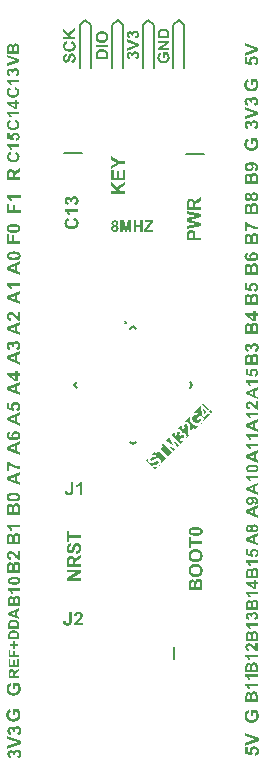
<source format=gbr>
%TF.GenerationSoftware,Altium Limited,Altium Designer,22.10.1 (41)*%
G04 Layer_Color=65535*
%FSLAX45Y45*%
%MOMM*%
%TF.SameCoordinates,F1D13F34-3715-448E-B12D-83C564530F5A*%
%TF.FilePolarity,Positive*%
%TF.FileFunction,Legend,Top*%
%TF.Part,Single*%
G01*
G75*
%TA.AperFunction,NonConductor*%
%ADD38C,0.20000*%
G36*
X4656541Y4243631D02*
X4646980Y4234070D01*
X4598063Y4282987D01*
X4607624Y4292548D01*
X4656541Y4243631D01*
D02*
G37*
G36*
X4607623Y4292548D02*
X4552258Y4237183D01*
X4552258Y4237183D01*
X4585611Y4270536D01*
X4601287Y4188154D01*
X4614072Y4175369D01*
X4645646Y4206943D01*
X4661099Y4191490D01*
X4675329Y4205720D01*
X4659876Y4221174D01*
X4669437Y4230735D01*
X4684891Y4215281D01*
Y4215281D01*
X4686336Y4213836D01*
X4202500Y3730000D01*
D01*
X4202500Y3730000D01*
X4122676Y3809824D01*
X4153583Y3840731D01*
X4150470Y3837396D01*
X4147913Y3834171D01*
X4145800Y3831170D01*
X4144022Y3828502D01*
X4143355Y3827167D01*
X4142688Y3826056D01*
X4142243Y3825166D01*
X4141798Y3824277D01*
X4141576Y3823610D01*
X4141353Y3823165D01*
X4141242Y3822832D01*
X4141131Y3822720D01*
X4140019Y3819385D01*
X4139352Y3816272D01*
X4139019Y3813271D01*
X4138908Y3810713D01*
Y3808490D01*
X4139130Y3806933D01*
X4139241Y3805710D01*
Y3805488D01*
X4139352Y3805377D01*
X4140131Y3802375D01*
X4141353Y3799596D01*
X4142688Y3797150D01*
X4144022Y3795149D01*
X4145245Y3793481D01*
X4146134Y3792147D01*
X4146579Y3791702D01*
X4146912Y3791369D01*
X4147023Y3791258D01*
X4147135Y3791147D01*
X4148913Y3789590D01*
X4150803Y3788145D01*
X4152582Y3787033D01*
X4154472Y3786033D01*
X4158252Y3784476D01*
X4161921Y3783475D01*
X4163477Y3783031D01*
X4164923Y3782920D01*
X4166257Y3782697D01*
X4167480Y3782586D01*
X4169703D01*
X4171482Y3782808D01*
X4173483Y3783253D01*
X4175484Y3783698D01*
X4177597Y3784476D01*
X4181710Y3785921D01*
X4185712Y3787700D01*
X4187602Y3788701D01*
X4189270Y3789479D01*
X4190827Y3790368D01*
X4192161Y3791035D01*
X4193161Y3791591D01*
X4194051Y3792036D01*
X4194607Y3792369D01*
X4194718Y3792481D01*
X4196941Y3793815D01*
X4198942Y3794926D01*
X4200721Y3796038D01*
X4202389Y3797039D01*
X4203834Y3797817D01*
X4205057Y3798595D01*
X4206280Y3799151D01*
X4207281Y3799707D01*
X4208059Y3800263D01*
X4208837Y3800596D01*
X4209838Y3801152D01*
X4210505Y3801375D01*
X4210616Y3801486D01*
X4212617Y3802375D01*
X4214285Y3802931D01*
X4215841Y3803376D01*
X4217175Y3803598D01*
X4218176Y3803709D01*
X4219510D01*
X4220844Y3803487D01*
X4222067Y3803153D01*
X4223067Y3802598D01*
X4223957Y3802153D01*
X4224735Y3801597D01*
X4225402Y3801152D01*
X4225736Y3800819D01*
X4225847Y3800708D01*
X4227292Y3799040D01*
X4228182Y3797261D01*
X4228849Y3795260D01*
X4229293Y3793481D01*
X4229405Y3791814D01*
X4229516Y3790591D01*
Y3789701D01*
X4229405Y3789368D01*
X4228849Y3786811D01*
X4227848Y3784254D01*
X4226514Y3781808D01*
X4225069Y3779696D01*
X4223624Y3777806D01*
X4222512Y3776249D01*
X4221289Y3775026D01*
X4218620Y3772580D01*
X4215952Y3770801D01*
X4213506Y3769467D01*
X4211172Y3768467D01*
X4209171Y3767800D01*
X4207725Y3767466D01*
X4206725Y3767355D01*
X4206391Y3767244D01*
X4203389Y3767355D01*
X4200610Y3767911D01*
X4197720Y3768800D01*
X4195163Y3770023D01*
X4192939Y3771135D01*
X4191160Y3772024D01*
X4190604Y3772358D01*
X4190160Y3772802D01*
X4189826Y3772914D01*
X4189715Y3773025D01*
X4176040Y3756460D01*
X4178708Y3754459D01*
X4181377Y3752680D01*
X4184156Y3751235D01*
X4186602Y3749900D01*
X4189159Y3748900D01*
X4191605Y3748010D01*
X4193828Y3747343D01*
X4195941Y3746788D01*
X4197831Y3746454D01*
X4199610Y3746232D01*
X4201166Y3746009D01*
X4202611Y3745898D01*
X4203612Y3745787D01*
X4204390Y3745898D01*
X4205057D01*
X4207836Y3746232D01*
X4210505Y3746899D01*
X4213173Y3747788D01*
X4215841Y3748900D01*
X4218176Y3750123D01*
X4220622Y3751457D01*
X4225069Y3754347D01*
X4227070Y3755682D01*
X4228849Y3757016D01*
X4230294Y3758239D01*
X4231628Y3759350D01*
X4232738Y3760238D01*
X4234191Y3761691D01*
X4237632Y3765354D01*
X4240522Y3768911D01*
X4242968Y3772247D01*
X4243969Y3773692D01*
X4244858Y3775248D01*
X4245636Y3776471D01*
X4246303Y3777583D01*
X4246859Y3778584D01*
X4247304Y3779473D01*
X4247637Y3780251D01*
X4247860Y3780696D01*
X4247971Y3781030D01*
X4248082Y3781141D01*
X4249305Y3784810D01*
X4249972Y3788145D01*
X4250528Y3791369D01*
Y3794259D01*
X4250417Y3796594D01*
X4250194Y3798595D01*
X4249972Y3799707D01*
X4250083Y3800041D01*
X4249972Y3800152D01*
X4248971Y3803598D01*
X4247860Y3806711D01*
X4246414Y3809490D01*
X4244858Y3811936D01*
X4243524Y3813715D01*
X4242857Y3814605D01*
X4242412Y3815272D01*
X4241300Y3816383D01*
X4238521Y3818940D01*
X4235853Y3820942D01*
X4233185Y3822498D01*
X4230850Y3823721D01*
X4228849Y3824610D01*
X4227292Y3825055D01*
X4226292Y3825389D01*
X4225958Y3825500D01*
X4222956Y3826056D01*
X4219955Y3826167D01*
X4217175Y3826056D01*
X4214729Y3825833D01*
X4212617Y3825500D01*
X4210949Y3825166D01*
X4209838Y3824944D01*
X4209615D01*
X4209504Y3824833D01*
X4207836Y3824277D01*
X4206169Y3823721D01*
X4202500Y3822053D01*
X4198831Y3820163D01*
X4195274Y3818385D01*
X4193717Y3817495D01*
X4192161Y3816606D01*
X4190716Y3815828D01*
X4189604Y3815161D01*
X4188603Y3814605D01*
X4187936Y3814160D01*
X4187380Y3813826D01*
X4187269Y3813715D01*
X4184712Y3812270D01*
X4182488Y3810936D01*
X4180376Y3809713D01*
X4178375Y3808601D01*
X4176707Y3807823D01*
X4175040Y3807045D01*
X4173594Y3806489D01*
X4172371Y3805933D01*
X4171260Y3805488D01*
X4170370Y3805266D01*
X4169592Y3804932D01*
X4169036Y3804821D01*
X4168147Y3804599D01*
X4166368D01*
X4165034Y3804821D01*
X4163922Y3805266D01*
X4162922Y3805822D01*
X4162143Y3806155D01*
X4161476Y3806600D01*
X4161143Y3806933D01*
X4161032Y3807045D01*
X4160031Y3808267D01*
X4159364Y3809379D01*
X4158919Y3810713D01*
X4158697Y3811825D01*
X4158586Y3812826D01*
X4158697Y3813604D01*
Y3814049D01*
Y3814271D01*
X4159253Y3816828D01*
X4160253Y3819163D01*
X4161476Y3821498D01*
X4162810Y3823499D01*
X4164033Y3825166D01*
X4165145Y3826500D01*
X4166257Y3827612D01*
X4168703Y3829836D01*
X4171037Y3831503D01*
X4173150Y3832726D01*
X4174928Y3833616D01*
X4176485Y3834283D01*
X4177708Y3834616D01*
X4178486Y3834727D01*
X4180932D01*
X4183267Y3834394D01*
X4185379Y3833838D01*
X4187380Y3832949D01*
X4189048Y3832170D01*
X4190271Y3831392D01*
X4191271Y3830836D01*
X4191383Y3830725D01*
X4191494Y3830614D01*
X4206502Y3846734D01*
X4204390Y3848624D01*
X4202278Y3850070D01*
X4200054Y3851404D01*
X4197942Y3852404D01*
X4195830Y3853405D01*
X4193717Y3854183D01*
X4191827Y3854739D01*
X4189937Y3855295D01*
X4188159Y3855517D01*
X4186602Y3855740D01*
X4185157Y3855851D01*
X4183934Y3855962D01*
X4181710D01*
X4179153Y3855628D01*
X4176596Y3855073D01*
X4174039Y3854294D01*
X4171482Y3853294D01*
X4169147Y3852071D01*
X4166813Y3850848D01*
X4162477Y3848069D01*
X4160587Y3846623D01*
X4158919Y3845400D01*
X4157363Y3844066D01*
X4156029Y3842954D01*
X4154917Y3842065D01*
X4185268Y3872416D01*
X4185268D01*
X4470656Y4157803D01*
D01*
X4508789Y4195937D01*
X4504898Y4191823D01*
X4501785Y4187821D01*
X4500562Y4185931D01*
X4499339Y4184041D01*
X4498227Y4182262D01*
X4497338Y4180706D01*
X4496671Y4179149D01*
X4495892Y4177704D01*
X4495448Y4176592D01*
X4494892Y4175592D01*
X4494669Y4174702D01*
X4494336Y4174146D01*
Y4173702D01*
X4494225Y4173591D01*
X4492779Y4168143D01*
X4492557Y4165475D01*
X4492224Y4162918D01*
X4492112Y4160360D01*
Y4157915D01*
X4492224Y4155580D01*
X4492335Y4153468D01*
X4492668Y4151578D01*
X4492891Y4149799D01*
X4493113Y4148242D01*
X4493335Y4146908D01*
X4493669Y4145908D01*
X4493780Y4145130D01*
X4494002Y4144685D01*
Y4144462D01*
X4494892Y4141794D01*
X4495892Y4139237D01*
X4498338Y4134346D01*
X4501118Y4129787D01*
X4503786Y4126007D01*
X4505120Y4124228D01*
X4506232Y4122672D01*
X4507344Y4121338D01*
X4508455Y4120226D01*
X4509122Y4119337D01*
X4510345Y4118114D01*
X4514681Y4114223D01*
X4518906Y4110887D01*
X4523130Y4108219D01*
X4525132Y4106885D01*
X4527021Y4105885D01*
X4528800Y4104995D01*
X4530357Y4104106D01*
X4531802Y4103550D01*
X4533025Y4102994D01*
X4533914Y4102549D01*
X4534693Y4102216D01*
X4535248Y4102105D01*
X4535360Y4101993D01*
X4540585Y4100548D01*
X4545588Y4099770D01*
X4550368Y4099436D01*
X4554593Y4099659D01*
X4556483Y4099770D01*
X4558262Y4099992D01*
X4559707Y4100103D01*
X4560930Y4100437D01*
X4561931Y4100548D01*
X4562820Y4100771D01*
X4563154Y4100882D01*
X4563376D01*
X4566044Y4101771D01*
X4568490Y4102661D01*
X4573382Y4105106D01*
X4577829Y4107775D01*
X4581609Y4110443D01*
X4583388Y4111777D01*
X4584944Y4112889D01*
X4586278Y4114000D01*
X4587390Y4115112D01*
X4588278Y4115778D01*
X4589508Y4117008D01*
X4592949Y4120671D01*
X4595839Y4124451D01*
X4598507Y4128231D01*
X4600620Y4131677D01*
X4601509Y4133234D01*
X4602287Y4134679D01*
X4602954Y4136013D01*
X4603621Y4137125D01*
X4604066Y4138014D01*
X4604288Y4138681D01*
X4604511Y4139126D01*
X4604622Y4139237D01*
X4606623Y4143907D01*
X4607957Y4148131D01*
X4608958Y4152022D01*
X4609847Y4155358D01*
X4610292Y4158026D01*
X4610403Y4159026D01*
X4610514Y4160027D01*
Y4160694D01*
X4610626Y4161250D01*
Y4161695D01*
X4579719Y4192601D01*
X4546255Y4159138D01*
X4559262Y4146130D01*
X4577051Y4163918D01*
X4586945Y4154024D01*
X4586612Y4151689D01*
X4586056Y4149354D01*
X4585389Y4147131D01*
X4584722Y4145130D01*
X4584166Y4143462D01*
X4583610Y4142017D01*
X4583276Y4141238D01*
Y4141016D01*
X4583165Y4140905D01*
X4582053Y4138459D01*
X4580719Y4136236D01*
X4579385Y4134234D01*
X4578162Y4132567D01*
X4576939Y4131122D01*
X4576161Y4130121D01*
X4575272Y4129232D01*
X4573382Y4127564D01*
X4571380Y4126007D01*
X4569490Y4124784D01*
X4567489Y4123673D01*
X4563598Y4122005D01*
X4561931Y4121449D01*
X4560152Y4121004D01*
X4558484Y4120671D01*
X4557039Y4120337D01*
X4555705D01*
X4554593Y4120115D01*
X4552370D01*
X4550035Y4120448D01*
X4547478Y4121004D01*
X4545143Y4121783D01*
X4542809Y4122783D01*
X4538250Y4125118D01*
X4534248Y4127786D01*
X4532469Y4129120D01*
X4530690Y4130454D01*
X4529356Y4131566D01*
X4528022Y4132678D01*
X4527021Y4133456D01*
X4526243Y4134234D01*
X4525799Y4134679D01*
X4525687Y4134790D01*
X4523464Y4137236D01*
X4521463Y4139460D01*
X4519684Y4141905D01*
X4518128Y4144129D01*
X4516905Y4146241D01*
X4515904Y4148354D01*
X4515015Y4150355D01*
X4514236Y4152245D01*
X4513569Y4153801D01*
X4513125Y4155358D01*
X4512902Y4156692D01*
X4512680Y4157803D01*
X4512458Y4158693D01*
Y4159360D01*
X4512346Y4159693D01*
Y4159916D01*
X4512458Y4162251D01*
X4512569Y4164585D01*
X4513125Y4166698D01*
X4513681Y4168810D01*
X4514348Y4170811D01*
X4515126Y4172701D01*
X4516905Y4176036D01*
X4517905Y4177482D01*
X4518795Y4178816D01*
X4519684Y4179927D01*
X4520462Y4180928D01*
X4521018Y4181706D01*
X4522019Y4182707D01*
X4524576Y4185042D01*
X4527133Y4186709D01*
X4529467Y4188154D01*
X4531802Y4189155D01*
X4533581Y4189822D01*
X4535137Y4190267D01*
X4536138Y4190378D01*
X4536471Y4190489D01*
X4539362Y4190711D01*
X4542142Y4190600D01*
X4544699Y4190267D01*
X4546922Y4189600D01*
X4548923Y4188933D01*
X4550368Y4188377D01*
X4551258Y4187932D01*
X4551480D01*
X4551591Y4187821D01*
X4564154Y4206165D01*
X4561819Y4207610D01*
X4559262Y4208833D01*
X4556928Y4209834D01*
X4554482Y4210501D01*
X4552147Y4211279D01*
X4549924Y4211724D01*
X4547811Y4212057D01*
X4545810Y4212280D01*
X4543920Y4212391D01*
X4542253Y4212502D01*
X4540807Y4212613D01*
X4539584Y4212502D01*
X4538584Y4212391D01*
X4537695D01*
X4537361Y4212280D01*
X4537138D01*
X4534470Y4211835D01*
X4531913Y4211057D01*
X4529356Y4210056D01*
X4526799Y4208833D01*
X4522019Y4206276D01*
X4517794Y4203386D01*
X4515793Y4202052D01*
X4514125Y4200606D01*
X4512569Y4199272D01*
X4511235Y4198160D01*
X4510123Y4197271D01*
X4542586Y4229734D01*
Y4229734D01*
X4606512Y4293660D01*
X4607623Y4292548D01*
D02*
G37*
G36*
X4632749Y4219839D02*
X4614850Y4201940D01*
X4606290Y4246299D01*
X4632749Y4219839D01*
D02*
G37*
G36*
X3022901Y7336618D02*
X3024678Y7336322D01*
X3026751Y7336025D01*
X3029120Y7335433D01*
X3031489Y7334545D01*
X3034007Y7333508D01*
X3034303Y7333360D01*
X3035043Y7332916D01*
X3036228Y7332175D01*
X3037709Y7331139D01*
X3039486Y7329954D01*
X3041115Y7328325D01*
X3042892Y7326696D01*
X3044521Y7324623D01*
X3044669Y7324327D01*
X3045113Y7323587D01*
X3045853Y7322402D01*
X3046594Y7320773D01*
X3047482Y7318700D01*
X3048223Y7316331D01*
X3048963Y7313665D01*
X3049407Y7310703D01*
Y7310111D01*
X3049555Y7309519D01*
Y7308038D01*
X3049704Y7307001D01*
Y7304188D01*
X3049852Y7302411D01*
Y7297968D01*
X3050000Y7295451D01*
Y7251026D01*
X2947527D01*
Y7296043D01*
X2947675Y7298709D01*
X2947823Y7301670D01*
X2947971Y7304632D01*
X2948267Y7307446D01*
X2948564Y7309963D01*
Y7310259D01*
X2948712Y7311000D01*
X2949008Y7312036D01*
X2949452Y7313517D01*
X2950044Y7315146D01*
X2950785Y7316923D01*
X2951673Y7318848D01*
X2952858Y7320625D01*
X2953006Y7320773D01*
X2953450Y7321365D01*
X2954191Y7322254D01*
X2955079Y7323438D01*
X2956412Y7324623D01*
X2957893Y7325956D01*
X2959522Y7327289D01*
X2961447Y7328473D01*
X2961743Y7328621D01*
X2962335Y7328918D01*
X2963520Y7329510D01*
X2965001Y7330102D01*
X2966778Y7330695D01*
X2968703Y7331287D01*
X2971072Y7331583D01*
X2973441Y7331731D01*
X2973589D01*
X2973738D01*
X2974626D01*
X2975959Y7331583D01*
X2977736Y7331287D01*
X2979809Y7330695D01*
X2982030Y7330102D01*
X2984251Y7329066D01*
X2986621Y7327733D01*
X2986917Y7327585D01*
X2987657Y7326992D01*
X2988694Y7326104D01*
X2990027Y7325067D01*
X2991359Y7323587D01*
X2992988Y7321810D01*
X2994321Y7319736D01*
X2995654Y7317367D01*
Y7317515D01*
X2995802Y7317811D01*
X2995950Y7318256D01*
X2996098Y7318848D01*
X2996838Y7320625D01*
X2997875Y7322698D01*
X2999060Y7324919D01*
X3000688Y7327437D01*
X3002614Y7329658D01*
X3004983Y7331731D01*
X3005279Y7331879D01*
X3006167Y7332471D01*
X3007500Y7333360D01*
X3009277Y7334248D01*
X3011647Y7335137D01*
X3014164Y7336025D01*
X3017126Y7336618D01*
X3020383Y7336766D01*
X3020531D01*
X3020680D01*
X3021568D01*
X3022901Y7336618D01*
D02*
G37*
G36*
X3050000Y7204084D02*
Y7181724D01*
X2947527Y7145000D01*
Y7167360D01*
X3023345Y7193422D01*
X2947527Y7218448D01*
Y7240513D01*
X3050000Y7204084D01*
D02*
G37*
G36*
X3493814Y2451822D02*
Y2451655D01*
Y2451155D01*
Y2450489D01*
Y2449489D01*
Y2448323D01*
X3493648Y2446823D01*
X3493481Y2443657D01*
X3493148Y2440158D01*
X3492648Y2436492D01*
X3491982Y2432827D01*
X3491148Y2429661D01*
Y2429494D01*
X3490982Y2429161D01*
X3490815Y2428661D01*
X3490482Y2427995D01*
X3489649Y2426162D01*
X3488316Y2423829D01*
X3486650Y2421330D01*
X3484484Y2418664D01*
X3481984Y2415998D01*
X3478818Y2413498D01*
X3478652D01*
X3478485Y2413165D01*
X3477985Y2412998D01*
X3477152Y2412499D01*
X3476319Y2412165D01*
X3475319Y2411665D01*
X3473986Y2410999D01*
X3472653Y2410499D01*
X3470987Y2409999D01*
X3469321Y2409333D01*
X3465322Y2408500D01*
X3460656Y2407833D01*
X3455491Y2407500D01*
X3453825D01*
X3452658Y2407667D01*
X3451159Y2407833D01*
X3449659Y2408000D01*
X3447826Y2408333D01*
X3445827Y2408666D01*
X3441495Y2409833D01*
X3439328Y2410666D01*
X3437162Y2411499D01*
X3434996Y2412665D01*
X3432997Y2413832D01*
X3430997Y2415331D01*
X3429164Y2416997D01*
X3428998Y2417164D01*
X3428831Y2417497D01*
X3428331Y2417997D01*
X3427665Y2418830D01*
X3426998Y2419830D01*
X3426332Y2420996D01*
X3425499Y2422496D01*
X3424665Y2423996D01*
X3423666Y2425995D01*
X3422833Y2427995D01*
X3422166Y2430327D01*
X3421500Y2432827D01*
X3420833Y2435493D01*
X3420333Y2438492D01*
X3420167Y2441658D01*
X3420000Y2444990D01*
X3442161Y2447490D01*
Y2447323D01*
Y2446990D01*
Y2446490D01*
X3442328Y2445823D01*
Y2444157D01*
X3442661Y2441991D01*
X3442994Y2439658D01*
X3443494Y2437326D01*
X3444160Y2435326D01*
X3444994Y2433493D01*
X3445160Y2433160D01*
X3445660Y2432493D01*
X3446493Y2431494D01*
X3447826Y2430494D01*
X3449326Y2429328D01*
X3451325Y2428328D01*
X3453658Y2427661D01*
X3456324Y2427328D01*
X3457657D01*
X3458990Y2427495D01*
X3460490Y2427828D01*
X3462323Y2428328D01*
X3464155Y2429161D01*
X3465822Y2430161D01*
X3467155Y2431660D01*
X3467321Y2431827D01*
X3467654Y2432660D01*
X3468154Y2433826D01*
X3468821Y2435659D01*
X3469154Y2436826D01*
X3469487Y2438159D01*
X3469654Y2439658D01*
X3469987Y2441325D01*
X3470154Y2443324D01*
X3470320Y2445324D01*
X3470487Y2447656D01*
Y2450156D01*
Y2524970D01*
X3493814D01*
Y2451822D01*
D02*
G37*
G36*
X3554466Y2525470D02*
X3555965Y2525303D01*
X3557631Y2525136D01*
X3559464Y2524803D01*
X3561464Y2524470D01*
X3565796Y2523304D01*
X3570128Y2521637D01*
X3572461Y2520638D01*
X3574460Y2519471D01*
X3576627Y2517972D01*
X3578459Y2516305D01*
X3578626Y2516139D01*
X3578959Y2515972D01*
X3579293Y2515306D01*
X3579959Y2514639D01*
X3580792Y2513806D01*
X3581625Y2512640D01*
X3582458Y2511473D01*
X3583458Y2509974D01*
X3585124Y2506641D01*
X3586791Y2502809D01*
X3587457Y2500643D01*
X3587790Y2498310D01*
X3588124Y2495811D01*
X3588290Y2493311D01*
Y2492978D01*
Y2491978D01*
X3588124Y2490479D01*
X3587957Y2488646D01*
X3587624Y2486313D01*
X3587124Y2483814D01*
X3586457Y2481148D01*
X3585458Y2478482D01*
X3585291Y2478148D01*
X3584958Y2477315D01*
X3584291Y2475816D01*
X3583292Y2473983D01*
X3582125Y2471817D01*
X3580626Y2469317D01*
X3578793Y2466651D01*
X3576627Y2463819D01*
X3576460Y2463652D01*
X3575793Y2462819D01*
X3574794Y2461653D01*
X3573294Y2459986D01*
X3571295Y2457987D01*
X3568795Y2455321D01*
X3565796Y2452488D01*
X3562130Y2448989D01*
X3561964Y2448823D01*
X3561630Y2448656D01*
X3561131Y2448156D01*
X3560464Y2447490D01*
X3558631Y2445823D01*
X3556465Y2443824D01*
X3554299Y2441658D01*
X3552133Y2439492D01*
X3550133Y2437659D01*
X3549467Y2436826D01*
X3548800Y2436159D01*
X3548634Y2435993D01*
X3548300Y2435659D01*
X3547801Y2434993D01*
X3547134Y2434160D01*
X3545635Y2432327D01*
X3544302Y2430161D01*
X3588290D01*
Y2409666D01*
X3510810D01*
Y2409833D01*
Y2410166D01*
X3510977Y2410832D01*
X3511143Y2411665D01*
X3511310Y2412665D01*
X3511477Y2413832D01*
X3512143Y2416831D01*
X3513143Y2420163D01*
X3514476Y2423829D01*
X3516142Y2427828D01*
X3518308Y2431660D01*
Y2431827D01*
X3518641Y2432160D01*
X3518975Y2432827D01*
X3519641Y2433493D01*
X3520308Y2434660D01*
X3521307Y2435826D01*
X3522474Y2437326D01*
X3523807Y2438992D01*
X3525306Y2440991D01*
X3527139Y2442991D01*
X3529139Y2445324D01*
X3531471Y2447823D01*
X3533971Y2450322D01*
X3536803Y2453155D01*
X3539803Y2456154D01*
X3543135Y2459320D01*
X3543302Y2459487D01*
X3543802Y2459986D01*
X3544468Y2460653D01*
X3545468Y2461653D01*
X3546801Y2462652D01*
X3548134Y2463985D01*
X3551133Y2466985D01*
X3554132Y2470151D01*
X3557132Y2473316D01*
X3558465Y2474649D01*
X3559798Y2476149D01*
X3560797Y2477315D01*
X3561464Y2478315D01*
X3561630Y2478648D01*
X3562130Y2479481D01*
X3562963Y2480814D01*
X3563797Y2482647D01*
X3564630Y2484647D01*
X3565463Y2486980D01*
X3565963Y2489312D01*
X3566129Y2491812D01*
Y2491978D01*
Y2492145D01*
Y2492978D01*
X3565963Y2494478D01*
X3565629Y2496144D01*
X3565130Y2497977D01*
X3564463Y2499810D01*
X3563463Y2501642D01*
X3562130Y2503309D01*
X3561964Y2503475D01*
X3561464Y2503975D01*
X3560464Y2504642D01*
X3559298Y2505308D01*
X3557631Y2505975D01*
X3555799Y2506641D01*
X3553632Y2507141D01*
X3551133Y2507308D01*
X3549967D01*
X3548634Y2507141D01*
X3547134Y2506808D01*
X3545301Y2506308D01*
X3543468Y2505475D01*
X3541636Y2504475D01*
X3539969Y2503142D01*
X3539803Y2502975D01*
X3539303Y2502309D01*
X3538636Y2501309D01*
X3537970Y2499810D01*
X3537137Y2497977D01*
X3536470Y2495477D01*
X3535804Y2492645D01*
X3535470Y2489312D01*
X3513476Y2491478D01*
Y2491645D01*
X3513643Y2492311D01*
Y2493145D01*
X3513976Y2494478D01*
X3514143Y2495977D01*
X3514642Y2497643D01*
X3515142Y2499476D01*
X3515642Y2501642D01*
X3517308Y2505808D01*
X3519308Y2510140D01*
X3520641Y2512306D01*
X3522141Y2514306D01*
X3523807Y2515972D01*
X3525640Y2517638D01*
X3525806Y2517805D01*
X3526140Y2517972D01*
X3526639Y2518305D01*
X3527472Y2518971D01*
X3528472Y2519471D01*
X3529805Y2520138D01*
X3531138Y2520971D01*
X3532804Y2521637D01*
X3534637Y2522470D01*
X3536637Y2523137D01*
X3540969Y2524470D01*
X3546134Y2525303D01*
X3548800Y2525470D01*
X3551633Y2525636D01*
X3553299D01*
X3554466Y2525470D01*
D02*
G37*
G36*
X3508814Y3553520D02*
Y3553353D01*
Y3552853D01*
Y3552187D01*
Y3551187D01*
Y3550021D01*
X3508648Y3548521D01*
X3508481Y3545355D01*
X3508148Y3541856D01*
X3507648Y3538191D01*
X3506982Y3534525D01*
X3506148Y3531359D01*
Y3531192D01*
X3505982Y3530859D01*
X3505815Y3530359D01*
X3505482Y3529693D01*
X3504649Y3527860D01*
X3503316Y3525527D01*
X3501650Y3523028D01*
X3499483Y3520362D01*
X3496984Y3517696D01*
X3493818Y3515196D01*
X3493652D01*
X3493485Y3514863D01*
X3492985Y3514697D01*
X3492152Y3514197D01*
X3491319Y3513863D01*
X3490319Y3513364D01*
X3488986Y3512697D01*
X3487653Y3512197D01*
X3485987Y3511697D01*
X3484321Y3511031D01*
X3480322Y3510198D01*
X3475656Y3509531D01*
X3470491Y3509198D01*
X3468825D01*
X3467658Y3509365D01*
X3466159Y3509531D01*
X3464659Y3509698D01*
X3462826Y3510031D01*
X3460827Y3510364D01*
X3456494Y3511531D01*
X3454328Y3512364D01*
X3452162Y3513197D01*
X3449996Y3514363D01*
X3447997Y3515530D01*
X3445997Y3517029D01*
X3444164Y3518696D01*
X3443998Y3518862D01*
X3443831Y3519195D01*
X3443331Y3519695D01*
X3442665Y3520528D01*
X3441998Y3521528D01*
X3441332Y3522695D01*
X3440499Y3524194D01*
X3439665Y3525694D01*
X3438666Y3527693D01*
X3437833Y3529693D01*
X3437166Y3532025D01*
X3436500Y3534525D01*
X3435833Y3537191D01*
X3435333Y3540190D01*
X3435167Y3543356D01*
X3435000Y3546688D01*
X3457161Y3549188D01*
Y3549021D01*
Y3548688D01*
Y3548188D01*
X3457328Y3547521D01*
Y3545855D01*
X3457661Y3543689D01*
X3457994Y3541356D01*
X3458494Y3539024D01*
X3459160Y3537024D01*
X3459994Y3535191D01*
X3460160Y3534858D01*
X3460660Y3534192D01*
X3461493Y3533192D01*
X3462826Y3532192D01*
X3464326Y3531026D01*
X3466325Y3530026D01*
X3468658Y3529359D01*
X3471324Y3529026D01*
X3472657D01*
X3473990Y3529193D01*
X3475490Y3529526D01*
X3477322Y3530026D01*
X3479155Y3530859D01*
X3480822Y3531859D01*
X3482155Y3533358D01*
X3482321Y3533525D01*
X3482654Y3534358D01*
X3483154Y3535525D01*
X3483821Y3537357D01*
X3484154Y3538524D01*
X3484487Y3539857D01*
X3484654Y3541356D01*
X3484987Y3543023D01*
X3485154Y3545022D01*
X3485320Y3547022D01*
X3485487Y3549354D01*
Y3551854D01*
Y3626668D01*
X3508814D01*
Y3553520D01*
D02*
G37*
G36*
X3585128Y3511364D02*
X3562967D01*
Y3594843D01*
X3562801Y3594676D01*
X3562467Y3594343D01*
X3561801Y3593843D01*
X3560801Y3593010D01*
X3559635Y3592010D01*
X3558302Y3591010D01*
X3556636Y3589844D01*
X3554803Y3588511D01*
X3552803Y3587178D01*
X3550637Y3585845D01*
X3548304Y3584345D01*
X3545805Y3583012D01*
X3540473Y3580513D01*
X3534475Y3578180D01*
Y3598175D01*
X3534641D01*
X3534808Y3598342D01*
X3535308Y3598508D01*
X3535974Y3598675D01*
X3537640Y3599508D01*
X3539973Y3600508D01*
X3542806Y3601841D01*
X3545972Y3603674D01*
X3549471Y3606007D01*
X3553136Y3608672D01*
X3553303Y3608839D01*
X3553636Y3609006D01*
X3554136Y3609506D01*
X3554803Y3610172D01*
X3556636Y3611838D01*
X3558635Y3614004D01*
X3560968Y3616670D01*
X3563300Y3620003D01*
X3565467Y3623502D01*
X3567133Y3627334D01*
X3585128D01*
Y3511364D01*
D02*
G37*
G36*
X3474525Y3176900D02*
X3570333D01*
Y3153573D01*
X3474525D01*
Y3119415D01*
X3455030D01*
Y3210891D01*
X3474525D01*
Y3176900D01*
D02*
G37*
G36*
X3539341Y3107585D02*
X3540508Y3107418D01*
X3542841Y3107085D01*
X3545840Y3106418D01*
X3549006Y3105418D01*
X3552171Y3103919D01*
X3555504Y3102086D01*
X3555671D01*
X3555837Y3101753D01*
X3556837Y3101086D01*
X3558503Y3099753D01*
X3560336Y3098087D01*
X3562502Y3095921D01*
X3564502Y3093088D01*
X3566501Y3090089D01*
X3568334Y3086423D01*
Y3086257D01*
X3568501Y3085923D01*
X3568667Y3085424D01*
X3569000Y3084590D01*
X3569334Y3083591D01*
X3569667Y3082424D01*
X3570000Y3081091D01*
X3570333Y3079592D01*
X3570833Y3077759D01*
X3571167Y3075926D01*
X3571833Y3071594D01*
X3572333Y3066762D01*
X3572500Y3061430D01*
Y3059264D01*
X3572333Y3057764D01*
X3572166Y3055931D01*
X3572000Y3053932D01*
X3571666Y3051599D01*
X3571167Y3049100D01*
X3570000Y3043601D01*
X3569167Y3040768D01*
X3568334Y3038102D01*
X3567168Y3035270D01*
X3565835Y3032604D01*
X3564335Y3030104D01*
X3562502Y3027772D01*
X3562336Y3027605D01*
X3562002Y3027272D01*
X3561502Y3026605D01*
X3560669Y3025939D01*
X3559503Y3024939D01*
X3558170Y3023939D01*
X3556670Y3022773D01*
X3555004Y3021607D01*
X3553005Y3020440D01*
X3550838Y3019274D01*
X3548339Y3018108D01*
X3545673Y3016941D01*
X3542841Y3016108D01*
X3539675Y3015108D01*
X3536342Y3014442D01*
X3532843Y3013942D01*
X3530677Y3036603D01*
X3530844D01*
X3531177Y3036769D01*
X3531843D01*
X3532510Y3036936D01*
X3534509Y3037603D01*
X3537009Y3038436D01*
X3539841Y3039435D01*
X3542674Y3040935D01*
X3545173Y3042601D01*
X3547506Y3044767D01*
X3547673Y3045101D01*
X3548339Y3045934D01*
X3549172Y3047267D01*
X3550172Y3049266D01*
X3551172Y3051766D01*
X3552005Y3054598D01*
X3552671Y3057931D01*
X3552838Y3061763D01*
Y3063596D01*
X3552505Y3065595D01*
X3552171Y3068095D01*
X3551672Y3070761D01*
X3550838Y3073593D01*
X3549672Y3076259D01*
X3548172Y3078592D01*
X3548006Y3078925D01*
X3547339Y3079592D01*
X3546340Y3080425D01*
X3545007Y3081591D01*
X3543340Y3082591D01*
X3541341Y3083591D01*
X3539341Y3084257D01*
X3537009Y3084424D01*
X3536842D01*
X3536342D01*
X3535509Y3084257D01*
X3534509Y3084091D01*
X3533510Y3083757D01*
X3532343Y3083424D01*
X3531177Y3082758D01*
X3530010Y3081924D01*
X3529844Y3081758D01*
X3529511Y3081425D01*
X3529011Y3080925D01*
X3528344Y3080092D01*
X3527511Y3078925D01*
X3526678Y3077426D01*
X3525845Y3075759D01*
X3525012Y3073593D01*
Y3073427D01*
X3524678Y3072760D01*
X3524345Y3071594D01*
X3524012Y3070761D01*
X3523845Y3069761D01*
X3523512Y3068595D01*
X3523012Y3067262D01*
X3522679Y3065762D01*
X3522179Y3064096D01*
X3521679Y3062096D01*
X3521179Y3059930D01*
X3520513Y3057597D01*
X3519846Y3054931D01*
Y3054765D01*
X3519680Y3054098D01*
X3519347Y3053099D01*
X3519013Y3051932D01*
X3518513Y3050433D01*
X3518014Y3048600D01*
X3517347Y3046767D01*
X3516681Y3044601D01*
X3515014Y3040268D01*
X3513015Y3036103D01*
X3512015Y3033937D01*
X3510849Y3032104D01*
X3509682Y3030271D01*
X3508516Y3028771D01*
X3508349Y3028605D01*
X3508016Y3028272D01*
X3507516Y3027772D01*
X3506850Y3027105D01*
X3505850Y3026272D01*
X3504684Y3025439D01*
X3503517Y3024439D01*
X3502018Y3023606D01*
X3498519Y3021607D01*
X3494520Y3019940D01*
X3492353Y3019274D01*
X3490187Y3018774D01*
X3487688Y3018441D01*
X3485189Y3018274D01*
X3485022D01*
X3484855D01*
X3484355D01*
X3483689D01*
X3482023Y3018607D01*
X3479857Y3018941D01*
X3477357Y3019440D01*
X3474525Y3020274D01*
X3471525Y3021440D01*
X3468693Y3023106D01*
X3468526D01*
X3468360Y3023273D01*
X3467360Y3024106D01*
X3466027Y3025106D01*
X3464361Y3026772D01*
X3462528Y3028771D01*
X3460528Y3031271D01*
X3458695Y3034103D01*
X3457029Y3037436D01*
Y3037603D01*
X3456863Y3037936D01*
X3456696Y3038436D01*
X3456363Y3039102D01*
X3456029Y3040102D01*
X3455696Y3041102D01*
X3455363Y3042435D01*
X3454863Y3043934D01*
X3454197Y3047267D01*
X3453530Y3051099D01*
X3453030Y3055431D01*
X3452864Y3060263D01*
Y3062263D01*
X3453030Y3063762D01*
X3453197Y3065595D01*
X3453363Y3067761D01*
X3453697Y3069928D01*
X3454030Y3072427D01*
X3455196Y3077759D01*
X3456029Y3080425D01*
X3456863Y3083091D01*
X3458029Y3085757D01*
X3459362Y3088256D01*
X3460862Y3090589D01*
X3462528Y3092755D01*
X3462694Y3092922D01*
X3463028Y3093255D01*
X3463527Y3093755D01*
X3464194Y3094421D01*
X3465194Y3095254D01*
X3466360Y3096254D01*
X3467693Y3097254D01*
X3469193Y3098420D01*
X3471026Y3099420D01*
X3472858Y3100420D01*
X3475025Y3101420D01*
X3477357Y3102253D01*
X3479690Y3103086D01*
X3482356Y3103752D01*
X3485022Y3104252D01*
X3488021Y3104419D01*
X3488854Y3081091D01*
X3488688D01*
X3488521D01*
X3487355Y3080758D01*
X3485855Y3080425D01*
X3484022Y3079758D01*
X3481856Y3078925D01*
X3479857Y3077759D01*
X3477857Y3076259D01*
X3476191Y3074593D01*
X3476024Y3074426D01*
X3475524Y3073760D01*
X3474858Y3072594D01*
X3474191Y3070927D01*
X3473525Y3068928D01*
X3472858Y3066428D01*
X3472359Y3063429D01*
X3472192Y3059930D01*
Y3058264D01*
X3472359Y3056431D01*
X3472692Y3054265D01*
X3473192Y3051766D01*
X3474025Y3049100D01*
X3475025Y3046600D01*
X3476524Y3044267D01*
X3476691Y3044101D01*
X3477024Y3043768D01*
X3477524Y3043101D01*
X3478357Y3042435D01*
X3479357Y3041768D01*
X3480690Y3041102D01*
X3482023Y3040768D01*
X3483689Y3040602D01*
X3483856D01*
X3484355D01*
X3485189Y3040768D01*
X3486022Y3041102D01*
X3487188Y3041435D01*
X3488354Y3041935D01*
X3489521Y3042768D01*
X3490687Y3043934D01*
X3490854Y3044101D01*
X3491354Y3044934D01*
X3491687Y3045434D01*
X3492020Y3046267D01*
X3492520Y3047100D01*
X3493020Y3048266D01*
X3493520Y3049599D01*
X3494186Y3051099D01*
X3494853Y3052932D01*
X3495519Y3054765D01*
X3496186Y3057098D01*
X3496852Y3059597D01*
X3497519Y3062263D01*
X3498352Y3065262D01*
Y3065429D01*
X3498519Y3066095D01*
X3498685Y3066928D01*
X3499018Y3068095D01*
X3499352Y3069428D01*
X3499852Y3071094D01*
X3500351Y3072927D01*
X3500851Y3074760D01*
X3502184Y3078759D01*
X3503517Y3082924D01*
X3505017Y3086923D01*
X3505850Y3088589D01*
X3506683Y3090256D01*
Y3090422D01*
X3506850Y3090589D01*
X3507516Y3091589D01*
X3508516Y3093088D01*
X3509849Y3094921D01*
X3511515Y3096921D01*
X3513515Y3099087D01*
X3515847Y3101253D01*
X3518513Y3103086D01*
X3518847Y3103252D01*
X3519846Y3103752D01*
X3521346Y3104585D01*
X3523512Y3105418D01*
X3526178Y3106252D01*
X3529344Y3107085D01*
X3532843Y3107585D01*
X3536842Y3107751D01*
X3537009D01*
X3537342D01*
X3537842D01*
X3538508D01*
X3539341Y3107585D01*
D02*
G37*
G36*
X3570333Y2979451D02*
X3545340Y2962788D01*
X3545173Y2962622D01*
X3544673Y2962455D01*
X3544007Y2961955D01*
X3543174Y2961289D01*
X3542174Y2960622D01*
X3540841Y2959789D01*
X3538175Y2957956D01*
X3535176Y2955790D01*
X3532510Y2953791D01*
X3530010Y2951958D01*
X3529177Y2951125D01*
X3528344Y2950458D01*
X3528178Y2950292D01*
X3527844Y2949958D01*
X3527178Y2949292D01*
X3526345Y2948459D01*
X3525678Y2947292D01*
X3524845Y2946126D01*
X3524179Y2944793D01*
X3523512Y2943460D01*
Y2943293D01*
X3523346Y2942793D01*
X3523012Y2941960D01*
X3522846Y2940627D01*
X3522512Y2938961D01*
X3522346Y2936962D01*
X3522179Y2934629D01*
Y2927131D01*
X3570333D01*
Y2903803D01*
X3455030D01*
Y2955790D01*
X3455196Y2957290D01*
Y2959123D01*
X3455363Y2960955D01*
Y2963122D01*
X3455863Y2967454D01*
X3456363Y2971953D01*
X3457196Y2976118D01*
X3457696Y2977951D01*
X3458196Y2979617D01*
Y2979784D01*
X3458362Y2979951D01*
X3458862Y2980950D01*
X3459695Y2982450D01*
X3460695Y2984449D01*
X3462361Y2986616D01*
X3464194Y2988782D01*
X3466527Y2990948D01*
X3469359Y2992947D01*
X3469526D01*
X3469693Y2993114D01*
X3470192Y2993447D01*
X3470692Y2993780D01*
X3472359Y2994614D01*
X3474525Y2995613D01*
X3477191Y2996446D01*
X3480190Y2997280D01*
X3483689Y2997946D01*
X3487355Y2998113D01*
X3487521D01*
X3487855D01*
X3488688D01*
X3489521Y2997946D01*
X3490687D01*
X3491854Y2997779D01*
X3494853Y2997113D01*
X3498352Y2996280D01*
X3501851Y2994947D01*
X3505517Y2992947D01*
X3507183Y2991781D01*
X3508849Y2990448D01*
X3509016Y2990281D01*
X3509182Y2990115D01*
X3509682Y2989615D01*
X3510182Y2988948D01*
X3510849Y2988282D01*
X3511682Y2987282D01*
X3512515Y2986116D01*
X3513348Y2984783D01*
X3514348Y2983283D01*
X3515181Y2981450D01*
X3516014Y2979617D01*
X3516847Y2977618D01*
X3517680Y2975285D01*
X3518347Y2972952D01*
X3519013Y2970453D01*
X3519513Y2967620D01*
Y2967787D01*
X3519680Y2967954D01*
X3520346Y2968953D01*
X3521179Y2970286D01*
X3522346Y2971953D01*
X3523845Y2973952D01*
X3525345Y2975952D01*
X3527178Y2978118D01*
X3529177Y2979951D01*
X3529344Y2980117D01*
X3530177Y2980950D01*
X3531510Y2981950D01*
X3533510Y2983450D01*
X3536009Y2985449D01*
X3537675Y2986449D01*
X3539341Y2987615D01*
X3541174Y2988948D01*
X3543174Y2990281D01*
X3545506Y2991781D01*
X3547839Y2993281D01*
X3570333Y3007444D01*
Y2979451D01*
D02*
G37*
G36*
Y2855816D02*
X3494353Y2808994D01*
X3570333D01*
Y2787500D01*
X3455030D01*
Y2809994D01*
X3532676Y2857649D01*
X3455030D01*
Y2879143D01*
X3570333D01*
Y2855816D01*
D02*
G37*
G36*
X4548847Y3242530D02*
X4551513Y3242363D01*
X4554678Y3242030D01*
X4558011Y3241697D01*
X4561677Y3241363D01*
X4565509Y3240697D01*
X4569508Y3239864D01*
X4573340Y3239031D01*
X4577173Y3237864D01*
X4581005Y3236698D01*
X4584504Y3235032D01*
X4587837Y3233365D01*
X4590669Y3231366D01*
X4590836Y3231199D01*
X4591169Y3230866D01*
X4591836Y3230366D01*
X4592502Y3229700D01*
X4593335Y3228700D01*
X4594335Y3227534D01*
X4595501Y3226034D01*
X4596501Y3224534D01*
X4597667Y3222701D01*
X4598834Y3220869D01*
X4599834Y3218702D01*
X4600667Y3216370D01*
X4601333Y3213870D01*
X4602000Y3211038D01*
X4602333Y3208205D01*
X4602500Y3205206D01*
Y3204539D01*
X4602333Y3203540D01*
Y3202373D01*
X4602166Y3201040D01*
X4601833Y3199374D01*
X4601500Y3197541D01*
X4600833Y3195542D01*
X4600167Y3193376D01*
X4599334Y3191210D01*
X4598334Y3188877D01*
X4597001Y3186711D01*
X4595668Y3184378D01*
X4593835Y3182212D01*
X4592002Y3180046D01*
X4589670Y3178046D01*
X4589503Y3177880D01*
X4589003Y3177546D01*
X4588170Y3177046D01*
X4587170Y3176547D01*
X4585671Y3175713D01*
X4583838Y3174880D01*
X4581505Y3173881D01*
X4579006Y3173048D01*
X4576006Y3172048D01*
X4572674Y3171048D01*
X4568842Y3170215D01*
X4564676Y3169548D01*
X4560010Y3168882D01*
X4554845Y3168382D01*
X4549347Y3168049D01*
X4543348Y3167882D01*
X4543181D01*
X4543015D01*
X4542515D01*
X4541848D01*
X4540182D01*
X4538016Y3168049D01*
X4535350Y3168215D01*
X4532184Y3168549D01*
X4528852Y3168882D01*
X4525186Y3169215D01*
X4521354Y3169882D01*
X4517521Y3170548D01*
X4513522Y3171548D01*
X4509690Y3172548D01*
X4506024Y3173881D01*
X4502525Y3175380D01*
X4499193Y3177046D01*
X4496360Y3179046D01*
X4496193Y3179213D01*
X4495860Y3179546D01*
X4495194Y3180046D01*
X4494527Y3180879D01*
X4493527Y3181712D01*
X4492528Y3182878D01*
X4491528Y3184378D01*
X4490362Y3185878D01*
X4489195Y3187710D01*
X4488195Y3189543D01*
X4487196Y3191709D01*
X4486196Y3194042D01*
X4485530Y3196541D01*
X4484863Y3199374D01*
X4484530Y3202207D01*
X4484363Y3205206D01*
Y3206872D01*
X4484530Y3208039D01*
X4484696Y3209372D01*
X4485030Y3211038D01*
X4485363Y3212704D01*
X4485863Y3214704D01*
X4486529Y3216870D01*
X4487362Y3218869D01*
X4488195Y3221035D01*
X4489362Y3223201D01*
X4490861Y3225367D01*
X4492361Y3227534D01*
X4494194Y3229533D01*
X4496360Y3231366D01*
X4496527Y3231533D01*
X4497027Y3231866D01*
X4497860Y3232366D01*
X4499026Y3233199D01*
X4500692Y3234032D01*
X4502692Y3235032D01*
X4504858Y3236031D01*
X4507691Y3237031D01*
X4510690Y3238031D01*
X4514189Y3239197D01*
X4518021Y3240030D01*
X4522353Y3240863D01*
X4527019Y3241697D01*
X4532018Y3242196D01*
X4537516Y3242530D01*
X4543515Y3242696D01*
X4543681D01*
X4543848D01*
X4544348D01*
X4545014D01*
X4546681D01*
X4548847Y3242530D01*
D02*
G37*
G36*
X4504525Y3123727D02*
X4600333D01*
Y3100399D01*
X4504525D01*
Y3066242D01*
X4485030D01*
Y3157718D01*
X4504525D01*
Y3123727D01*
D02*
G37*
G36*
X4545514Y3055911D02*
X4547514D01*
X4549846Y3055578D01*
X4552512Y3055244D01*
X4555678Y3054744D01*
X4558844Y3054245D01*
X4562343Y3053411D01*
X4566009Y3052412D01*
X4569675Y3051079D01*
X4573340Y3049579D01*
X4576839Y3047913D01*
X4580339Y3045747D01*
X4583671Y3043414D01*
X4586837Y3040748D01*
X4587004Y3040581D01*
X4587503Y3040082D01*
X4588337Y3039248D01*
X4589336Y3037915D01*
X4590503Y3036416D01*
X4591836Y3034583D01*
X4593169Y3032417D01*
X4594668Y3030084D01*
X4596168Y3027252D01*
X4597501Y3024252D01*
X4598834Y3020920D01*
X4600000Y3017254D01*
X4601000Y3013422D01*
X4601833Y3009256D01*
X4602333Y3004924D01*
X4602500Y3000258D01*
Y2999092D01*
X4602333Y2997759D01*
X4602166Y2996093D01*
X4602000Y2993927D01*
X4601666Y2991427D01*
X4601167Y2988595D01*
X4600500Y2985596D01*
X4599667Y2982263D01*
X4598667Y2979097D01*
X4597334Y2975598D01*
X4595835Y2972266D01*
X4594168Y2968766D01*
X4592002Y2965601D01*
X4589670Y2962435D01*
X4586837Y2959436D01*
X4586670Y2959269D01*
X4586170Y2958769D01*
X4585171Y2958103D01*
X4584004Y2957103D01*
X4582338Y2955936D01*
X4580339Y2954603D01*
X4578172Y2953270D01*
X4575506Y2951937D01*
X4572674Y2950438D01*
X4569341Y2949105D01*
X4565842Y2947772D01*
X4562010Y2946605D01*
X4557844Y2945606D01*
X4553345Y2944939D01*
X4548513Y2944439D01*
X4543515Y2944273D01*
X4543348D01*
X4542682D01*
X4541848D01*
X4540515Y2944439D01*
X4539016D01*
X4537350Y2944606D01*
X4535350Y2944773D01*
X4533184Y2944939D01*
X4528519Y2945606D01*
X4523520Y2946439D01*
X4518521Y2947772D01*
X4513856Y2949438D01*
X4513689D01*
X4513522Y2949605D01*
X4513022Y2949938D01*
X4512356Y2950105D01*
X4510690Y2951104D01*
X4508524Y2952271D01*
X4506024Y2953770D01*
X4503525Y2955603D01*
X4500692Y2957769D01*
X4498026Y2960102D01*
X4497860Y2960269D01*
X4497693Y2960435D01*
X4496860Y2961268D01*
X4495527Y2962768D01*
X4494027Y2964601D01*
X4492361Y2966767D01*
X4490528Y2969266D01*
X4488862Y2972099D01*
X4487529Y2975098D01*
Y2975265D01*
X4487362Y2975598D01*
X4487029Y2976265D01*
X4486863Y2977098D01*
X4486363Y2978097D01*
X4486029Y2979264D01*
X4485696Y2980763D01*
X4485196Y2982263D01*
X4484363Y2985929D01*
X4483530Y2990094D01*
X4483030Y2994926D01*
X4482864Y2999925D01*
Y3001092D01*
X4483030Y3002425D01*
Y3004091D01*
X4483363Y3006257D01*
X4483697Y3008756D01*
X4484197Y3011589D01*
X4484863Y3014588D01*
X4485696Y3017754D01*
X4486696Y3021086D01*
X4488029Y3024419D01*
X4489528Y3027918D01*
X4491361Y3031250D01*
X4493527Y3034583D01*
X4496027Y3037749D01*
X4498859Y3040748D01*
X4499026Y3040915D01*
X4499526Y3041415D01*
X4500526Y3042248D01*
X4501692Y3043081D01*
X4503358Y3044247D01*
X4505358Y3045580D01*
X4507691Y3046913D01*
X4510356Y3048413D01*
X4513189Y3049912D01*
X4516522Y3051245D01*
X4520187Y3052578D01*
X4524020Y3053745D01*
X4528352Y3054744D01*
X4532851Y3055411D01*
X4537683Y3055911D01*
X4542848Y3056077D01*
X4543181D01*
X4544015D01*
X4545514Y3055911D01*
D02*
G37*
G36*
Y2930610D02*
X4547514D01*
X4549846Y2930276D01*
X4552512Y2929943D01*
X4555678Y2929443D01*
X4558844Y2928943D01*
X4562343Y2928110D01*
X4566009Y2927110D01*
X4569675Y2925777D01*
X4573340Y2924278D01*
X4576839Y2922612D01*
X4580339Y2920446D01*
X4583671Y2918113D01*
X4586837Y2915447D01*
X4587004Y2915280D01*
X4587503Y2914780D01*
X4588337Y2913947D01*
X4589336Y2912614D01*
X4590503Y2911115D01*
X4591836Y2909282D01*
X4593169Y2907116D01*
X4594668Y2904783D01*
X4596168Y2901950D01*
X4597501Y2898951D01*
X4598834Y2895619D01*
X4600000Y2891953D01*
X4601000Y2888120D01*
X4601833Y2883955D01*
X4602333Y2879623D01*
X4602500Y2874957D01*
Y2873791D01*
X4602333Y2872458D01*
X4602166Y2870792D01*
X4602000Y2868625D01*
X4601666Y2866126D01*
X4601167Y2863293D01*
X4600500Y2860294D01*
X4599667Y2856962D01*
X4598667Y2853796D01*
X4597334Y2850297D01*
X4595835Y2846964D01*
X4594168Y2843465D01*
X4592002Y2840299D01*
X4589670Y2837134D01*
X4586837Y2834134D01*
X4586670Y2833968D01*
X4586170Y2833468D01*
X4585171Y2832801D01*
X4584004Y2831802D01*
X4582338Y2830635D01*
X4580339Y2829302D01*
X4578172Y2827969D01*
X4575506Y2826636D01*
X4572674Y2825137D01*
X4569341Y2823804D01*
X4565842Y2822471D01*
X4562010Y2821304D01*
X4557844Y2820304D01*
X4553345Y2819638D01*
X4548513Y2819138D01*
X4543515Y2818972D01*
X4543348D01*
X4542682D01*
X4541848D01*
X4540515Y2819138D01*
X4539016D01*
X4537350Y2819305D01*
X4535350Y2819471D01*
X4533184Y2819638D01*
X4528519Y2820304D01*
X4523520Y2821138D01*
X4518521Y2822471D01*
X4513856Y2824137D01*
X4513689D01*
X4513522Y2824303D01*
X4513022Y2824637D01*
X4512356Y2824803D01*
X4510690Y2825803D01*
X4508524Y2826969D01*
X4506024Y2828469D01*
X4503525Y2830302D01*
X4500692Y2832468D01*
X4498026Y2834801D01*
X4497860Y2834967D01*
X4497693Y2835134D01*
X4496860Y2835967D01*
X4495527Y2837467D01*
X4494027Y2839300D01*
X4492361Y2841466D01*
X4490528Y2843965D01*
X4488862Y2846798D01*
X4487529Y2849797D01*
Y2849964D01*
X4487362Y2850297D01*
X4487029Y2850963D01*
X4486863Y2851796D01*
X4486363Y2852796D01*
X4486029Y2853963D01*
X4485696Y2855462D01*
X4485196Y2856962D01*
X4484363Y2860628D01*
X4483530Y2864793D01*
X4483030Y2869625D01*
X4482864Y2874624D01*
Y2875790D01*
X4483030Y2877123D01*
Y2878790D01*
X4483363Y2880956D01*
X4483697Y2883455D01*
X4484197Y2886288D01*
X4484863Y2889287D01*
X4485696Y2892453D01*
X4486696Y2895785D01*
X4488029Y2899118D01*
X4489528Y2902617D01*
X4491361Y2905949D01*
X4493527Y2909282D01*
X4496027Y2912448D01*
X4498859Y2915447D01*
X4499026Y2915613D01*
X4499526Y2916113D01*
X4500526Y2916946D01*
X4501692Y2917780D01*
X4503358Y2918946D01*
X4505358Y2920279D01*
X4507691Y2921612D01*
X4510356Y2923112D01*
X4513189Y2924611D01*
X4516522Y2925944D01*
X4520187Y2927277D01*
X4524020Y2928443D01*
X4528352Y2929443D01*
X4532851Y2930110D01*
X4537683Y2930610D01*
X4542848Y2930776D01*
X4543181D01*
X4544015D01*
X4545514Y2930610D01*
D02*
G37*
G36*
X4569841Y2803809D02*
X4571841Y2803475D01*
X4574173Y2803142D01*
X4576839Y2802476D01*
X4579505Y2801476D01*
X4582338Y2800310D01*
X4582671Y2800143D01*
X4583504Y2799643D01*
X4584837Y2798810D01*
X4586504Y2797644D01*
X4588503Y2796311D01*
X4590336Y2794478D01*
X4592335Y2792645D01*
X4594168Y2790312D01*
X4594335Y2789979D01*
X4594835Y2789146D01*
X4595668Y2787813D01*
X4596501Y2785980D01*
X4597501Y2783647D01*
X4598334Y2780981D01*
X4599167Y2777982D01*
X4599667Y2774650D01*
Y2773983D01*
X4599834Y2773317D01*
Y2771650D01*
X4600000Y2770484D01*
Y2767318D01*
X4600167Y2765319D01*
Y2760320D01*
X4600333Y2757487D01*
Y2707500D01*
X4485030D01*
Y2758154D01*
X4485196Y2761153D01*
X4485363Y2764485D01*
X4485530Y2767818D01*
X4485863Y2770984D01*
X4486196Y2773816D01*
Y2774150D01*
X4486363Y2774983D01*
X4486696Y2776149D01*
X4487196Y2777815D01*
X4487862Y2779648D01*
X4488695Y2781648D01*
X4489695Y2783814D01*
X4491028Y2785813D01*
X4491195Y2785980D01*
X4491695Y2786646D01*
X4492528Y2787646D01*
X4493527Y2788979D01*
X4495027Y2790312D01*
X4496693Y2791812D01*
X4498526Y2793311D01*
X4500692Y2794644D01*
X4501026Y2794811D01*
X4501692Y2795144D01*
X4503025Y2795811D01*
X4504691Y2796477D01*
X4506691Y2797144D01*
X4508857Y2797810D01*
X4511523Y2798144D01*
X4514189Y2798310D01*
X4514355D01*
X4514522D01*
X4515522D01*
X4517021Y2798144D01*
X4519021Y2797810D01*
X4521354Y2797144D01*
X4523853Y2796477D01*
X4526352Y2795311D01*
X4529018Y2793811D01*
X4529352Y2793645D01*
X4530185Y2792978D01*
X4531351Y2791978D01*
X4532851Y2790812D01*
X4534350Y2789146D01*
X4536183Y2787146D01*
X4537683Y2784814D01*
X4539182Y2782148D01*
Y2782314D01*
X4539349Y2782647D01*
X4539516Y2783147D01*
X4539682Y2783814D01*
X4540515Y2785813D01*
X4541682Y2788146D01*
X4543015Y2790645D01*
X4544848Y2793478D01*
X4547014Y2795977D01*
X4549680Y2798310D01*
X4550013Y2798477D01*
X4551013Y2799143D01*
X4552512Y2800143D01*
X4554512Y2801143D01*
X4557178Y2802142D01*
X4560010Y2803142D01*
X4563343Y2803809D01*
X4567009Y2803975D01*
X4567175D01*
X4567342D01*
X4568342D01*
X4569841Y2803809D01*
D02*
G37*
G36*
X4095022Y5741803D02*
X4075606D01*
Y5783824D01*
X4037745D01*
Y5741803D01*
X4018329D01*
Y5837772D01*
X4037745D01*
Y5800050D01*
X4075606D01*
Y5837772D01*
X4095022D01*
Y5741803D01*
D02*
G37*
G36*
X3998636D02*
X3980746D01*
X3980607Y5817247D01*
X3961746Y5741803D01*
X3943024D01*
X3924163Y5817247D01*
Y5741803D01*
X3906273D01*
Y5837772D01*
X3935258D01*
X3952454Y5772175D01*
X3969513Y5837772D01*
X3998636D01*
Y5741803D01*
D02*
G37*
G36*
X4182670Y5822656D02*
X4130109Y5758029D01*
X4184750D01*
Y5741803D01*
X4106671D01*
Y5759277D01*
X4157291Y5821546D01*
X4112496D01*
Y5837772D01*
X4182670D01*
Y5822656D01*
D02*
G37*
G36*
X3860923Y5838188D02*
X3862171Y5838050D01*
X3863419Y5837911D01*
X3864945Y5837772D01*
X3866470Y5837495D01*
X3869937Y5836663D01*
X3873543Y5835415D01*
X3875207Y5834582D01*
X3877010Y5833612D01*
X3878536Y5832502D01*
X3880061Y5831254D01*
X3880200Y5831115D01*
X3880339Y5830977D01*
X3880755Y5830561D01*
X3881309Y5830006D01*
X3881864Y5829312D01*
X3882419Y5828480D01*
X3883944Y5826400D01*
X3885331Y5823765D01*
X3886441Y5820853D01*
X3887412Y5817386D01*
X3887550Y5815444D01*
X3887689Y5813502D01*
Y5813364D01*
Y5813225D01*
Y5812393D01*
X3887550Y5811145D01*
X3887273Y5809481D01*
X3886857Y5807678D01*
X3886163Y5805736D01*
X3885331Y5803656D01*
X3884083Y5801576D01*
X3883944Y5801298D01*
X3883390Y5800744D01*
X3882696Y5799773D01*
X3881587Y5798663D01*
X3880200Y5797276D01*
X3878536Y5796028D01*
X3876594Y5794780D01*
X3874375Y5793671D01*
X3874514D01*
X3874791Y5793532D01*
X3875207Y5793393D01*
X3875762Y5793116D01*
X3877149Y5792284D01*
X3878952Y5791174D01*
X3880893Y5789926D01*
X3882974Y5788262D01*
X3884915Y5786320D01*
X3886579Y5784101D01*
X3886718Y5783824D01*
X3887273Y5782992D01*
X3887966Y5781744D01*
X3888660Y5780080D01*
X3889492Y5777999D01*
X3890047Y5775503D01*
X3890601Y5772868D01*
X3890740Y5769956D01*
Y5769817D01*
Y5769401D01*
Y5768708D01*
X3890601Y5767737D01*
X3890463Y5766627D01*
X3890324Y5765240D01*
X3890047Y5763854D01*
X3889631Y5762328D01*
X3888660Y5758861D01*
X3887966Y5757058D01*
X3887134Y5755255D01*
X3886163Y5753452D01*
X3884915Y5751649D01*
X3883667Y5749985D01*
X3882142Y5748321D01*
X3882003Y5748182D01*
X3881726Y5747905D01*
X3881309Y5747489D01*
X3880616Y5747073D01*
X3879784Y5746379D01*
X3878674Y5745686D01*
X3877565Y5744993D01*
X3876178Y5744160D01*
X3874653Y5743328D01*
X3872850Y5742635D01*
X3871047Y5741942D01*
X3869105Y5741248D01*
X3866886Y5740832D01*
X3864529Y5740416D01*
X3862171Y5740139D01*
X3859536Y5740000D01*
X3858288D01*
X3857317Y5740139D01*
X3856208Y5740277D01*
X3854960Y5740416D01*
X3853573Y5740555D01*
X3851908Y5740832D01*
X3848441Y5741664D01*
X3844836Y5742912D01*
X3843033Y5743606D01*
X3841230Y5744577D01*
X3839427Y5745547D01*
X3837763Y5746795D01*
X3837624Y5746934D01*
X3837347Y5747212D01*
X3836792Y5747628D01*
X3836098Y5748321D01*
X3835405Y5749153D01*
X3834573Y5750124D01*
X3833602Y5751372D01*
X3832631Y5752620D01*
X3831661Y5754146D01*
X3830690Y5755810D01*
X3829858Y5757613D01*
X3829164Y5759693D01*
X3828471Y5761773D01*
X3827916Y5764131D01*
X3827639Y5766489D01*
X3827500Y5769124D01*
Y5769262D01*
Y5769540D01*
Y5769956D01*
Y5770510D01*
X3827639Y5772036D01*
X3827916Y5773839D01*
X3828471Y5776058D01*
X3829026Y5778554D01*
X3829996Y5781050D01*
X3831245Y5783547D01*
Y5783685D01*
X3831383Y5783824D01*
X3831938Y5784656D01*
X3832909Y5785766D01*
X3834296Y5787291D01*
X3835960Y5788955D01*
X3838040Y5790620D01*
X3840536Y5792145D01*
X3843449Y5793671D01*
X3843310D01*
X3843171Y5793809D01*
X3842339Y5794225D01*
X3841091Y5794919D01*
X3839566Y5795751D01*
X3837763Y5796999D01*
X3836098Y5798386D01*
X3834434Y5800050D01*
X3833047Y5801853D01*
X3832909Y5802130D01*
X3832493Y5802824D01*
X3832077Y5803795D01*
X3831522Y5805320D01*
X3830829Y5806984D01*
X3830412Y5809065D01*
X3829996Y5811145D01*
X3829858Y5813502D01*
Y5813641D01*
Y5813919D01*
Y5814473D01*
X3829996Y5815305D01*
X3830135Y5816137D01*
X3830274Y5817247D01*
X3830829Y5819743D01*
X3831661Y5822517D01*
X3833047Y5825568D01*
X3833880Y5826955D01*
X3834850Y5828480D01*
X3836098Y5829867D01*
X3837347Y5831254D01*
X3837485Y5831393D01*
X3837763Y5831531D01*
X3838179Y5831947D01*
X3838733Y5832363D01*
X3839566Y5832918D01*
X3840398Y5833473D01*
X3841507Y5834166D01*
X3842894Y5834860D01*
X3844281Y5835415D01*
X3845806Y5836108D01*
X3847609Y5836663D01*
X3849551Y5837217D01*
X3851631Y5837633D01*
X3853850Y5838050D01*
X3856208Y5838188D01*
X3858704Y5838327D01*
X3860091D01*
X3860923Y5838188D01*
D02*
G37*
G36*
X3518342Y6043261D02*
X3519675Y6043095D01*
X3521175Y6042762D01*
X3523007Y6042428D01*
X3524840Y6042095D01*
X3528839Y6040762D01*
X3531005Y6039762D01*
X3533338Y6038763D01*
X3535504Y6037430D01*
X3537670Y6035930D01*
X3539836Y6034264D01*
X3541836Y6032264D01*
X3542003Y6032098D01*
X3542336Y6031764D01*
X3542836Y6031098D01*
X3543502Y6030265D01*
X3544335Y6029098D01*
X3545168Y6027932D01*
X3546168Y6026266D01*
X3547168Y6024600D01*
X3548168Y6022767D01*
X3549167Y6020601D01*
X3550001Y6018268D01*
X3550834Y6015935D01*
X3551500Y6013269D01*
X3552000Y6010603D01*
X3552333Y6007604D01*
X3552500Y6004605D01*
Y6003105D01*
X3552333Y6001939D01*
X3552167Y6000606D01*
X3552000Y5999106D01*
X3551667Y5997440D01*
X3551334Y5995440D01*
X3550334Y5991441D01*
X3548668Y5987109D01*
X3547668Y5984776D01*
X3546501Y5982777D01*
X3545002Y5980611D01*
X3543502Y5978611D01*
X3543336Y5978445D01*
X3543002Y5978111D01*
X3542502Y5977612D01*
X3541836Y5976945D01*
X3541003Y5976112D01*
X3539836Y5975279D01*
X3538670Y5974279D01*
X3537170Y5973279D01*
X3535504Y5972280D01*
X3533838Y5971113D01*
X3529839Y5969280D01*
X3525174Y5967781D01*
X3522674Y5967114D01*
X3520008Y5966781D01*
X3517342Y5988109D01*
X3517509D01*
X3517675D01*
X3518675Y5988276D01*
X3520175Y5988609D01*
X3522008Y5989109D01*
X3524007Y5989942D01*
X3526173Y5990775D01*
X3528173Y5992108D01*
X3530006Y5993608D01*
X3530172Y5993774D01*
X3530672Y5994441D01*
X3531339Y5995440D01*
X3532005Y5996607D01*
X3532838Y5998273D01*
X3533505Y6000106D01*
X3534005Y6002105D01*
X3534171Y6004438D01*
Y6004771D01*
X3534005Y6005604D01*
X3533838Y6006771D01*
X3533505Y6008437D01*
X3532838Y6010270D01*
X3532005Y6012103D01*
X3530672Y6014102D01*
X3529006Y6015935D01*
X3528839Y6016102D01*
X3528006Y6016768D01*
X3526840Y6017435D01*
X3525340Y6018434D01*
X3523341Y6019268D01*
X3520841Y6020101D01*
X3518009Y6020601D01*
X3514843Y6020767D01*
X3514676D01*
X3514510D01*
X3513510D01*
X3512010Y6020601D01*
X3510011Y6020267D01*
X3507845Y6019601D01*
X3505679Y6018768D01*
X3503512Y6017601D01*
X3501513Y6016102D01*
X3501346Y6015935D01*
X3500680Y6015269D01*
X3499847Y6014269D01*
X3499014Y6013103D01*
X3498014Y6011436D01*
X3497347Y6009603D01*
X3496681Y6007604D01*
X3496514Y6005271D01*
Y6003605D01*
X3496681Y6002439D01*
X3496847Y6000939D01*
X3497181Y5999106D01*
X3497681Y5997273D01*
X3498180Y5995107D01*
X3480352Y5997440D01*
Y5998939D01*
X3480185Y6000606D01*
X3480018Y6002605D01*
X3479519Y6004771D01*
X3478852Y6007104D01*
X3477852Y6009270D01*
X3476519Y6011270D01*
X3476353Y6011436D01*
X3475686Y6012103D01*
X3474853Y6012769D01*
X3473520Y6013769D01*
X3472020Y6014602D01*
X3470188Y6015435D01*
X3468022Y6015935D01*
X3465522Y6016102D01*
X3465189D01*
X3464522D01*
X3463523Y6015935D01*
X3462190Y6015602D01*
X3460690Y6015269D01*
X3459190Y6014602D01*
X3457524Y6013769D01*
X3456191Y6012603D01*
X3456025Y6012436D01*
X3455691Y6011936D01*
X3455025Y6011270D01*
X3454358Y6010103D01*
X3453858Y6008770D01*
X3453192Y6007271D01*
X3452859Y6005271D01*
X3452692Y6003272D01*
Y6002272D01*
X3452859Y6001272D01*
X3453192Y5999939D01*
X3453692Y5998440D01*
X3454358Y5996773D01*
X3455358Y5995107D01*
X3456691Y5993608D01*
X3456858Y5993441D01*
X3457358Y5992941D01*
X3458357Y5992275D01*
X3459690Y5991441D01*
X3461190Y5990608D01*
X3463189Y5989942D01*
X3465522Y5989275D01*
X3468188Y5988775D01*
X3464856Y5968447D01*
X3464689D01*
X3464356Y5968614D01*
X3463856D01*
X3463023Y5968781D01*
X3461190Y5969280D01*
X3458691Y5969947D01*
X3456025Y5970947D01*
X3453192Y5971946D01*
X3450526Y5973279D01*
X3448027Y5974779D01*
X3447693Y5974946D01*
X3447027Y5975612D01*
X3445861Y5976612D01*
X3444361Y5977945D01*
X3442861Y5979611D01*
X3441195Y5981611D01*
X3439529Y5984110D01*
X3438029Y5986776D01*
Y5986943D01*
X3437863Y5987109D01*
X3437529Y5988109D01*
X3436863Y5989775D01*
X3436196Y5991775D01*
X3435530Y5994274D01*
X3434863Y5997273D01*
X3434530Y6000439D01*
X3434363Y6003938D01*
Y6005438D01*
X3434530Y6006604D01*
X3434697Y6008104D01*
X3434863Y6009603D01*
X3435197Y6011436D01*
X3435696Y6013269D01*
X3436863Y6017435D01*
X3437696Y6019601D01*
X3438862Y6021934D01*
X3440029Y6024100D01*
X3441362Y6026099D01*
X3443028Y6028265D01*
X3444861Y6030098D01*
X3445027Y6030265D01*
X3445194Y6030431D01*
X3445694Y6030931D01*
X3446360Y6031431D01*
X3448027Y6032764D01*
X3450359Y6034264D01*
X3453192Y6035763D01*
X3456524Y6036930D01*
X3460190Y6037930D01*
X3462023Y6038096D01*
X3464023Y6038263D01*
X3464189D01*
X3464689D01*
X3465522Y6038096D01*
X3466522Y6037930D01*
X3467855Y6037763D01*
X3469355Y6037430D01*
X3471021Y6036930D01*
X3472854Y6036263D01*
X3474686Y6035264D01*
X3476686Y6034264D01*
X3478685Y6032931D01*
X3480685Y6031265D01*
X3482684Y6029265D01*
X3484684Y6027099D01*
X3486517Y6024600D01*
X3488350Y6021600D01*
Y6021767D01*
X3488516Y6022100D01*
Y6022600D01*
X3488850Y6023267D01*
X3489349Y6025099D01*
X3490349Y6027266D01*
X3491682Y6029765D01*
X3493348Y6032431D01*
X3495514Y6035097D01*
X3498014Y6037430D01*
X3498347Y6037763D01*
X3499347Y6038429D01*
X3500846Y6039262D01*
X3503013Y6040429D01*
X3505512Y6041595D01*
X3508678Y6042428D01*
X3512010Y6043095D01*
X3515843Y6043428D01*
X3516009D01*
X3516509D01*
X3517342D01*
X3518342Y6043261D01*
D02*
G37*
G36*
X3550334Y5912295D02*
X3466855D01*
X3467022Y5912128D01*
X3467355Y5911795D01*
X3467855Y5911129D01*
X3468688Y5910129D01*
X3469688Y5908963D01*
X3470687Y5907630D01*
X3471854Y5905963D01*
X3473187Y5904130D01*
X3474520Y5902131D01*
X3475853Y5899965D01*
X3477352Y5897632D01*
X3478685Y5895133D01*
X3481185Y5889801D01*
X3483518Y5883802D01*
X3463523D01*
Y5883969D01*
X3463356Y5884136D01*
X3463189Y5884635D01*
X3463023Y5885302D01*
X3462190Y5886968D01*
X3461190Y5889301D01*
X3459857Y5892134D01*
X3458024Y5895299D01*
X3455691Y5898798D01*
X3453025Y5902464D01*
X3452859Y5902631D01*
X3452692Y5902964D01*
X3452192Y5903464D01*
X3451526Y5904130D01*
X3449859Y5905963D01*
X3447693Y5907963D01*
X3445027Y5910296D01*
X3441695Y5912628D01*
X3438196Y5914794D01*
X3434363Y5916461D01*
Y5934456D01*
X3550334D01*
Y5912295D01*
D02*
G37*
G36*
X3515843Y5862641D02*
X3516842Y5862308D01*
X3518175Y5861808D01*
X3519675Y5861141D01*
X3521508Y5860475D01*
X3523507Y5859642D01*
X3525673Y5858642D01*
X3530172Y5856309D01*
X3534838Y5853310D01*
X3539337Y5849644D01*
X3541336Y5847645D01*
X3543169Y5845479D01*
X3543336Y5845312D01*
X3543502Y5844979D01*
X3544002Y5844312D01*
X3544669Y5843313D01*
X3545335Y5842146D01*
X3546002Y5840647D01*
X3546835Y5838980D01*
X3547668Y5837148D01*
X3548668Y5834981D01*
X3549501Y5832649D01*
X3550167Y5830149D01*
X3550834Y5827483D01*
X3551500Y5824651D01*
X3552000Y5821485D01*
X3552167Y5818319D01*
X3552333Y5814820D01*
Y5813820D01*
X3552167Y5812654D01*
X3552000Y5810988D01*
X3551833Y5809155D01*
X3551500Y5806822D01*
X3551000Y5804323D01*
X3550334Y5801490D01*
X3549501Y5798657D01*
X3548501Y5795658D01*
X3547168Y5792492D01*
X3545668Y5789326D01*
X3544002Y5786161D01*
X3541836Y5782995D01*
X3539503Y5779996D01*
X3536671Y5777163D01*
X3536504Y5776996D01*
X3536004Y5776496D01*
X3535004Y5775830D01*
X3533838Y5774830D01*
X3532172Y5773830D01*
X3530339Y5772497D01*
X3528006Y5771164D01*
X3525340Y5769831D01*
X3522508Y5768498D01*
X3519342Y5767166D01*
X3515676Y5765833D01*
X3511844Y5764833D01*
X3507845Y5763833D01*
X3503346Y5763167D01*
X3498680Y5762667D01*
X3493682Y5762500D01*
X3493515D01*
X3493348D01*
X3492349D01*
X3490849Y5762667D01*
X3488850D01*
X3486517Y5763000D01*
X3483684Y5763333D01*
X3480685Y5763666D01*
X3477186Y5764333D01*
X3473687Y5765166D01*
X3470021Y5766166D01*
X3466355Y5767332D01*
X3462523Y5768832D01*
X3458857Y5770498D01*
X3455358Y5772497D01*
X3452026Y5774664D01*
X3448860Y5777330D01*
X3448693Y5777496D01*
X3448193Y5777996D01*
X3447360Y5778829D01*
X3446360Y5779996D01*
X3445194Y5781495D01*
X3443861Y5783328D01*
X3442361Y5785328D01*
X3440862Y5787827D01*
X3439362Y5790493D01*
X3437863Y5793325D01*
X3436530Y5796658D01*
X3435363Y5799990D01*
X3434363Y5803823D01*
X3433530Y5807655D01*
X3433030Y5811987D01*
X3432864Y5816320D01*
Y5818319D01*
X3433030Y5819819D01*
X3433197Y5821652D01*
X3433530Y5823651D01*
X3433864Y5825984D01*
X3434363Y5828483D01*
X3435030Y5831149D01*
X3435863Y5833982D01*
X3436863Y5836814D01*
X3438196Y5839814D01*
X3439529Y5842646D01*
X3441195Y5845312D01*
X3443195Y5848145D01*
X3445361Y5850644D01*
Y5850811D01*
X3445694Y5850977D01*
X3446194Y5851477D01*
X3446694Y5851977D01*
X3447527Y5852644D01*
X3448527Y5853310D01*
X3450859Y5855143D01*
X3453858Y5856976D01*
X3457524Y5858975D01*
X3461690Y5860808D01*
X3466522Y5862474D01*
X3472020Y5839480D01*
X3471854D01*
X3471687Y5839314D01*
X3471187D01*
X3470521Y5838980D01*
X3469021Y5838481D01*
X3467022Y5837647D01*
X3464689Y5836481D01*
X3462356Y5834981D01*
X3460024Y5832982D01*
X3458024Y5830816D01*
X3457857Y5830483D01*
X3457191Y5829650D01*
X3456358Y5828317D01*
X3455358Y5826484D01*
X3454358Y5824151D01*
X3453525Y5821485D01*
X3452859Y5818486D01*
X3452692Y5815153D01*
Y5813987D01*
X3452859Y5812987D01*
X3453025Y5811987D01*
X3453192Y5810654D01*
X3453858Y5807822D01*
X3455025Y5804489D01*
X3456691Y5800990D01*
X3457691Y5799157D01*
X3458857Y5797491D01*
X3460357Y5795825D01*
X3462023Y5794325D01*
X3462190D01*
X3462523Y5793992D01*
X3463023Y5793659D01*
X3463856Y5793159D01*
X3464856Y5792492D01*
X3466022Y5791826D01*
X3467522Y5791159D01*
X3469188Y5790493D01*
X3471187Y5789660D01*
X3473353Y5788993D01*
X3475853Y5788327D01*
X3478519Y5787660D01*
X3481518Y5787160D01*
X3484684Y5786827D01*
X3488183Y5786661D01*
X3492015Y5786494D01*
X3492182D01*
X3493015D01*
X3494181D01*
X3495514Y5786661D01*
X3497347D01*
X3499513Y5786994D01*
X3501680Y5787160D01*
X3504179Y5787494D01*
X3509344Y5788493D01*
X3514510Y5789826D01*
X3517009Y5790659D01*
X3519342Y5791826D01*
X3521508Y5792992D01*
X3523341Y5794325D01*
X3523507Y5794492D01*
X3523674Y5794658D01*
X3524174Y5795158D01*
X3524840Y5795825D01*
X3526173Y5797491D01*
X3527840Y5799824D01*
X3529672Y5802656D01*
X3531005Y5806156D01*
X3532172Y5810154D01*
X3532338Y5812321D01*
X3532505Y5814653D01*
Y5815486D01*
X3532338Y5816153D01*
X3532172Y5817986D01*
X3531839Y5820152D01*
X3531005Y5822485D01*
X3530006Y5825151D01*
X3528673Y5827817D01*
X3526673Y5830483D01*
X3526340Y5830816D01*
X3525507Y5831649D01*
X3524174Y5832815D01*
X3522174Y5834148D01*
X3519508Y5835815D01*
X3516342Y5837314D01*
X3512510Y5838814D01*
X3508011Y5840147D01*
X3515009Y5862808D01*
X3515176D01*
X3515843Y5862641D01*
D02*
G37*
G36*
X4584999Y6005248D02*
X4560006Y5988585D01*
X4559839Y5988419D01*
X4559339Y5988252D01*
X4558673Y5987752D01*
X4557840Y5987086D01*
X4556840Y5986419D01*
X4555507Y5985586D01*
X4552841Y5983753D01*
X4549842Y5981587D01*
X4547176Y5979587D01*
X4544676Y5977755D01*
X4543843Y5976921D01*
X4543010Y5976255D01*
X4542844Y5976088D01*
X4542510Y5975755D01*
X4541844Y5975089D01*
X4541011Y5974256D01*
X4540344Y5973089D01*
X4539511Y5971923D01*
X4538845Y5970590D01*
X4538178Y5969257D01*
Y5969090D01*
X4538011Y5968590D01*
X4537678Y5967757D01*
X4537512Y5966424D01*
X4537178Y5964758D01*
X4537012Y5962758D01*
X4536845Y5960426D01*
Y5952928D01*
X4584999D01*
Y5929600D01*
X4469696D01*
Y5981587D01*
X4469862Y5983087D01*
Y5984919D01*
X4470029Y5986752D01*
Y5988918D01*
X4470529Y5993251D01*
X4471029Y5997749D01*
X4471862Y6001915D01*
X4472362Y6003748D01*
X4472862Y6005414D01*
Y6005581D01*
X4473028Y6005747D01*
X4473528Y6006747D01*
X4474361Y6008247D01*
X4475361Y6010246D01*
X4477027Y6012412D01*
X4478860Y6014579D01*
X4481193Y6016745D01*
X4484025Y6018744D01*
X4484192D01*
X4484359Y6018911D01*
X4484858Y6019244D01*
X4485358Y6019577D01*
X4487025Y6020410D01*
X4489191Y6021410D01*
X4491857Y6022243D01*
X4494856Y6023076D01*
X4498355Y6023743D01*
X4502021Y6023909D01*
X4502187D01*
X4502521D01*
X4503354D01*
X4504187Y6023743D01*
X4505353D01*
X4506520Y6023576D01*
X4509519Y6022910D01*
X4513018Y6022077D01*
X4516517Y6020744D01*
X4520183Y6018744D01*
X4521849Y6017578D01*
X4523515Y6016245D01*
X4523682Y6016078D01*
X4523848Y6015912D01*
X4524348Y6015412D01*
X4524848Y6014745D01*
X4525515Y6014079D01*
X4526348Y6013079D01*
X4527181Y6011913D01*
X4528014Y6010580D01*
X4529014Y6009080D01*
X4529847Y6007247D01*
X4530680Y6005414D01*
X4531513Y6003415D01*
X4532346Y6001082D01*
X4533013Y5998749D01*
X4533679Y5996250D01*
X4534179Y5993417D01*
Y5993584D01*
X4534346Y5993751D01*
X4535012Y5994750D01*
X4535845Y5996083D01*
X4537012Y5997749D01*
X4538511Y5999749D01*
X4540011Y6001748D01*
X4541844Y6003915D01*
X4543843Y6005747D01*
X4544010Y6005914D01*
X4544843Y6006747D01*
X4546176Y6007747D01*
X4548176Y6009247D01*
X4550675Y6011246D01*
X4552341Y6012246D01*
X4554007Y6013412D01*
X4555840Y6014745D01*
X4557840Y6016078D01*
X4560172Y6017578D01*
X4562505Y6019077D01*
X4584999Y6033240D01*
Y6005248D01*
D02*
G37*
G36*
Y5889611D02*
Y5864450D01*
X4498855Y5841789D01*
X4584999Y5818795D01*
Y5793468D01*
X4469696Y5766142D01*
Y5789969D01*
X4549009Y5807298D01*
X4469696Y5828293D01*
Y5856286D01*
X4550342Y5876281D01*
X4469696Y5893943D01*
Y5917437D01*
X4584999Y5889611D01*
D02*
G37*
G36*
X4507853Y5758144D02*
X4509019D01*
X4511352Y5757811D01*
X4514184Y5757311D01*
X4517350Y5756645D01*
X4520349Y5755645D01*
X4523182Y5754312D01*
X4523515Y5754145D01*
X4524348Y5753645D01*
X4525681Y5752812D01*
X4527348Y5751646D01*
X4529014Y5750313D01*
X4531013Y5748480D01*
X4532846Y5746647D01*
X4534512Y5744481D01*
X4534679Y5744148D01*
X4535179Y5743481D01*
X4535845Y5742315D01*
X4536679Y5740815D01*
X4537678Y5738982D01*
X4538511Y5736983D01*
X4539344Y5734817D01*
X4540011Y5732484D01*
Y5732151D01*
X4540178Y5731651D01*
Y5730984D01*
X4540344Y5730151D01*
X4540511Y5728985D01*
X4540677Y5727819D01*
Y5726319D01*
X4540844Y5724819D01*
X4541011Y5722987D01*
X4541177Y5720987D01*
X4541344Y5718821D01*
Y5716488D01*
X4541511Y5713989D01*
Y5693327D01*
X4584999D01*
Y5670000D01*
X4469696D01*
Y5712489D01*
X4469862Y5714322D01*
Y5718654D01*
X4470196Y5723320D01*
X4470529Y5727985D01*
X4470695Y5729985D01*
X4470862Y5731984D01*
X4471195Y5733650D01*
X4471529Y5734983D01*
Y5735150D01*
X4471695Y5735483D01*
X4471862Y5735983D01*
X4472028Y5736650D01*
X4472862Y5738483D01*
X4473861Y5740815D01*
X4475361Y5743315D01*
X4477360Y5746147D01*
X4479860Y5748813D01*
X4482859Y5751479D01*
X4483026D01*
X4483192Y5751812D01*
X4483692Y5752146D01*
X4484359Y5752479D01*
X4485358Y5753145D01*
X4486358Y5753645D01*
X4487524Y5754312D01*
X4488857Y5754978D01*
X4492190Y5756145D01*
X4495856Y5757311D01*
X4500354Y5757978D01*
X4505187Y5758311D01*
X4505353D01*
X4505686D01*
X4506186D01*
X4507019D01*
X4507853Y5758144D01*
D02*
G37*
G36*
X3896679Y6337262D02*
X3945000D01*
Y6313935D01*
X3896512D01*
X3829696Y6271779D01*
Y6298939D01*
X3875351Y6326099D01*
X3829696Y6352592D01*
Y6379418D01*
X3896679Y6337262D01*
D02*
G37*
G36*
X3945000Y6176304D02*
X3829696D01*
Y6261782D01*
X3849191D01*
Y6199631D01*
X3874685D01*
Y6257450D01*
X3894180D01*
Y6199631D01*
X3925505D01*
Y6263948D01*
X3945000D01*
Y6176304D01*
D02*
G37*
G36*
Y6133981D02*
X3890847Y6102156D01*
X3910176Y6083327D01*
X3945000D01*
Y6060000D01*
X3829696D01*
Y6083327D01*
X3881016D01*
X3829696Y6130649D01*
Y6161974D01*
X3874685Y6118318D01*
X3945000Y6164140D01*
Y6133981D01*
D02*
G37*
G36*
X5072834Y7298962D02*
Y7273801D01*
X4957530Y7232479D01*
Y7257639D01*
X5042841Y7286965D01*
X4957530Y7315124D01*
Y7339951D01*
X5072834Y7298962D01*
D02*
G37*
G36*
X5036510Y7227480D02*
X5037843D01*
X5039342Y7227147D01*
X5041008Y7226980D01*
X5042675Y7226647D01*
X5046674Y7225647D01*
X5051006Y7224147D01*
X5053339Y7223148D01*
X5055505Y7222148D01*
X5057671Y7220815D01*
X5059837Y7219315D01*
X5060004Y7219149D01*
X5060503Y7218815D01*
X5061170Y7218149D01*
X5062170Y7217316D01*
X5063336Y7216149D01*
X5064669Y7214650D01*
X5066002Y7212984D01*
X5067335Y7211151D01*
X5068835Y7208985D01*
X5070168Y7206652D01*
X5071501Y7204152D01*
X5072667Y7201320D01*
X5073667Y7198321D01*
X5074333Y7195155D01*
X5074833Y7191656D01*
X5075000Y7187990D01*
Y7186490D01*
X5074833Y7185324D01*
X5074667Y7183991D01*
X5074500Y7182325D01*
X5074333Y7180658D01*
X5074000Y7178659D01*
X5073000Y7174660D01*
X5071334Y7170161D01*
X5070501Y7167995D01*
X5069335Y7165829D01*
X5068002Y7163829D01*
X5066502Y7161830D01*
X5066335Y7161663D01*
X5066169Y7161330D01*
X5065669Y7160830D01*
X5065002Y7160164D01*
X5064003Y7159497D01*
X5063003Y7158497D01*
X5061836Y7157664D01*
X5060503Y7156665D01*
X5058837Y7155498D01*
X5057171Y7154499D01*
X5053172Y7152666D01*
X5048673Y7150999D01*
X5046174Y7150500D01*
X5043508Y7150000D01*
X5041175Y7171994D01*
X5041508D01*
X5042341Y7172161D01*
X5043841Y7172494D01*
X5045507Y7172994D01*
X5047340Y7173660D01*
X5049340Y7174660D01*
X5051173Y7175993D01*
X5053005Y7177493D01*
X5053172Y7177659D01*
X5053672Y7178326D01*
X5054338Y7179325D01*
X5055171Y7180658D01*
X5056005Y7182158D01*
X5056671Y7183991D01*
X5057171Y7186157D01*
X5057338Y7188323D01*
Y7188656D01*
X5057171Y7189490D01*
X5057004Y7190823D01*
X5056671Y7192489D01*
X5056005Y7194322D01*
X5055005Y7196321D01*
X5053505Y7198321D01*
X5051672Y7200153D01*
X5051339Y7200320D01*
X5050673Y7200987D01*
X5049340Y7201653D01*
X5047340Y7202653D01*
X5045007Y7203486D01*
X5042175Y7204319D01*
X5038676Y7204819D01*
X5034677Y7204986D01*
X5034510D01*
X5034177D01*
X5033677D01*
X5032844D01*
X5031011Y7204819D01*
X5028678Y7204319D01*
X5026012Y7203819D01*
X5023346Y7202986D01*
X5020847Y7201820D01*
X5018681Y7200153D01*
X5018514Y7199987D01*
X5017848Y7199320D01*
X5017015Y7198154D01*
X5015848Y7196821D01*
X5014848Y7194988D01*
X5014015Y7192822D01*
X5013349Y7190323D01*
X5013182Y7187657D01*
Y7186657D01*
X5013349Y7185990D01*
X5013682Y7184324D01*
X5014182Y7181991D01*
X5015182Y7179325D01*
X5016681Y7176493D01*
X5017681Y7174993D01*
X5018847Y7173494D01*
X5020180Y7171994D01*
X5021680Y7170494D01*
X5019181Y7152666D01*
X4959029Y7163996D01*
Y7222481D01*
X4979691D01*
Y7180658D01*
X4999352Y7177159D01*
Y7177326D01*
X4999186Y7177493D01*
X4998686Y7178492D01*
X4998186Y7179992D01*
X4997353Y7181825D01*
X4996686Y7184158D01*
X4996187Y7186657D01*
X4995687Y7189490D01*
X4995520Y7192322D01*
Y7193822D01*
X4995687Y7194822D01*
X4995853Y7195988D01*
X4996020Y7197488D01*
X4996353Y7199154D01*
X4996853Y7200987D01*
X4998186Y7204819D01*
X4999019Y7206985D01*
X5000019Y7208985D01*
X5001352Y7211151D01*
X5002852Y7213317D01*
X5004518Y7215316D01*
X5006351Y7217316D01*
X5006517Y7217482D01*
X5006851Y7217816D01*
X5007517Y7218316D01*
X5008350Y7218982D01*
X5009350Y7219649D01*
X5010683Y7220648D01*
X5012183Y7221481D01*
X5013849Y7222481D01*
X5015682Y7223481D01*
X5017848Y7224314D01*
X5020180Y7225314D01*
X5022513Y7225980D01*
X5025179Y7226647D01*
X5028012Y7227147D01*
X5031011Y7227480D01*
X5034177Y7227646D01*
X5034343D01*
X5034843D01*
X5035510D01*
X5036510Y7227480D01*
D02*
G37*
G36*
X5057671Y7037473D02*
X5058004Y7036973D01*
X5058504Y7036473D01*
X5059171Y7035640D01*
X5059837Y7034807D01*
X5061503Y7032474D01*
X5063336Y7029308D01*
X5065502Y7025642D01*
X5067669Y7021477D01*
X5069668Y7016478D01*
Y7016311D01*
X5069835Y7015811D01*
X5070168Y7015145D01*
X5070501Y7014145D01*
X5070834Y7012812D01*
X5071334Y7011313D01*
X5071834Y7009646D01*
X5072334Y7007814D01*
X5073334Y7003648D01*
X5074167Y6998816D01*
X5074833Y6993817D01*
X5075000Y6988485D01*
Y6986652D01*
X5074833Y6985486D01*
Y6983820D01*
X5074667Y6981987D01*
X5074334Y6979987D01*
X5074000Y6977655D01*
X5073167Y6972822D01*
X5071834Y6967491D01*
X5070001Y6961992D01*
X5068835Y6959493D01*
X5067502Y6956827D01*
X5067335Y6956660D01*
X5067169Y6956327D01*
X5066669Y6955494D01*
X5066002Y6954660D01*
X5065336Y6953494D01*
X5064336Y6952328D01*
X5063170Y6950828D01*
X5061837Y6949328D01*
X5058837Y6945996D01*
X5055005Y6942664D01*
X5050673Y6939498D01*
X5045674Y6936665D01*
X5045508D01*
X5045008Y6936332D01*
X5044175Y6935999D01*
X5043175Y6935665D01*
X5041842Y6935165D01*
X5040342Y6934499D01*
X5038509Y6933999D01*
X5036510Y6933333D01*
X5034344Y6932666D01*
X5031844Y6932166D01*
X5026679Y6931000D01*
X5021014Y6930333D01*
X5014849Y6930000D01*
X5014682D01*
X5014016D01*
X5013016D01*
X5011850Y6930167D01*
X5010183D01*
X5008350Y6930333D01*
X5006351Y6930667D01*
X5004018Y6931000D01*
X4999186Y6931833D01*
X4993687Y6933166D01*
X4988189Y6934999D01*
X4985523Y6936165D01*
X4982857Y6937498D01*
X4982690Y6937665D01*
X4982190Y6937831D01*
X4981524Y6938331D01*
X4980524Y6938831D01*
X4979358Y6939664D01*
X4978025Y6940664D01*
X4976525Y6941830D01*
X4974859Y6942997D01*
X4973193Y6944496D01*
X4971360Y6946163D01*
X4969527Y6947996D01*
X4967694Y6949995D01*
X4966028Y6952161D01*
X4964195Y6954327D01*
X4961196Y6959493D01*
Y6959659D01*
X4960863Y6959992D01*
X4960696Y6960659D01*
X4960196Y6961492D01*
X4959863Y6962658D01*
X4959363Y6963825D01*
X4958863Y6965491D01*
X4958197Y6967157D01*
X4957697Y6968990D01*
X4957197Y6971156D01*
X4956697Y6973489D01*
X4956197Y6975822D01*
X4955531Y6981154D01*
X4955364Y6987152D01*
Y6989152D01*
X4955531Y6990651D01*
X4955697Y6992484D01*
X4955864Y6994650D01*
X4956030Y6996983D01*
X4956530Y6999482D01*
X4957530Y7004814D01*
X4959196Y7010313D01*
X4960196Y7013145D01*
X4961362Y7015811D01*
X4962695Y7018311D01*
X4964362Y7020644D01*
X4964528Y7020810D01*
X4964695Y7021143D01*
X4965361Y7021810D01*
X4966028Y7022643D01*
X4966861Y7023643D01*
X4968027Y7024643D01*
X4969360Y7025809D01*
X4970860Y7027142D01*
X4972526Y7028475D01*
X4974359Y7029808D01*
X4976359Y7031141D01*
X4978691Y7032307D01*
X4981024Y7033640D01*
X4983523Y7034640D01*
X4986356Y7035640D01*
X4989189Y7036306D01*
X4993521Y7013145D01*
X4993354D01*
X4993188Y7012979D01*
X4992188Y7012646D01*
X4990688Y7011979D01*
X4988689Y7010979D01*
X4986523Y7009813D01*
X4984357Y7008147D01*
X4982190Y7006147D01*
X4980191Y7003815D01*
X4980024Y7003481D01*
X4979358Y7002648D01*
X4978525Y7001149D01*
X4977692Y6999316D01*
X4976692Y6996816D01*
X4976025Y6993984D01*
X4975359Y6990818D01*
X4975192Y6987152D01*
Y6985653D01*
X4975359Y6984653D01*
X4975525Y6983320D01*
X4975692Y6981820D01*
X4976025Y6980154D01*
X4976359Y6978321D01*
X4977525Y6974489D01*
X4978358Y6972489D01*
X4979358Y6970490D01*
X4980524Y6968490D01*
X4981691Y6966491D01*
X4983357Y6964658D01*
X4985023Y6962825D01*
X4985190Y6962658D01*
X4985523Y6962492D01*
X4986023Y6961992D01*
X4986856Y6961492D01*
X4987856Y6960826D01*
X4989022Y6959992D01*
X4990522Y6959159D01*
X4992188Y6958493D01*
X4994187Y6957660D01*
X4996353Y6956827D01*
X4998686Y6955993D01*
X5001186Y6955327D01*
X5004018Y6954827D01*
X5007184Y6954327D01*
X5010350Y6954161D01*
X5013849Y6953994D01*
X5014016D01*
X5014682D01*
X5015848D01*
X5017181Y6954161D01*
X5019014Y6954327D01*
X5020847Y6954494D01*
X5023180Y6954827D01*
X5025513Y6955160D01*
X5030511Y6956160D01*
X5035677Y6957826D01*
X5038176Y6958826D01*
X5040509Y6959992D01*
X5042842Y6961492D01*
X5044841Y6962992D01*
X5045008Y6963158D01*
X5045341Y6963492D01*
X5045841Y6963991D01*
X5046507Y6964658D01*
X5047174Y6965658D01*
X5048174Y6966657D01*
X5049007Y6967990D01*
X5050006Y6969490D01*
X5051006Y6971156D01*
X5051839Y6972822D01*
X5053506Y6976988D01*
X5054172Y6979321D01*
X5054672Y6981654D01*
X5055005Y6984320D01*
X5055172Y6986986D01*
Y6988319D01*
X5055005Y6989652D01*
X5054839Y6991651D01*
X5054505Y6993817D01*
X5054005Y6996316D01*
X5053339Y6998982D01*
X5052339Y7001648D01*
Y7001815D01*
X5052173Y7001982D01*
X5051839Y7002815D01*
X5051173Y7004314D01*
X5050340Y7005981D01*
X5049340Y7007980D01*
X5048174Y7010146D01*
X5046841Y7012312D01*
X5045341Y7014312D01*
X5030511D01*
Y6987652D01*
X5011016D01*
Y7037806D01*
X5057338D01*
X5057671Y7037473D01*
D02*
G37*
G36*
X5040842Y6883596D02*
X5042175Y6883430D01*
X5043674Y6883096D01*
X5045507Y6882763D01*
X5047340Y6882430D01*
X5051339Y6881097D01*
X5053505Y6880097D01*
X5055838Y6879097D01*
X5058004Y6877765D01*
X5060170Y6876265D01*
X5062336Y6874599D01*
X5064336Y6872599D01*
X5064502Y6872433D01*
X5064836Y6872099D01*
X5065336Y6871433D01*
X5066002Y6870600D01*
X5066835Y6869433D01*
X5067668Y6868267D01*
X5068668Y6866601D01*
X5069668Y6864934D01*
X5070668Y6863102D01*
X5071667Y6860935D01*
X5072500Y6858603D01*
X5073334Y6856270D01*
X5074000Y6853604D01*
X5074500Y6850938D01*
X5074833Y6847939D01*
X5075000Y6844940D01*
Y6843440D01*
X5074833Y6842274D01*
X5074667Y6840941D01*
X5074500Y6839441D01*
X5074167Y6837775D01*
X5073833Y6835775D01*
X5072834Y6831776D01*
X5071167Y6827444D01*
X5070168Y6825111D01*
X5069001Y6823112D01*
X5067502Y6820946D01*
X5066002Y6818946D01*
X5065835Y6818780D01*
X5065502Y6818446D01*
X5065002Y6817946D01*
X5064336Y6817280D01*
X5063503Y6816447D01*
X5062336Y6815614D01*
X5061170Y6814614D01*
X5059670Y6813614D01*
X5058004Y6812615D01*
X5056338Y6811448D01*
X5052339Y6809615D01*
X5047673Y6808116D01*
X5045174Y6807449D01*
X5042508Y6807116D01*
X5039842Y6828444D01*
X5040009D01*
X5040175D01*
X5041175Y6828610D01*
X5042675Y6828944D01*
X5044508Y6829444D01*
X5046507Y6830277D01*
X5048673Y6831110D01*
X5050673Y6832443D01*
X5052506Y6833942D01*
X5052672Y6834109D01*
X5053172Y6834776D01*
X5053839Y6835775D01*
X5054505Y6836942D01*
X5055338Y6838608D01*
X5056005Y6840441D01*
X5056504Y6842440D01*
X5056671Y6844773D01*
Y6845106D01*
X5056504Y6845939D01*
X5056338Y6847106D01*
X5056005Y6848772D01*
X5055338Y6850605D01*
X5054505Y6852438D01*
X5053172Y6854437D01*
X5051506Y6856270D01*
X5051339Y6856437D01*
X5050506Y6857103D01*
X5049340Y6857770D01*
X5047840Y6858769D01*
X5045841Y6859602D01*
X5043341Y6860436D01*
X5040509Y6860935D01*
X5037343Y6861102D01*
X5037176D01*
X5037009D01*
X5036010D01*
X5034510Y6860935D01*
X5032511Y6860602D01*
X5030345Y6859936D01*
X5028178Y6859103D01*
X5026012Y6857936D01*
X5024013Y6856437D01*
X5023846Y6856270D01*
X5023180Y6855604D01*
X5022347Y6854604D01*
X5021513Y6853437D01*
X5020514Y6851771D01*
X5019847Y6849938D01*
X5019181Y6847939D01*
X5019014Y6845606D01*
Y6843940D01*
X5019181Y6842773D01*
X5019347Y6841274D01*
X5019681Y6839441D01*
X5020180Y6837608D01*
X5020680Y6835442D01*
X5002852Y6837775D01*
Y6839274D01*
X5002685Y6840941D01*
X5002518Y6842940D01*
X5002018Y6845106D01*
X5001352Y6847439D01*
X5000352Y6849605D01*
X4999019Y6851605D01*
X4998853Y6851771D01*
X4998186Y6852438D01*
X4997353Y6853104D01*
X4996020Y6854104D01*
X4994520Y6854937D01*
X4992688Y6855770D01*
X4990521Y6856270D01*
X4988022Y6856437D01*
X4987689D01*
X4987022D01*
X4986023Y6856270D01*
X4984690Y6855937D01*
X4983190Y6855604D01*
X4981690Y6854937D01*
X4980024Y6854104D01*
X4978691Y6852938D01*
X4978524Y6852771D01*
X4978191Y6852271D01*
X4977525Y6851605D01*
X4976858Y6850438D01*
X4976358Y6849105D01*
X4975692Y6847606D01*
X4975359Y6845606D01*
X4975192Y6843607D01*
Y6842607D01*
X4975359Y6841607D01*
X4975692Y6840274D01*
X4976192Y6838774D01*
X4976858Y6837108D01*
X4977858Y6835442D01*
X4979191Y6833942D01*
X4979358Y6833776D01*
X4979857Y6833276D01*
X4980857Y6832609D01*
X4982190Y6831776D01*
X4983690Y6830943D01*
X4985689Y6830277D01*
X4988022Y6829610D01*
X4990688Y6829110D01*
X4987356Y6808782D01*
X4987189D01*
X4986856Y6808949D01*
X4986356D01*
X4985523Y6809115D01*
X4983690Y6809615D01*
X4981190Y6810282D01*
X4978524Y6811282D01*
X4975692Y6812281D01*
X4973026Y6813614D01*
X4970527Y6815114D01*
X4970193Y6815281D01*
X4969527Y6815947D01*
X4968360Y6816947D01*
X4966861Y6818280D01*
X4965361Y6819946D01*
X4963695Y6821945D01*
X4962029Y6824445D01*
X4960529Y6827111D01*
Y6827277D01*
X4960362Y6827444D01*
X4960029Y6828444D01*
X4959363Y6830110D01*
X4958696Y6832110D01*
X4958030Y6834609D01*
X4957363Y6837608D01*
X4957030Y6840774D01*
X4956863Y6844273D01*
Y6845773D01*
X4957030Y6846939D01*
X4957197Y6848439D01*
X4957363Y6849938D01*
X4957696Y6851771D01*
X4958196Y6853604D01*
X4959363Y6857770D01*
X4960196Y6859936D01*
X4961362Y6862268D01*
X4962529Y6864435D01*
X4963862Y6866434D01*
X4965528Y6868600D01*
X4967361Y6870433D01*
X4967527Y6870600D01*
X4967694Y6870766D01*
X4968194Y6871266D01*
X4968860Y6871766D01*
X4970527Y6873099D01*
X4972859Y6874599D01*
X4975692Y6876098D01*
X4979024Y6877265D01*
X4982690Y6878264D01*
X4984523Y6878431D01*
X4986522Y6878598D01*
X4986689D01*
X4987189D01*
X4988022Y6878431D01*
X4989022Y6878264D01*
X4990355Y6878098D01*
X4991854Y6877765D01*
X4993521Y6877265D01*
X4995353Y6876598D01*
X4997186Y6875598D01*
X4999186Y6874599D01*
X5001185Y6873266D01*
X5003185Y6871599D01*
X5005184Y6869600D01*
X5007184Y6867434D01*
X5009017Y6864934D01*
X5010850Y6861935D01*
Y6862102D01*
X5011016Y6862435D01*
Y6862935D01*
X5011349Y6863601D01*
X5011849Y6865434D01*
X5012849Y6867600D01*
X5014182Y6870100D01*
X5015848Y6872766D01*
X5018014Y6875432D01*
X5020514Y6877765D01*
X5020847Y6878098D01*
X5021847Y6878764D01*
X5023346Y6879597D01*
X5025512Y6880764D01*
X5028012Y6881930D01*
X5031178Y6882763D01*
X5034510Y6883430D01*
X5038342Y6883763D01*
X5038509D01*
X5039009D01*
X5039842D01*
X5040842Y6883596D01*
D02*
G37*
G36*
X5072834Y6760128D02*
Y6734968D01*
X4957530Y6693645D01*
Y6718805D01*
X5042841Y6748131D01*
X4957530Y6776290D01*
Y6801117D01*
X5072834Y6760128D01*
D02*
G37*
G36*
X5040842Y6686480D02*
X5042175Y6686314D01*
X5043674Y6685980D01*
X5045507Y6685647D01*
X5047340Y6685314D01*
X5051339Y6683981D01*
X5053505Y6682981D01*
X5055838Y6681981D01*
X5058004Y6680648D01*
X5060170Y6679149D01*
X5062336Y6677482D01*
X5064336Y6675483D01*
X5064502Y6675316D01*
X5064836Y6674983D01*
X5065336Y6674317D01*
X5066002Y6673483D01*
X5066835Y6672317D01*
X5067668Y6671151D01*
X5068668Y6669485D01*
X5069668Y6667818D01*
X5070668Y6665985D01*
X5071667Y6663819D01*
X5072500Y6661487D01*
X5073334Y6659154D01*
X5074000Y6656488D01*
X5074500Y6653822D01*
X5074833Y6650823D01*
X5075000Y6647823D01*
Y6646324D01*
X5074833Y6645157D01*
X5074667Y6643824D01*
X5074500Y6642325D01*
X5074167Y6640659D01*
X5073833Y6638659D01*
X5072834Y6634660D01*
X5071167Y6630328D01*
X5070168Y6627995D01*
X5069001Y6625996D01*
X5067502Y6623830D01*
X5066002Y6621830D01*
X5065835Y6621663D01*
X5065502Y6621330D01*
X5065002Y6620830D01*
X5064336Y6620164D01*
X5063503Y6619331D01*
X5062336Y6618498D01*
X5061170Y6617498D01*
X5059670Y6616498D01*
X5058004Y6615498D01*
X5056338Y6614332D01*
X5052339Y6612499D01*
X5047673Y6610999D01*
X5045174Y6610333D01*
X5042508Y6610000D01*
X5039842Y6631328D01*
X5040009D01*
X5040175D01*
X5041175Y6631494D01*
X5042675Y6631827D01*
X5044508Y6632327D01*
X5046507Y6633160D01*
X5048673Y6633994D01*
X5050673Y6635327D01*
X5052506Y6636826D01*
X5052672Y6636993D01*
X5053172Y6637659D01*
X5053839Y6638659D01*
X5054505Y6639825D01*
X5055338Y6641492D01*
X5056005Y6643325D01*
X5056504Y6645324D01*
X5056671Y6647657D01*
Y6647990D01*
X5056504Y6648823D01*
X5056338Y6649989D01*
X5056005Y6651656D01*
X5055338Y6653489D01*
X5054505Y6655321D01*
X5053172Y6657321D01*
X5051506Y6659154D01*
X5051339Y6659320D01*
X5050506Y6659987D01*
X5049340Y6660653D01*
X5047840Y6661653D01*
X5045841Y6662486D01*
X5043341Y6663319D01*
X5040509Y6663819D01*
X5037343Y6663986D01*
X5037176D01*
X5037009D01*
X5036010D01*
X5034510Y6663819D01*
X5032511Y6663486D01*
X5030345Y6662820D01*
X5028178Y6661986D01*
X5026012Y6660820D01*
X5024013Y6659320D01*
X5023846Y6659154D01*
X5023180Y6658487D01*
X5022347Y6657488D01*
X5021513Y6656321D01*
X5020514Y6654655D01*
X5019847Y6652822D01*
X5019181Y6650823D01*
X5019014Y6648490D01*
Y6646824D01*
X5019181Y6645657D01*
X5019347Y6644158D01*
X5019681Y6642325D01*
X5020180Y6640492D01*
X5020680Y6638326D01*
X5002852Y6640659D01*
Y6642158D01*
X5002685Y6643824D01*
X5002518Y6645824D01*
X5002018Y6647990D01*
X5001352Y6650323D01*
X5000352Y6652489D01*
X4999019Y6654488D01*
X4998853Y6654655D01*
X4998186Y6655321D01*
X4997353Y6655988D01*
X4996020Y6656988D01*
X4994520Y6657821D01*
X4992688Y6658654D01*
X4990521Y6659154D01*
X4988022Y6659320D01*
X4987689D01*
X4987022D01*
X4986023Y6659154D01*
X4984690Y6658821D01*
X4983190Y6658487D01*
X4981690Y6657821D01*
X4980024Y6656988D01*
X4978691Y6655821D01*
X4978524Y6655655D01*
X4978191Y6655155D01*
X4977525Y6654488D01*
X4976858Y6653322D01*
X4976358Y6651989D01*
X4975692Y6650489D01*
X4975359Y6648490D01*
X4975192Y6646490D01*
Y6645491D01*
X4975359Y6644491D01*
X4975692Y6643158D01*
X4976192Y6641658D01*
X4976858Y6639992D01*
X4977858Y6638326D01*
X4979191Y6636826D01*
X4979358Y6636660D01*
X4979857Y6636160D01*
X4980857Y6635493D01*
X4982190Y6634660D01*
X4983690Y6633827D01*
X4985689Y6633160D01*
X4988022Y6632494D01*
X4990688Y6631994D01*
X4987356Y6611666D01*
X4987189D01*
X4986856Y6611833D01*
X4986356D01*
X4985523Y6611999D01*
X4983690Y6612499D01*
X4981190Y6613166D01*
X4978524Y6614165D01*
X4975692Y6615165D01*
X4973026Y6616498D01*
X4970527Y6617998D01*
X4970193Y6618164D01*
X4969527Y6618831D01*
X4968360Y6619831D01*
X4966861Y6621164D01*
X4965361Y6622830D01*
X4963695Y6624829D01*
X4962029Y6627329D01*
X4960529Y6629995D01*
Y6630161D01*
X4960362Y6630328D01*
X4960029Y6631328D01*
X4959363Y6632994D01*
X4958696Y6634993D01*
X4958030Y6637493D01*
X4957363Y6640492D01*
X4957030Y6643658D01*
X4956863Y6647157D01*
Y6648657D01*
X4957030Y6649823D01*
X4957197Y6651322D01*
X4957363Y6652822D01*
X4957696Y6654655D01*
X4958196Y6656488D01*
X4959363Y6660653D01*
X4960196Y6662820D01*
X4961362Y6665152D01*
X4962529Y6667318D01*
X4963862Y6669318D01*
X4965528Y6671484D01*
X4967361Y6673317D01*
X4967527Y6673483D01*
X4967694Y6673650D01*
X4968194Y6674150D01*
X4968860Y6674650D01*
X4970527Y6675983D01*
X4972859Y6677482D01*
X4975692Y6678982D01*
X4979024Y6680148D01*
X4982690Y6681148D01*
X4984523Y6681315D01*
X4986522Y6681481D01*
X4986689D01*
X4987189D01*
X4988022Y6681315D01*
X4989022Y6681148D01*
X4990355Y6680982D01*
X4991854Y6680648D01*
X4993521Y6680148D01*
X4995353Y6679482D01*
X4997186Y6678482D01*
X4999186Y6677482D01*
X5001185Y6676149D01*
X5003185Y6674483D01*
X5005184Y6672484D01*
X5007184Y6670318D01*
X5009017Y6667818D01*
X5010850Y6664819D01*
Y6664986D01*
X5011016Y6665319D01*
Y6665819D01*
X5011349Y6666485D01*
X5011849Y6668318D01*
X5012849Y6670484D01*
X5014182Y6672984D01*
X5015848Y6675650D01*
X5018014Y6678316D01*
X5020514Y6680648D01*
X5020847Y6680982D01*
X5021847Y6681648D01*
X5023346Y6682481D01*
X5025512Y6683648D01*
X5028012Y6684814D01*
X5031178Y6685647D01*
X5034510Y6686314D01*
X5038342Y6686647D01*
X5038509D01*
X5039009D01*
X5039842D01*
X5040842Y6686480D01*
D02*
G37*
G36*
X5057671Y6534972D02*
X5058004Y6534472D01*
X5058504Y6533972D01*
X5059170Y6533139D01*
X5059837Y6532306D01*
X5061503Y6529973D01*
X5063336Y6526808D01*
X5065502Y6523142D01*
X5067668Y6518976D01*
X5069668Y6513978D01*
Y6513811D01*
X5069834Y6513311D01*
X5070168Y6512645D01*
X5070501Y6511645D01*
X5070834Y6510312D01*
X5071334Y6508812D01*
X5071834Y6507146D01*
X5072334Y6505313D01*
X5073334Y6501148D01*
X5074167Y6496315D01*
X5074833Y6491317D01*
X5075000Y6485985D01*
Y6484152D01*
X5074833Y6482986D01*
Y6481319D01*
X5074667Y6479486D01*
X5074333Y6477487D01*
X5074000Y6475154D01*
X5073167Y6470322D01*
X5071834Y6464990D01*
X5070001Y6459492D01*
X5068835Y6456992D01*
X5067502Y6454326D01*
X5067335Y6454160D01*
X5067168Y6453826D01*
X5066669Y6452993D01*
X5066002Y6452160D01*
X5065336Y6450994D01*
X5064336Y6449827D01*
X5063169Y6448328D01*
X5061836Y6446828D01*
X5058837Y6443496D01*
X5055005Y6440163D01*
X5050673Y6436997D01*
X5045674Y6434165D01*
X5045507D01*
X5045007Y6433831D01*
X5044174Y6433498D01*
X5043175Y6433165D01*
X5041842Y6432665D01*
X5040342Y6431999D01*
X5038509Y6431499D01*
X5036510Y6430832D01*
X5034343Y6430166D01*
X5031844Y6429666D01*
X5026679Y6428499D01*
X5021014Y6427833D01*
X5014848Y6427500D01*
X5014682D01*
X5014015D01*
X5013016D01*
X5011849Y6427666D01*
X5010183D01*
X5008350Y6427833D01*
X5006351Y6428166D01*
X5004018Y6428499D01*
X4999186Y6429333D01*
X4993687Y6430666D01*
X4988189Y6432498D01*
X4985523Y6433665D01*
X4982857Y6434998D01*
X4982690Y6435164D01*
X4982190Y6435331D01*
X4981524Y6435831D01*
X4980524Y6436331D01*
X4979358Y6437164D01*
X4978025Y6438164D01*
X4976525Y6439330D01*
X4974859Y6440496D01*
X4973192Y6441996D01*
X4971360Y6443662D01*
X4969527Y6445495D01*
X4967694Y6447495D01*
X4966028Y6449661D01*
X4964195Y6451827D01*
X4961196Y6456992D01*
Y6457159D01*
X4960862Y6457492D01*
X4960696Y6458159D01*
X4960196Y6458992D01*
X4959863Y6460158D01*
X4959363Y6461324D01*
X4958863Y6462991D01*
X4958196Y6464657D01*
X4957696Y6466490D01*
X4957197Y6468656D01*
X4956697Y6470989D01*
X4956197Y6473321D01*
X4955530Y6478653D01*
X4955364Y6484652D01*
Y6486651D01*
X4955530Y6488151D01*
X4955697Y6489984D01*
X4955864Y6492150D01*
X4956030Y6494483D01*
X4956530Y6496982D01*
X4957530Y6502314D01*
X4959196Y6507812D01*
X4960196Y6510645D01*
X4961362Y6513311D01*
X4962695Y6515810D01*
X4964361Y6518143D01*
X4964528Y6518310D01*
X4964695Y6518643D01*
X4965361Y6519310D01*
X4966028Y6520143D01*
X4966861Y6521142D01*
X4968027Y6522142D01*
X4969360Y6523309D01*
X4970860Y6524642D01*
X4972526Y6525975D01*
X4974359Y6527307D01*
X4976358Y6528640D01*
X4978691Y6529807D01*
X4981024Y6531140D01*
X4983523Y6532140D01*
X4986356Y6533139D01*
X4989188Y6533806D01*
X4993521Y6510645D01*
X4993354D01*
X4993187Y6510478D01*
X4992188Y6510145D01*
X4990688Y6509479D01*
X4988689Y6508479D01*
X4986522Y6507313D01*
X4984356Y6505646D01*
X4982190Y6503647D01*
X4980191Y6501314D01*
X4980024Y6500981D01*
X4979358Y6500148D01*
X4978524Y6498648D01*
X4977691Y6496815D01*
X4976692Y6494316D01*
X4976025Y6491483D01*
X4975359Y6488317D01*
X4975192Y6484652D01*
Y6483152D01*
X4975359Y6482152D01*
X4975525Y6480819D01*
X4975692Y6479320D01*
X4976025Y6477654D01*
X4976358Y6475821D01*
X4977525Y6471988D01*
X4978358Y6469989D01*
X4979358Y6467989D01*
X4980524Y6465990D01*
X4981690Y6463990D01*
X4983357Y6462158D01*
X4985023Y6460325D01*
X4985189Y6460158D01*
X4985523Y6459991D01*
X4986023Y6459492D01*
X4986856Y6458992D01*
X4987855Y6458325D01*
X4989022Y6457492D01*
X4990521Y6456659D01*
X4992188Y6455992D01*
X4994187Y6455159D01*
X4996353Y6454326D01*
X4998686Y6453493D01*
X5001185Y6452827D01*
X5004018Y6452327D01*
X5007184Y6451827D01*
X5010350Y6451660D01*
X5013849Y6451494D01*
X5014015D01*
X5014682D01*
X5015848D01*
X5017181Y6451660D01*
X5019014Y6451827D01*
X5020847Y6451993D01*
X5023180Y6452327D01*
X5025512Y6452660D01*
X5030511Y6453660D01*
X5035676Y6455326D01*
X5038176Y6456326D01*
X5040509Y6457492D01*
X5042841Y6458992D01*
X5044841Y6460491D01*
X5045007Y6460658D01*
X5045341Y6460991D01*
X5045841Y6461491D01*
X5046507Y6462158D01*
X5047174Y6463157D01*
X5048173Y6464157D01*
X5049006Y6465490D01*
X5050006Y6466990D01*
X5051006Y6468656D01*
X5051839Y6470322D01*
X5053505Y6474488D01*
X5054172Y6476820D01*
X5054672Y6479153D01*
X5055005Y6481819D01*
X5055171Y6484485D01*
Y6485818D01*
X5055005Y6487151D01*
X5054838Y6489151D01*
X5054505Y6491317D01*
X5054005Y6493816D01*
X5053339Y6496482D01*
X5052339Y6499148D01*
Y6499315D01*
X5052172Y6499481D01*
X5051839Y6500314D01*
X5051173Y6501814D01*
X5050339Y6503480D01*
X5049340Y6505480D01*
X5048173Y6507646D01*
X5046840Y6509812D01*
X5045341Y6511811D01*
X5030511D01*
Y6485152D01*
X5011016D01*
Y6535305D01*
X5057338D01*
X5057671Y6534972D01*
D02*
G37*
G36*
X5020514Y6331452D02*
X5023180Y6331286D01*
X5026179Y6330952D01*
X5029345Y6330619D01*
X5032844Y6330119D01*
X5036676Y6329453D01*
X5040342Y6328786D01*
X5044175Y6327786D01*
X5048007Y6326620D01*
X5051506Y6325287D01*
X5055005Y6323621D01*
X5058171Y6321955D01*
X5061004Y6319788D01*
X5061170Y6319622D01*
X5061670Y6319289D01*
X5062337Y6318622D01*
X5063170Y6317622D01*
X5064169Y6316456D01*
X5065502Y6315123D01*
X5066669Y6313457D01*
X5068002Y6311624D01*
X5069335Y6309624D01*
X5070501Y6307292D01*
X5071668Y6304792D01*
X5072834Y6302126D01*
X5073667Y6299127D01*
X5074334Y6296128D01*
X5074833Y6292962D01*
X5075000Y6289463D01*
Y6288130D01*
X5074833Y6287297D01*
Y6286130D01*
X5074667Y6284797D01*
X5074167Y6281632D01*
X5073167Y6278132D01*
X5072001Y6274633D01*
X5070168Y6270968D01*
X5069168Y6269301D01*
X5067835Y6267635D01*
X5067669Y6267469D01*
X5067502Y6267302D01*
X5067002Y6266802D01*
X5066502Y6266302D01*
X5065669Y6265636D01*
X5064836Y6264803D01*
X5063670Y6264136D01*
X5062503Y6263136D01*
X5061004Y6262303D01*
X5059504Y6261303D01*
X5057671Y6260470D01*
X5055672Y6259637D01*
X5053672Y6258804D01*
X5051339Y6258138D01*
X5049007Y6257471D01*
X5046341Y6256971D01*
X5043841Y6278299D01*
X5044175D01*
X5045008Y6278466D01*
X5046174Y6278632D01*
X5047507Y6279132D01*
X5049173Y6279632D01*
X5050840Y6280299D01*
X5052339Y6281132D01*
X5053672Y6282298D01*
X5053839Y6282465D01*
X5054172Y6282965D01*
X5054672Y6283631D01*
X5055172Y6284631D01*
X5055672Y6285964D01*
X5056171Y6287297D01*
X5056505Y6289130D01*
X5056671Y6290963D01*
Y6291296D01*
X5056505Y6292129D01*
X5056338Y6293295D01*
X5055838Y6294962D01*
X5055172Y6296794D01*
X5054005Y6298627D01*
X5052506Y6300627D01*
X5050506Y6302460D01*
X5050173Y6302626D01*
X5049840Y6302959D01*
X5049173Y6303293D01*
X5048507Y6303626D01*
X5047507Y6304126D01*
X5046341Y6304459D01*
X5044841Y6305126D01*
X5043175Y6305625D01*
X5041342Y6306125D01*
X5039176Y6306625D01*
X5036843Y6307125D01*
X5034177Y6307625D01*
X5031178Y6307958D01*
X5027845Y6308291D01*
X5024346Y6308625D01*
X5024513Y6308458D01*
X5024680Y6308291D01*
X5025179Y6307792D01*
X5025846Y6307125D01*
X5026512Y6306292D01*
X5027346Y6305292D01*
X5029178Y6302959D01*
X5031011Y6299960D01*
X5032511Y6296294D01*
X5033177Y6294295D01*
X5033511Y6292296D01*
X5033844Y6290129D01*
X5034011Y6287797D01*
Y6286464D01*
X5033844Y6285464D01*
X5033677Y6284298D01*
X5033511Y6282965D01*
X5032678Y6279799D01*
X5031511Y6276133D01*
X5030511Y6274300D01*
X5029512Y6272301D01*
X5028345Y6270301D01*
X5027012Y6268302D01*
X5025346Y6266302D01*
X5023513Y6264469D01*
X5023347Y6264303D01*
X5023013Y6263969D01*
X5022347Y6263636D01*
X5021680Y6262970D01*
X5020514Y6262137D01*
X5019348Y6261303D01*
X5017848Y6260470D01*
X5016182Y6259637D01*
X5014349Y6258637D01*
X5012183Y6257804D01*
X5010017Y6256971D01*
X5007517Y6256138D01*
X5005018Y6255472D01*
X5002185Y6255138D01*
X4999186Y6254805D01*
X4996187Y6254638D01*
X4996020D01*
X4995354D01*
X4994521D01*
X4993188Y6254805D01*
X4991688Y6254972D01*
X4990022Y6255138D01*
X4988022Y6255472D01*
X4986023Y6255971D01*
X4981524Y6257138D01*
X4979025Y6257971D01*
X4976692Y6258971D01*
X4974359Y6260137D01*
X4972026Y6261637D01*
X4969860Y6263136D01*
X4967694Y6264969D01*
X4967528Y6265136D01*
X4967194Y6265469D01*
X4966694Y6265969D01*
X4966028Y6266802D01*
X4965195Y6267968D01*
X4964195Y6269135D01*
X4963362Y6270634D01*
X4962196Y6272301D01*
X4961196Y6273967D01*
X4960363Y6276133D01*
X4959363Y6278299D01*
X4958530Y6280632D01*
X4957863Y6283131D01*
X4957363Y6285797D01*
X4957030Y6288463D01*
X4956864Y6291462D01*
Y6292296D01*
X4957030Y6293129D01*
Y6294462D01*
X4957197Y6295961D01*
X4957530Y6297627D01*
X4958030Y6299627D01*
X4958530Y6301626D01*
X4959363Y6303959D01*
X4960196Y6306292D01*
X4961362Y6308625D01*
X4962695Y6311124D01*
X4964195Y6313457D01*
X4966028Y6315790D01*
X4968194Y6318122D01*
X4970527Y6320288D01*
X4970693Y6320455D01*
X4971193Y6320788D01*
X4972026Y6321288D01*
X4973193Y6322121D01*
X4974692Y6322954D01*
X4976525Y6323954D01*
X4978691Y6324954D01*
X4981191Y6325954D01*
X4984190Y6326953D01*
X4987522Y6328120D01*
X4991188Y6328953D01*
X4995187Y6329786D01*
X4999686Y6330619D01*
X5004518Y6331119D01*
X5009683Y6331452D01*
X5015349Y6331619D01*
X5015515D01*
X5015682D01*
X5016182D01*
X5016682D01*
X5018348D01*
X5020514Y6331452D01*
D02*
G37*
G36*
X5042342Y6241309D02*
X5044341Y6240975D01*
X5046674Y6240642D01*
X5049340Y6239976D01*
X5052006Y6238976D01*
X5054839Y6237809D01*
X5055172Y6237643D01*
X5056005Y6237143D01*
X5057338Y6236310D01*
X5059004Y6235143D01*
X5061004Y6233810D01*
X5062836Y6231978D01*
X5064836Y6230145D01*
X5066669Y6227812D01*
X5066835Y6227479D01*
X5067335Y6226646D01*
X5068168Y6225313D01*
X5069002Y6223480D01*
X5070001Y6221147D01*
X5070834Y6218481D01*
X5071668Y6215482D01*
X5072167Y6212149D01*
Y6211483D01*
X5072334Y6210816D01*
Y6209150D01*
X5072501Y6207984D01*
Y6204818D01*
X5072667Y6202818D01*
Y6197820D01*
X5072834Y6194987D01*
Y6145000D01*
X4957530D01*
Y6195654D01*
X4957697Y6198653D01*
X4957863Y6201985D01*
X4958030Y6205318D01*
X4958363Y6208484D01*
X4958696Y6211316D01*
Y6211650D01*
X4958863Y6212483D01*
X4959196Y6213649D01*
X4959696Y6215315D01*
X4960363Y6217148D01*
X4961196Y6219148D01*
X4962196Y6221314D01*
X4963529Y6223313D01*
X4963695Y6223480D01*
X4964195Y6224146D01*
X4965028Y6225146D01*
X4966028Y6226479D01*
X4967528Y6227812D01*
X4969194Y6229312D01*
X4971027Y6230811D01*
X4973193Y6232144D01*
X4973526Y6232311D01*
X4974192Y6232644D01*
X4975525Y6233311D01*
X4977192Y6233977D01*
X4979191Y6234644D01*
X4981357Y6235310D01*
X4984023Y6235643D01*
X4986689Y6235810D01*
X4986856D01*
X4987023D01*
X4988022D01*
X4989522Y6235643D01*
X4991521Y6235310D01*
X4993854Y6234644D01*
X4996353Y6233977D01*
X4998853Y6232811D01*
X5001519Y6231311D01*
X5001852Y6231145D01*
X5002685Y6230478D01*
X5003852Y6229478D01*
X5005351Y6228312D01*
X5006851Y6226646D01*
X5008684Y6224646D01*
X5010183Y6222313D01*
X5011683Y6219647D01*
Y6219814D01*
X5011850Y6220147D01*
X5012016Y6220647D01*
X5012183Y6221314D01*
X5013016Y6223313D01*
X5014182Y6225646D01*
X5015515Y6228145D01*
X5017348Y6230978D01*
X5019514Y6233477D01*
X5022180Y6235810D01*
X5022513Y6235977D01*
X5023513Y6236643D01*
X5025013Y6237643D01*
X5027012Y6238643D01*
X5029678Y6239642D01*
X5032511Y6240642D01*
X5035843Y6241309D01*
X5039509Y6241475D01*
X5039676D01*
X5039842D01*
X5040842D01*
X5042342Y6241309D01*
D02*
G37*
G36*
X5041675Y6076785D02*
X5043008Y6076619D01*
X5044674Y6076452D01*
X5046340Y6076119D01*
X5048173Y6075619D01*
X5052339Y6074452D01*
X5054505Y6073619D01*
X5056671Y6072620D01*
X5058837Y6071453D01*
X5061003Y6069954D01*
X5063003Y6068454D01*
X5065002Y6066621D01*
X5065169Y6066454D01*
X5065502Y6066121D01*
X5066002Y6065621D01*
X5066502Y6064788D01*
X5067335Y6063788D01*
X5068168Y6062455D01*
X5069001Y6061122D01*
X5070001Y6059456D01*
X5071001Y6057623D01*
X5071834Y6055457D01*
X5072667Y6053291D01*
X5073500Y6050958D01*
X5074000Y6048292D01*
X5074500Y6045460D01*
X5074833Y6042627D01*
X5075000Y6039461D01*
Y6037962D01*
X5074833Y6036795D01*
X5074667Y6035462D01*
X5074500Y6033963D01*
X5074333Y6032297D01*
X5074000Y6030297D01*
X5073000Y6026131D01*
X5071501Y6021799D01*
X5070668Y6019633D01*
X5069501Y6017467D01*
X5068335Y6015301D01*
X5066835Y6013301D01*
X5066669Y6013135D01*
X5066335Y6012802D01*
X5065835Y6012135D01*
X5065002Y6011302D01*
X5064003Y6010469D01*
X5062836Y6009469D01*
X5061337Y6008303D01*
X5059837Y6007136D01*
X5058004Y6005970D01*
X5056005Y6004804D01*
X5053839Y6003804D01*
X5051339Y6002971D01*
X5048840Y6002138D01*
X5046007Y6001471D01*
X5043175Y6001138D01*
X5040009Y6000971D01*
X5039842D01*
X5039509D01*
X5039009D01*
X5038342D01*
X5036510Y6001138D01*
X5034343Y6001471D01*
X5031678Y6002138D01*
X5028678Y6002804D01*
X5025679Y6003970D01*
X5022680Y6005470D01*
X5022513D01*
X5022347Y6005637D01*
X5021347Y6006303D01*
X5020014Y6007470D01*
X5018181Y6009136D01*
X5016181Y6011135D01*
X5014182Y6013635D01*
X5012349Y6016634D01*
X5010516Y6020133D01*
Y6019966D01*
X5010350Y6019800D01*
X5009850Y6018800D01*
X5009017Y6017300D01*
X5008017Y6015468D01*
X5006517Y6013301D01*
X5004851Y6011302D01*
X5002852Y6009302D01*
X5000685Y6007636D01*
X5000352Y6007470D01*
X4999519Y6006970D01*
X4998353Y6006470D01*
X4996520Y6005803D01*
X4994520Y6004970D01*
X4992021Y6004470D01*
X4989522Y6003970D01*
X4986689Y6003804D01*
X4986522D01*
X4986189D01*
X4985523D01*
X4984523Y6003970D01*
X4983523Y6004137D01*
X4982190Y6004304D01*
X4979191Y6004970D01*
X4975858Y6005970D01*
X4972193Y6007636D01*
X4970527Y6008636D01*
X4968694Y6009802D01*
X4967027Y6011302D01*
X4965361Y6012802D01*
X4965195Y6012968D01*
X4965028Y6013301D01*
X4964528Y6013801D01*
X4964028Y6014468D01*
X4963362Y6015468D01*
X4962695Y6016467D01*
X4961862Y6017800D01*
X4961029Y6019466D01*
X4960362Y6021133D01*
X4959529Y6022966D01*
X4958863Y6025132D01*
X4958196Y6027464D01*
X4957696Y6029964D01*
X4957197Y6032630D01*
X4957030Y6035462D01*
X4956863Y6038462D01*
Y6040128D01*
X4957030Y6041128D01*
X4957197Y6042627D01*
X4957363Y6044127D01*
X4957530Y6045960D01*
X4957863Y6047793D01*
X4958863Y6051958D01*
X4960362Y6056290D01*
X4961362Y6058290D01*
X4962529Y6060456D01*
X4963862Y6062289D01*
X4965361Y6064122D01*
X4965528Y6064288D01*
X4965694Y6064455D01*
X4966194Y6064955D01*
X4966861Y6065621D01*
X4967694Y6066288D01*
X4968694Y6066954D01*
X4971193Y6068787D01*
X4974359Y6070453D01*
X4977858Y6071786D01*
X4982024Y6072953D01*
X4984356Y6073119D01*
X4986689Y6073286D01*
X4986856D01*
X4987022D01*
X4988022D01*
X4989522Y6073119D01*
X4991521Y6072786D01*
X4993687Y6072286D01*
X4996020Y6071453D01*
X4998519Y6070453D01*
X5001019Y6068954D01*
X5001352Y6068787D01*
X5002018Y6068121D01*
X5003185Y6067288D01*
X5004518Y6065955D01*
X5006184Y6064288D01*
X5007684Y6062289D01*
X5009183Y6059956D01*
X5010516Y6057290D01*
Y6057457D01*
X5010683Y6057790D01*
X5010850Y6058290D01*
X5011183Y6058956D01*
X5012183Y6060623D01*
X5013515Y6062789D01*
X5015015Y6065121D01*
X5017015Y6067621D01*
X5019347Y6069954D01*
X5022013Y6071953D01*
X5022347Y6072120D01*
X5023346Y6072786D01*
X5024846Y6073619D01*
X5026845Y6074452D01*
X5029345Y6075452D01*
X5032344Y6076119D01*
X5035510Y6076785D01*
X5039009Y6076952D01*
X5039176D01*
X5039675D01*
X5040509D01*
X5041675Y6076785D01*
D02*
G37*
G36*
X5042341Y5986308D02*
X5044341Y5985975D01*
X5046674Y5985642D01*
X5049340Y5984975D01*
X5052006Y5983976D01*
X5054838Y5982809D01*
X5055171Y5982643D01*
X5056005Y5982143D01*
X5057338Y5981310D01*
X5059004Y5980143D01*
X5061003Y5978810D01*
X5062836Y5976977D01*
X5064836Y5975145D01*
X5066669Y5972812D01*
X5066835Y5972479D01*
X5067335Y5971645D01*
X5068168Y5970312D01*
X5069001Y5968480D01*
X5070001Y5966147D01*
X5070834Y5963481D01*
X5071667Y5960482D01*
X5072167Y5957149D01*
Y5956483D01*
X5072334Y5955816D01*
Y5954150D01*
X5072500Y5952984D01*
Y5949818D01*
X5072667Y5947818D01*
Y5942819D01*
X5072834Y5939987D01*
Y5890000D01*
X4957530D01*
Y5940653D01*
X4957696Y5943653D01*
X4957863Y5946985D01*
X4958030Y5950318D01*
X4958363Y5953483D01*
X4958696Y5956316D01*
Y5956649D01*
X4958863Y5957482D01*
X4959196Y5958649D01*
X4959696Y5960315D01*
X4960362Y5962148D01*
X4961196Y5964147D01*
X4962195Y5966313D01*
X4963528Y5968313D01*
X4963695Y5968480D01*
X4964195Y5969146D01*
X4965028Y5970146D01*
X4966028Y5971479D01*
X4967527Y5972812D01*
X4969194Y5974311D01*
X4971026Y5975811D01*
X4973192Y5977144D01*
X4973526Y5977311D01*
X4974192Y5977644D01*
X4975525Y5978310D01*
X4977191Y5978977D01*
X4979191Y5979643D01*
X4981357Y5980310D01*
X4984023Y5980643D01*
X4986689Y5980810D01*
X4986856D01*
X4987022D01*
X4988022D01*
X4989522Y5980643D01*
X4991521Y5980310D01*
X4993854Y5979643D01*
X4996353Y5978977D01*
X4998853Y5977810D01*
X5001519Y5976311D01*
X5001852Y5976144D01*
X5002685Y5975478D01*
X5003851Y5974478D01*
X5005351Y5973312D01*
X5006851Y5971645D01*
X5008683Y5969646D01*
X5010183Y5967313D01*
X5011683Y5964647D01*
Y5964814D01*
X5011849Y5965147D01*
X5012016Y5965647D01*
X5012183Y5966313D01*
X5013016Y5968313D01*
X5014182Y5970646D01*
X5015515Y5973145D01*
X5017348Y5975978D01*
X5019514Y5978477D01*
X5022180Y5980810D01*
X5022513Y5980976D01*
X5023513Y5981643D01*
X5025013Y5982643D01*
X5027012Y5983642D01*
X5029678Y5984642D01*
X5032511Y5985642D01*
X5035843Y5986308D01*
X5039509Y5986475D01*
X5039675D01*
X5039842D01*
X5040842D01*
X5042341Y5986308D01*
D02*
G37*
G36*
X4977358Y5821785D02*
X4977691Y5821452D01*
X4978191Y5820952D01*
X4978857Y5820286D01*
X4979857Y5819453D01*
X4981024Y5818453D01*
X4982357Y5817287D01*
X4984023Y5815954D01*
X4985856Y5814621D01*
X4987855Y5813121D01*
X4990021Y5811455D01*
X4992354Y5809788D01*
X4995020Y5808122D01*
X4997686Y5806456D01*
X5000685Y5804623D01*
X5003851Y5802790D01*
X5004018Y5802624D01*
X5004684Y5802290D01*
X5005517Y5801791D01*
X5006850Y5801124D01*
X5008350Y5800458D01*
X5010349Y5799458D01*
X5012516Y5798458D01*
X5014848Y5797292D01*
X5017514Y5796125D01*
X5020347Y5794959D01*
X5023346Y5793626D01*
X5026512Y5792460D01*
X5033344Y5790127D01*
X5040508Y5787961D01*
X5040675D01*
X5041341Y5787794D01*
X5042341Y5787461D01*
X5043841Y5787128D01*
X5045507Y5786794D01*
X5047340Y5786461D01*
X5049673Y5785961D01*
X5052005Y5785461D01*
X5054671Y5784962D01*
X5057337Y5784628D01*
X5063169Y5783795D01*
X5069168Y5783295D01*
X5075000Y5783129D01*
Y5761801D01*
X5074666D01*
X5074000D01*
X5072667Y5761967D01*
X5070834D01*
X5068668Y5762134D01*
X5066168Y5762467D01*
X5063169Y5762801D01*
X5060003Y5763300D01*
X5056504Y5763800D01*
X5052672Y5764467D01*
X5048673Y5765300D01*
X5044341Y5766133D01*
X5040008Y5767299D01*
X5035510Y5768466D01*
X5031011Y5769965D01*
X5026345Y5771632D01*
X5026012Y5771798D01*
X5025179Y5772131D01*
X5023846Y5772631D01*
X5022180Y5773298D01*
X5020014Y5774298D01*
X5017348Y5775464D01*
X5014515Y5776797D01*
X5011349Y5778297D01*
X5008017Y5779963D01*
X5004518Y5781796D01*
X5000685Y5783795D01*
X4997019Y5786128D01*
X4989188Y5790960D01*
X4981690Y5796459D01*
Y5746305D01*
X4961195D01*
Y5821952D01*
X4977191D01*
X4977358Y5821785D01*
D02*
G37*
G36*
X5044507Y5731309D02*
X5046507Y5730975D01*
X5048840Y5730642D01*
X5051506Y5729976D01*
X5054172Y5728976D01*
X5057004Y5727809D01*
X5057337Y5727643D01*
X5058170Y5727143D01*
X5059503Y5726310D01*
X5061170Y5725143D01*
X5063169Y5723810D01*
X5065002Y5721978D01*
X5067002Y5720145D01*
X5068834Y5717812D01*
X5069001Y5717479D01*
X5069501Y5716646D01*
X5070334Y5715313D01*
X5071167Y5713480D01*
X5072167Y5711147D01*
X5073000Y5708481D01*
X5073833Y5705482D01*
X5074333Y5702149D01*
Y5701483D01*
X5074500Y5700816D01*
Y5699150D01*
X5074666Y5697984D01*
Y5694818D01*
X5074833Y5692818D01*
Y5687820D01*
X5075000Y5684987D01*
Y5635000D01*
X4959696D01*
Y5685654D01*
X4959862Y5688653D01*
X4960029Y5691985D01*
X4960196Y5695318D01*
X4960529Y5698484D01*
X4960862Y5701316D01*
Y5701650D01*
X4961029Y5702483D01*
X4961362Y5703649D01*
X4961862Y5705315D01*
X4962528Y5707148D01*
X4963361Y5709148D01*
X4964361Y5711314D01*
X4965694Y5713313D01*
X4965861Y5713480D01*
X4966361Y5714146D01*
X4967194Y5715146D01*
X4968194Y5716479D01*
X4969693Y5717812D01*
X4971359Y5719312D01*
X4973192Y5720811D01*
X4975358Y5722144D01*
X4975692Y5722311D01*
X4976358Y5722644D01*
X4977691Y5723311D01*
X4979357Y5723977D01*
X4981357Y5724644D01*
X4983523Y5725310D01*
X4986189Y5725643D01*
X4988855Y5725810D01*
X4989022D01*
X4989188D01*
X4990188D01*
X4991688Y5725643D01*
X4993687Y5725310D01*
X4996020Y5724644D01*
X4998519Y5723977D01*
X5001018Y5722811D01*
X5003684Y5721311D01*
X5004018Y5721145D01*
X5004851Y5720478D01*
X5006017Y5719478D01*
X5007517Y5718312D01*
X5009016Y5716646D01*
X5010849Y5714646D01*
X5012349Y5712313D01*
X5013848Y5709647D01*
Y5709814D01*
X5014015Y5710147D01*
X5014182Y5710647D01*
X5014348Y5711314D01*
X5015181Y5713313D01*
X5016348Y5715646D01*
X5017681Y5718145D01*
X5019514Y5720978D01*
X5021680Y5723477D01*
X5024346Y5725810D01*
X5024679Y5725977D01*
X5025679Y5726643D01*
X5027178Y5727643D01*
X5029178Y5728643D01*
X5031844Y5729642D01*
X5034676Y5730642D01*
X5038009Y5731309D01*
X5041675Y5731475D01*
X5041841D01*
X5042008D01*
X5043008D01*
X5044507Y5731309D01*
D02*
G37*
G36*
X5038842Y5568285D02*
X5040342Y5568118D01*
X5042008Y5567952D01*
X5044008Y5567618D01*
X5046007Y5567118D01*
X5050673Y5565952D01*
X5053005Y5565119D01*
X5055338Y5563953D01*
X5057671Y5562786D01*
X5060004Y5561453D01*
X5062336Y5559787D01*
X5064336Y5557954D01*
X5064502Y5557787D01*
X5064836Y5557454D01*
X5065336Y5556954D01*
X5066002Y5556121D01*
X5066835Y5555121D01*
X5067668Y5553788D01*
X5068668Y5552455D01*
X5069668Y5550789D01*
X5070668Y5548956D01*
X5071667Y5546957D01*
X5072500Y5544791D01*
X5073334Y5542291D01*
X5074000Y5539792D01*
X5074500Y5537126D01*
X5074833Y5534293D01*
X5075000Y5531294D01*
Y5530461D01*
X5074833Y5529628D01*
Y5528462D01*
X5074500Y5526962D01*
X5074333Y5525129D01*
X5073833Y5523296D01*
X5073334Y5521130D01*
X5072667Y5518964D01*
X5071667Y5516631D01*
X5070668Y5514132D01*
X5069335Y5511799D01*
X5067835Y5509300D01*
X5066002Y5506967D01*
X5063836Y5504634D01*
X5061503Y5502468D01*
X5061337Y5502302D01*
X5060837Y5501968D01*
X5060004Y5501469D01*
X5058837Y5500802D01*
X5057338Y5499802D01*
X5055505Y5498969D01*
X5053339Y5497969D01*
X5050839Y5496970D01*
X5047840Y5495803D01*
X5044674Y5494804D01*
X5041008Y5493970D01*
X5036843Y5493137D01*
X5032511Y5492304D01*
X5027679Y5491804D01*
X5022513Y5491471D01*
X5016848Y5491304D01*
X5016681D01*
X5016515D01*
X5016015D01*
X5015515D01*
X5013849D01*
X5011683Y5491471D01*
X5009017Y5491638D01*
X5006017Y5491971D01*
X5002685Y5492304D01*
X4999186Y5492804D01*
X4995520Y5493304D01*
X4991688Y5494137D01*
X4987855Y5495137D01*
X4984023Y5496303D01*
X4980524Y5497636D01*
X4977025Y5499136D01*
X4973859Y5500969D01*
X4971026Y5502968D01*
X4970860Y5503135D01*
X4970360Y5503468D01*
X4969693Y5504135D01*
X4968860Y5505134D01*
X4967694Y5506301D01*
X4966528Y5507634D01*
X4965195Y5509300D01*
X4963862Y5511133D01*
X4962695Y5513299D01*
X4961362Y5515465D01*
X4960196Y5518131D01*
X4959029Y5520797D01*
X4958196Y5523630D01*
X4957530Y5526795D01*
X4957030Y5529961D01*
X4956863Y5533460D01*
Y5534793D01*
X4957030Y5535626D01*
Y5536793D01*
X4957197Y5538126D01*
X4957863Y5541125D01*
X4958696Y5544458D01*
X4960029Y5548123D01*
X4961862Y5551789D01*
X4963028Y5553455D01*
X4964361Y5555121D01*
Y5555288D01*
X4964695Y5555455D01*
X4965195Y5555955D01*
X4965694Y5556454D01*
X4966528Y5557288D01*
X4967361Y5557954D01*
X4969693Y5559787D01*
X4972859Y5561620D01*
X4976525Y5563453D01*
X4980691Y5565119D01*
X4985689Y5566285D01*
X4988022Y5544957D01*
X4987689D01*
X4987022Y5544791D01*
X4985856Y5544458D01*
X4984356Y5544124D01*
X4982857Y5543624D01*
X4981190Y5542791D01*
X4979691Y5541958D01*
X4978358Y5540792D01*
X4978191Y5540625D01*
X4977858Y5540125D01*
X4977358Y5539459D01*
X4976692Y5538459D01*
X4976192Y5537293D01*
X4975692Y5535793D01*
X4975359Y5533960D01*
X4975192Y5532127D01*
Y5531794D01*
X4975359Y5530961D01*
X4975525Y5529628D01*
X4976025Y5527962D01*
X4976692Y5526129D01*
X4977858Y5524129D01*
X4979358Y5522130D01*
X4981524Y5520297D01*
X4981857Y5520130D01*
X4982190Y5519797D01*
X4982857Y5519464D01*
X4983523Y5519131D01*
X4984523Y5518631D01*
X4985689Y5518298D01*
X4987189Y5517798D01*
X4988855Y5517131D01*
X4990688Y5516631D01*
X4992854Y5516131D01*
X4995187Y5515632D01*
X4997853Y5515132D01*
X5000852Y5514798D01*
X5004185Y5514465D01*
X5007684Y5514132D01*
X5007517Y5514299D01*
X5007184Y5514465D01*
X5006851Y5514965D01*
X5006184Y5515632D01*
X5005351Y5516465D01*
X5004518Y5517464D01*
X5002685Y5519797D01*
X5001019Y5522796D01*
X4999352Y5526296D01*
X4998686Y5528295D01*
X4998353Y5530295D01*
X4998019Y5532461D01*
X4997853Y5534793D01*
Y5536126D01*
X4998019Y5537126D01*
X4998186Y5538292D01*
X4998353Y5539625D01*
X4998686Y5541292D01*
X4999186Y5542958D01*
X5000519Y5546624D01*
X5001352Y5548623D01*
X5002352Y5550623D01*
X5003518Y5552622D01*
X5005018Y5554622D01*
X5006684Y5556621D01*
X5008517Y5558454D01*
X5008683Y5558621D01*
X5009017Y5558954D01*
X5009517Y5559454D01*
X5010350Y5559954D01*
X5011516Y5560787D01*
X5012682Y5561620D01*
X5014182Y5562453D01*
X5015848Y5563453D01*
X5017681Y5564452D01*
X5019847Y5565286D01*
X5022013Y5566119D01*
X5024513Y5566952D01*
X5027012Y5567452D01*
X5029845Y5567952D01*
X5032677Y5568285D01*
X5035843Y5568451D01*
X5036010D01*
X5036676D01*
X5037509D01*
X5038842Y5568285D01*
D02*
G37*
G36*
X5042341Y5476308D02*
X5044341Y5475975D01*
X5046674Y5475642D01*
X5049340Y5474975D01*
X5052006Y5473976D01*
X5054838Y5472809D01*
X5055171Y5472643D01*
X5056005Y5472143D01*
X5057338Y5471310D01*
X5059004Y5470143D01*
X5061003Y5468810D01*
X5062836Y5466977D01*
X5064836Y5465145D01*
X5066669Y5462812D01*
X5066835Y5462479D01*
X5067335Y5461645D01*
X5068168Y5460312D01*
X5069001Y5458480D01*
X5070001Y5456147D01*
X5070834Y5453481D01*
X5071667Y5450482D01*
X5072167Y5447149D01*
Y5446483D01*
X5072334Y5445816D01*
Y5444150D01*
X5072500Y5442984D01*
Y5439818D01*
X5072667Y5437818D01*
Y5432819D01*
X5072834Y5429987D01*
Y5380000D01*
X4957530D01*
Y5430653D01*
X4957696Y5433653D01*
X4957863Y5436985D01*
X4958030Y5440318D01*
X4958363Y5443483D01*
X4958696Y5446316D01*
Y5446649D01*
X4958863Y5447482D01*
X4959196Y5448649D01*
X4959696Y5450315D01*
X4960362Y5452148D01*
X4961196Y5454147D01*
X4962195Y5456313D01*
X4963528Y5458313D01*
X4963695Y5458480D01*
X4964195Y5459146D01*
X4965028Y5460146D01*
X4966028Y5461479D01*
X4967527Y5462812D01*
X4969194Y5464311D01*
X4971026Y5465811D01*
X4973192Y5467144D01*
X4973526Y5467311D01*
X4974192Y5467644D01*
X4975525Y5468310D01*
X4977191Y5468977D01*
X4979191Y5469643D01*
X4981357Y5470310D01*
X4984023Y5470643D01*
X4986689Y5470810D01*
X4986856D01*
X4987022D01*
X4988022D01*
X4989522Y5470643D01*
X4991521Y5470310D01*
X4993854Y5469643D01*
X4996353Y5468977D01*
X4998853Y5467811D01*
X5001519Y5466311D01*
X5001852Y5466144D01*
X5002685Y5465478D01*
X5003851Y5464478D01*
X5005351Y5463312D01*
X5006851Y5461645D01*
X5008683Y5459646D01*
X5010183Y5457313D01*
X5011683Y5454647D01*
Y5454814D01*
X5011849Y5455147D01*
X5012016Y5455647D01*
X5012183Y5456313D01*
X5013016Y5458313D01*
X5014182Y5460646D01*
X5015515Y5463145D01*
X5017348Y5465978D01*
X5019514Y5468477D01*
X5022180Y5470810D01*
X5022513Y5470976D01*
X5023513Y5471643D01*
X5025013Y5472643D01*
X5027012Y5473642D01*
X5029678Y5474642D01*
X5032511Y5475642D01*
X5035843Y5476308D01*
X5039509Y5476475D01*
X5039675D01*
X5039842D01*
X5040842D01*
X5042341Y5476308D01*
D02*
G37*
G36*
X5036509Y5311618D02*
X5037842D01*
X5039342Y5311285D01*
X5041008Y5311118D01*
X5042674Y5310785D01*
X5046673Y5309785D01*
X5051006Y5308286D01*
X5053338Y5307286D01*
X5055504Y5306286D01*
X5057671Y5304953D01*
X5059837Y5303454D01*
X5060003Y5303287D01*
X5060503Y5302954D01*
X5061170Y5302287D01*
X5062169Y5301454D01*
X5063336Y5300288D01*
X5064669Y5298788D01*
X5066002Y5297122D01*
X5067335Y5295289D01*
X5068834Y5293123D01*
X5070167Y5290790D01*
X5071500Y5288291D01*
X5072667Y5285458D01*
X5073667Y5282459D01*
X5074333Y5279293D01*
X5074833Y5275794D01*
X5075000Y5272128D01*
Y5270629D01*
X5074833Y5269462D01*
X5074666Y5268129D01*
X5074500Y5266463D01*
X5074333Y5264797D01*
X5074000Y5262797D01*
X5073000Y5258798D01*
X5071334Y5254300D01*
X5070501Y5252134D01*
X5069334Y5249967D01*
X5068001Y5247968D01*
X5066502Y5245968D01*
X5066335Y5245802D01*
X5066168Y5245469D01*
X5065669Y5244969D01*
X5065002Y5244302D01*
X5064002Y5243636D01*
X5063003Y5242636D01*
X5061836Y5241803D01*
X5060503Y5240803D01*
X5058837Y5239637D01*
X5057171Y5238637D01*
X5053172Y5236804D01*
X5048673Y5235138D01*
X5046174Y5234638D01*
X5043508Y5234138D01*
X5041175Y5256132D01*
X5041508D01*
X5042341Y5256299D01*
X5043841Y5256632D01*
X5045507Y5257132D01*
X5047340Y5257799D01*
X5049339Y5258798D01*
X5051172Y5260131D01*
X5053005Y5261631D01*
X5053172Y5261798D01*
X5053672Y5262464D01*
X5054338Y5263464D01*
X5055171Y5264797D01*
X5056004Y5266297D01*
X5056671Y5268129D01*
X5057171Y5270296D01*
X5057337Y5272462D01*
Y5272795D01*
X5057171Y5273628D01*
X5057004Y5274961D01*
X5056671Y5276627D01*
X5056004Y5278460D01*
X5055005Y5280460D01*
X5053505Y5282459D01*
X5051672Y5284292D01*
X5051339Y5284459D01*
X5050672Y5285125D01*
X5049339Y5285792D01*
X5047340Y5286791D01*
X5045007Y5287624D01*
X5042175Y5288458D01*
X5038675Y5288957D01*
X5034676Y5289124D01*
X5034510D01*
X5034177D01*
X5033677D01*
X5032844D01*
X5031011Y5288957D01*
X5028678Y5288458D01*
X5026012Y5287958D01*
X5023346Y5287125D01*
X5020847Y5285958D01*
X5018681Y5284292D01*
X5018514Y5284125D01*
X5017847Y5283459D01*
X5017014Y5282292D01*
X5015848Y5280959D01*
X5014848Y5279127D01*
X5014015Y5276960D01*
X5013349Y5274461D01*
X5013182Y5271795D01*
Y5270795D01*
X5013349Y5270129D01*
X5013682Y5268463D01*
X5014182Y5266130D01*
X5015181Y5263464D01*
X5016681Y5260631D01*
X5017681Y5259132D01*
X5018847Y5257632D01*
X5020180Y5256132D01*
X5021680Y5254633D01*
X5019180Y5236804D01*
X4959029Y5248135D01*
Y5306620D01*
X4979691D01*
Y5264797D01*
X4999352Y5261298D01*
Y5261464D01*
X4999186Y5261631D01*
X4998686Y5262631D01*
X4998186Y5264130D01*
X4997353Y5265963D01*
X4996686Y5268296D01*
X4996186Y5270795D01*
X4995686Y5273628D01*
X4995520Y5276461D01*
Y5277960D01*
X4995686Y5278960D01*
X4995853Y5280126D01*
X4996020Y5281626D01*
X4996353Y5283292D01*
X4996853Y5285125D01*
X4998186Y5288957D01*
X4999019Y5291124D01*
X5000019Y5293123D01*
X5001352Y5295289D01*
X5002851Y5297455D01*
X5004518Y5299455D01*
X5006350Y5301454D01*
X5006517Y5301621D01*
X5006850Y5301954D01*
X5007517Y5302454D01*
X5008350Y5303120D01*
X5009350Y5303787D01*
X5010683Y5304787D01*
X5012182Y5305620D01*
X5013848Y5306620D01*
X5015681Y5307619D01*
X5017847Y5308452D01*
X5020180Y5309452D01*
X5022513Y5310119D01*
X5025179Y5310785D01*
X5028012Y5311285D01*
X5031011Y5311618D01*
X5034177Y5311785D01*
X5034343D01*
X5034843D01*
X5035510D01*
X5036509Y5311618D01*
D02*
G37*
G36*
X5042341Y5218809D02*
X5044341Y5218475D01*
X5046673Y5218142D01*
X5049339Y5217476D01*
X5052005Y5216476D01*
X5054838Y5215310D01*
X5055171Y5215143D01*
X5056004Y5214643D01*
X5057337Y5213810D01*
X5059004Y5212644D01*
X5061003Y5211311D01*
X5062836Y5209478D01*
X5064835Y5207645D01*
X5066668Y5205312D01*
X5066835Y5204979D01*
X5067335Y5204146D01*
X5068168Y5202813D01*
X5069001Y5200980D01*
X5070001Y5198647D01*
X5070834Y5195981D01*
X5071667Y5192982D01*
X5072167Y5189650D01*
Y5188983D01*
X5072334Y5188317D01*
Y5186650D01*
X5072500Y5185484D01*
Y5182318D01*
X5072667Y5180319D01*
Y5175320D01*
X5072833Y5172487D01*
Y5122500D01*
X4957530D01*
Y5173154D01*
X4957696Y5176153D01*
X4957863Y5179485D01*
X4958029Y5182818D01*
X4958363Y5185984D01*
X4958696Y5188816D01*
Y5189150D01*
X4958863Y5189983D01*
X4959196Y5191149D01*
X4959696Y5192815D01*
X4960362Y5194648D01*
X4961195Y5196648D01*
X4962195Y5198814D01*
X4963528Y5200813D01*
X4963695Y5200980D01*
X4964195Y5201646D01*
X4965028Y5202646D01*
X4966027Y5203979D01*
X4967527Y5205312D01*
X4969193Y5206812D01*
X4971026Y5208311D01*
X4973192Y5209644D01*
X4973525Y5209811D01*
X4974192Y5210144D01*
X4975525Y5210811D01*
X4977191Y5211477D01*
X4979191Y5212144D01*
X4981357Y5212810D01*
X4984023Y5213143D01*
X4986689Y5213310D01*
X4986855D01*
X4987022D01*
X4988022D01*
X4989521Y5213143D01*
X4991521Y5212810D01*
X4993854Y5212144D01*
X4996353Y5211477D01*
X4998852Y5210311D01*
X5001518Y5208811D01*
X5001852Y5208645D01*
X5002685Y5207978D01*
X5003851Y5206978D01*
X5005351Y5205812D01*
X5006850Y5204146D01*
X5008683Y5202146D01*
X5010183Y5199814D01*
X5011682Y5197148D01*
Y5197314D01*
X5011849Y5197647D01*
X5012016Y5198147D01*
X5012182Y5198814D01*
X5013015Y5200813D01*
X5014182Y5203146D01*
X5015515Y5205645D01*
X5017348Y5208478D01*
X5019514Y5210977D01*
X5022180Y5213310D01*
X5022513Y5213477D01*
X5023513Y5214143D01*
X5025012Y5215143D01*
X5027012Y5216143D01*
X5029678Y5217142D01*
X5032510Y5218142D01*
X5035843Y5218809D01*
X5039509Y5218975D01*
X5039675D01*
X5039842D01*
X5040842D01*
X5042341Y5218809D01*
D02*
G37*
G36*
X5051839Y5053622D02*
X5075000D01*
Y5032294D01*
X5051839D01*
Y4984973D01*
X5032677D01*
X4959196Y5034960D01*
Y5053622D01*
X5032511D01*
Y5067952D01*
X5051839D01*
Y5053622D01*
D02*
G37*
G36*
X5044508Y4973809D02*
X5046507Y4973476D01*
X5048840Y4973142D01*
X5051506Y4972476D01*
X5054172Y4971476D01*
X5057004Y4970310D01*
X5057338Y4970143D01*
X5058171Y4969643D01*
X5059504Y4968810D01*
X5061170Y4967644D01*
X5063169Y4966311D01*
X5065002Y4964478D01*
X5067002Y4962645D01*
X5068835Y4960312D01*
X5069001Y4959979D01*
X5069501Y4959146D01*
X5070334Y4957813D01*
X5071167Y4955980D01*
X5072167Y4953647D01*
X5073000Y4950981D01*
X5073833Y4947982D01*
X5074333Y4944650D01*
Y4943983D01*
X5074500Y4943317D01*
Y4941651D01*
X5074667Y4940484D01*
Y4937318D01*
X5074833Y4935319D01*
Y4930320D01*
X5075000Y4927487D01*
Y4877500D01*
X4959696D01*
Y4928154D01*
X4959863Y4931153D01*
X4960029Y4934486D01*
X4960196Y4937818D01*
X4960529Y4940984D01*
X4960862Y4943817D01*
Y4944150D01*
X4961029Y4944983D01*
X4961362Y4946149D01*
X4961862Y4947816D01*
X4962529Y4949648D01*
X4963362Y4951648D01*
X4964361Y4953814D01*
X4965694Y4955814D01*
X4965861Y4955980D01*
X4966361Y4956647D01*
X4967194Y4957646D01*
X4968194Y4958979D01*
X4969693Y4960312D01*
X4971360Y4961812D01*
X4973192Y4963312D01*
X4975359Y4964645D01*
X4975692Y4964811D01*
X4976358Y4965145D01*
X4977691Y4965811D01*
X4979358Y4966477D01*
X4981357Y4967144D01*
X4983523Y4967810D01*
X4986189Y4968144D01*
X4988855Y4968310D01*
X4989022D01*
X4989188D01*
X4990188D01*
X4991688Y4968144D01*
X4993687Y4967810D01*
X4996020Y4967144D01*
X4998519Y4966477D01*
X5001019Y4965311D01*
X5003685Y4963812D01*
X5004018Y4963645D01*
X5004851Y4962978D01*
X5006017Y4961979D01*
X5007517Y4960812D01*
X5009017Y4959146D01*
X5010850Y4957147D01*
X5012349Y4954814D01*
X5013849Y4952148D01*
Y4952314D01*
X5014015Y4952648D01*
X5014182Y4953148D01*
X5014349Y4953814D01*
X5015182Y4955814D01*
X5016348Y4958146D01*
X5017681Y4960646D01*
X5019514Y4963478D01*
X5021680Y4965978D01*
X5024346Y4968310D01*
X5024679Y4968477D01*
X5025679Y4969143D01*
X5027179Y4970143D01*
X5029178Y4971143D01*
X5031844Y4972143D01*
X5034677Y4973142D01*
X5038009Y4973809D01*
X5041675Y4973976D01*
X5041842D01*
X5042008D01*
X5043008D01*
X5044508Y4973809D01*
D02*
G37*
G36*
X5043341Y4799452D02*
X5044674Y4799286D01*
X5046174Y4798952D01*
X5048007Y4798619D01*
X5049840Y4798286D01*
X5053839Y4796953D01*
X5056005Y4795953D01*
X5058338Y4794953D01*
X5060504Y4793620D01*
X5062670Y4792121D01*
X5064836Y4790454D01*
X5066835Y4788455D01*
X5067002Y4788288D01*
X5067335Y4787955D01*
X5067835Y4787289D01*
X5068502Y4786456D01*
X5069335Y4785289D01*
X5070168Y4784123D01*
X5071168Y4782457D01*
X5072167Y4780790D01*
X5073167Y4778957D01*
X5074167Y4776791D01*
X5075000Y4774459D01*
X5075833Y4772126D01*
X5076500Y4769460D01*
X5076999Y4766794D01*
X5077333Y4763795D01*
X5077499Y4760795D01*
Y4759296D01*
X5077333Y4758129D01*
X5077166Y4756796D01*
X5076999Y4755297D01*
X5076666Y4753631D01*
X5076333Y4751631D01*
X5075333Y4747632D01*
X5073667Y4743300D01*
X5072667Y4740967D01*
X5071501Y4738968D01*
X5070001Y4736802D01*
X5068502Y4734802D01*
X5068335Y4734635D01*
X5068002Y4734302D01*
X5067502Y4733802D01*
X5066835Y4733136D01*
X5066002Y4732303D01*
X5064836Y4731470D01*
X5063670Y4730470D01*
X5062170Y4729470D01*
X5060504Y4728470D01*
X5058837Y4727304D01*
X5054839Y4725471D01*
X5050173Y4723972D01*
X5047674Y4723305D01*
X5045008Y4722972D01*
X5042342Y4744300D01*
X5042508D01*
X5042675D01*
X5043675Y4744466D01*
X5045174Y4744800D01*
X5047007Y4745299D01*
X5049007Y4746132D01*
X5051173Y4746966D01*
X5053172Y4748299D01*
X5055005Y4749798D01*
X5055172Y4749965D01*
X5055672Y4750631D01*
X5056338Y4751631D01*
X5057005Y4752797D01*
X5057838Y4754464D01*
X5058504Y4756297D01*
X5059004Y4758296D01*
X5059171Y4760629D01*
Y4760962D01*
X5059004Y4761795D01*
X5058837Y4762962D01*
X5058504Y4764628D01*
X5057838Y4766461D01*
X5057005Y4768293D01*
X5055672Y4770293D01*
X5054005Y4772126D01*
X5053839Y4772292D01*
X5053006Y4772959D01*
X5051839Y4773625D01*
X5050340Y4774625D01*
X5048340Y4775458D01*
X5045841Y4776291D01*
X5043008Y4776791D01*
X5039842Y4776958D01*
X5039676D01*
X5039509D01*
X5038509D01*
X5037010Y4776791D01*
X5035010Y4776458D01*
X5032844Y4775792D01*
X5030678Y4774958D01*
X5028512Y4773792D01*
X5026512Y4772292D01*
X5026346Y4772126D01*
X5025679Y4771459D01*
X5024846Y4770460D01*
X5024013Y4769293D01*
X5023013Y4767627D01*
X5022347Y4765794D01*
X5021680Y4763795D01*
X5021514Y4761462D01*
Y4759796D01*
X5021680Y4758629D01*
X5021847Y4757130D01*
X5022180Y4755297D01*
X5022680Y4753464D01*
X5023180Y4751298D01*
X5005351Y4753631D01*
Y4755130D01*
X5005185Y4756796D01*
X5005018Y4758796D01*
X5004518Y4760962D01*
X5003852Y4763295D01*
X5002852Y4765461D01*
X5001519Y4767460D01*
X5001352Y4767627D01*
X5000686Y4768293D01*
X4999853Y4768960D01*
X4998520Y4769960D01*
X4997020Y4770793D01*
X4995187Y4771626D01*
X4993021Y4772126D01*
X4990522Y4772292D01*
X4990188D01*
X4989522D01*
X4988522Y4772126D01*
X4987189Y4771793D01*
X4985690Y4771459D01*
X4984190Y4770793D01*
X4982524Y4769960D01*
X4981191Y4768793D01*
X4981024Y4768627D01*
X4980691Y4768127D01*
X4980024Y4767460D01*
X4979358Y4766294D01*
X4978858Y4764961D01*
X4978191Y4763461D01*
X4977858Y4761462D01*
X4977692Y4759462D01*
Y4758463D01*
X4977858Y4757463D01*
X4978191Y4756130D01*
X4978691Y4754630D01*
X4979358Y4752964D01*
X4980358Y4751298D01*
X4981691Y4749798D01*
X4981857Y4749632D01*
X4982357Y4749132D01*
X4983357Y4748465D01*
X4984690Y4747632D01*
X4986189Y4746799D01*
X4988189Y4746132D01*
X4990522Y4745466D01*
X4993188Y4744966D01*
X4989855Y4724638D01*
X4989689D01*
X4989355Y4724805D01*
X4988855D01*
X4988022Y4724971D01*
X4986189Y4725471D01*
X4983690Y4726138D01*
X4981024Y4727137D01*
X4978191Y4728137D01*
X4975525Y4729470D01*
X4973026Y4730970D01*
X4972693Y4731136D01*
X4972026Y4731803D01*
X4970860Y4732803D01*
X4969360Y4734136D01*
X4967861Y4735802D01*
X4966195Y4737801D01*
X4964528Y4740301D01*
X4963029Y4742967D01*
Y4743133D01*
X4962862Y4743300D01*
X4962529Y4744300D01*
X4961862Y4745966D01*
X4961196Y4747965D01*
X4960529Y4750465D01*
X4959863Y4753464D01*
X4959530Y4756630D01*
X4959363Y4760129D01*
Y4761629D01*
X4959530Y4762795D01*
X4959696Y4764295D01*
X4959863Y4765794D01*
X4960196Y4767627D01*
X4960696Y4769460D01*
X4961862Y4773625D01*
X4962695Y4775792D01*
X4963862Y4778124D01*
X4965028Y4780290D01*
X4966361Y4782290D01*
X4968027Y4784456D01*
X4969860Y4786289D01*
X4970027Y4786456D01*
X4970194Y4786622D01*
X4970693Y4787122D01*
X4971360Y4787622D01*
X4973026Y4788955D01*
X4975359Y4790454D01*
X4978191Y4791954D01*
X4981524Y4793120D01*
X4985190Y4794120D01*
X4987023Y4794287D01*
X4989022Y4794453D01*
X4989189D01*
X4989689D01*
X4990522Y4794287D01*
X4991521Y4794120D01*
X4992854Y4793954D01*
X4994354Y4793620D01*
X4996020Y4793120D01*
X4997853Y4792454D01*
X4999686Y4791454D01*
X5001685Y4790454D01*
X5003685Y4789121D01*
X5005684Y4787455D01*
X5007684Y4785456D01*
X5009683Y4783290D01*
X5011516Y4780790D01*
X5013349Y4777791D01*
Y4777958D01*
X5013516Y4778291D01*
Y4778791D01*
X5013849Y4779457D01*
X5014349Y4781290D01*
X5015349Y4783456D01*
X5016682Y4785956D01*
X5018348Y4788622D01*
X5020514Y4791288D01*
X5023013Y4793620D01*
X5023347Y4793954D01*
X5024346Y4794620D01*
X5025846Y4795453D01*
X5028012Y4796620D01*
X5030511Y4797786D01*
X5033677Y4798619D01*
X5037010Y4799286D01*
X5040842Y4799619D01*
X5041009D01*
X5041509D01*
X5042342D01*
X5043341Y4799452D01*
D02*
G37*
G36*
X5044841Y4708809D02*
X5046841Y4708475D01*
X5049173Y4708142D01*
X5051839Y4707476D01*
X5054505Y4706476D01*
X5057338Y4705310D01*
X5057671Y4705143D01*
X5058504Y4704643D01*
X5059837Y4703810D01*
X5061503Y4702644D01*
X5063503Y4701311D01*
X5065336Y4699478D01*
X5067335Y4697645D01*
X5069168Y4695312D01*
X5069335Y4694979D01*
X5069835Y4694146D01*
X5070668Y4692813D01*
X5071501Y4690980D01*
X5072501Y4688647D01*
X5073334Y4685981D01*
X5074167Y4682982D01*
X5074667Y4679650D01*
Y4678983D01*
X5074833Y4678317D01*
Y4676650D01*
X5075000Y4675484D01*
Y4672318D01*
X5075167Y4670319D01*
Y4665320D01*
X5075333Y4662487D01*
Y4612500D01*
X4960029D01*
Y4663154D01*
X4960196Y4666153D01*
X4960363Y4669485D01*
X4960529Y4672818D01*
X4960863Y4675984D01*
X4961196Y4678816D01*
Y4679150D01*
X4961362Y4679983D01*
X4961696Y4681149D01*
X4962196Y4682815D01*
X4962862Y4684648D01*
X4963695Y4686648D01*
X4964695Y4688814D01*
X4966028Y4690813D01*
X4966195Y4690980D01*
X4966694Y4691646D01*
X4967528Y4692646D01*
X4968527Y4693979D01*
X4970027Y4695312D01*
X4971693Y4696812D01*
X4973526Y4698311D01*
X4975692Y4699644D01*
X4976025Y4699811D01*
X4976692Y4700144D01*
X4978025Y4700811D01*
X4979691Y4701477D01*
X4981691Y4702144D01*
X4983857Y4702810D01*
X4986523Y4703144D01*
X4989189Y4703310D01*
X4989355D01*
X4989522D01*
X4990522D01*
X4992021Y4703144D01*
X4994021Y4702810D01*
X4996353Y4702144D01*
X4998853Y4701477D01*
X5001352Y4700311D01*
X5004018Y4698811D01*
X5004351Y4698645D01*
X5005185Y4697978D01*
X5006351Y4696978D01*
X5007851Y4695812D01*
X5009350Y4694146D01*
X5011183Y4692146D01*
X5012683Y4689814D01*
X5014182Y4687148D01*
Y4687314D01*
X5014349Y4687647D01*
X5014515Y4688147D01*
X5014682Y4688814D01*
X5015515Y4690813D01*
X5016682Y4693146D01*
X5018015Y4695645D01*
X5019847Y4698478D01*
X5022014Y4700977D01*
X5024680Y4703310D01*
X5025013Y4703477D01*
X5026013Y4704143D01*
X5027512Y4705143D01*
X5029512Y4706143D01*
X5032178Y4707142D01*
X5035010Y4708142D01*
X5038343Y4708809D01*
X5042008Y4708975D01*
X5042175D01*
X5042342D01*
X5043341D01*
X5044841Y4708809D01*
D02*
G37*
G36*
X5038293Y4583255D02*
X5039478D01*
X5040810Y4582959D01*
X5042291Y4582811D01*
X5043772Y4582515D01*
X5047326Y4581626D01*
X5051176Y4580293D01*
X5053249Y4579405D01*
X5055174Y4578516D01*
X5057099Y4577332D01*
X5059024Y4575999D01*
X5059173Y4575851D01*
X5059617Y4575555D01*
X5060209Y4574962D01*
X5061098Y4574222D01*
X5062134Y4573185D01*
X5063319Y4571853D01*
X5064503Y4570372D01*
X5065688Y4568743D01*
X5067021Y4566818D01*
X5068206Y4564745D01*
X5069390Y4562524D01*
X5070427Y4560006D01*
X5071315Y4557341D01*
X5071908Y4554527D01*
X5072352Y4551417D01*
X5072500Y4548160D01*
Y4546827D01*
X5072352Y4545790D01*
X5072204Y4544606D01*
X5072056Y4543125D01*
X5071908Y4541644D01*
X5071611Y4539867D01*
X5070723Y4536313D01*
X5069242Y4532315D01*
X5068502Y4530390D01*
X5067465Y4528465D01*
X5066280Y4526688D01*
X5064948Y4524911D01*
X5064800Y4524763D01*
X5064652Y4524466D01*
X5064207Y4524022D01*
X5063615Y4523430D01*
X5062726Y4522838D01*
X5061838Y4521949D01*
X5060801Y4521209D01*
X5059617Y4520320D01*
X5058136Y4519284D01*
X5056655Y4518395D01*
X5053101Y4516766D01*
X5049103Y4515285D01*
X5046882Y4514841D01*
X5044512Y4514397D01*
X5042439Y4533944D01*
X5042735D01*
X5043476Y4534092D01*
X5044809Y4534388D01*
X5046289Y4534832D01*
X5047918Y4535425D01*
X5049695Y4536313D01*
X5051324Y4537498D01*
X5052953Y4538830D01*
X5053101Y4538978D01*
X5053545Y4539571D01*
X5054138Y4540459D01*
X5054878Y4541644D01*
X5055619Y4542977D01*
X5056211Y4544606D01*
X5056655Y4546531D01*
X5056803Y4548456D01*
Y4548752D01*
X5056655Y4549492D01*
X5056507Y4550677D01*
X5056211Y4552158D01*
X5055619Y4553787D01*
X5054730Y4555564D01*
X5053397Y4557341D01*
X5051768Y4558970D01*
X5051472Y4559118D01*
X5050880Y4559710D01*
X5049695Y4560302D01*
X5047918Y4561191D01*
X5045845Y4561931D01*
X5043328Y4562672D01*
X5040218Y4563116D01*
X5036664Y4563264D01*
X5036516D01*
X5036220D01*
X5035776D01*
X5035035D01*
X5033406Y4563116D01*
X5031333Y4562672D01*
X5028964Y4562227D01*
X5026594Y4561487D01*
X5024373Y4560450D01*
X5022448Y4558970D01*
X5022300Y4558821D01*
X5021708Y4558229D01*
X5020967Y4557193D01*
X5019931Y4556008D01*
X5019042Y4554379D01*
X5018302Y4552454D01*
X5017710Y4550233D01*
X5017561Y4547863D01*
Y4546975D01*
X5017710Y4546383D01*
X5018006Y4544902D01*
X5018450Y4542829D01*
X5019338Y4540459D01*
X5020671Y4537942D01*
X5021560Y4536609D01*
X5022596Y4535276D01*
X5023781Y4533944D01*
X5025114Y4532611D01*
X5022892Y4516766D01*
X4969435Y4526836D01*
Y4578813D01*
X4987797D01*
Y4541644D01*
X5005271Y4538534D01*
Y4538682D01*
X5005123Y4538830D01*
X5004678Y4539719D01*
X5004234Y4541052D01*
X5003494Y4542681D01*
X5002901Y4544754D01*
X5002457Y4546975D01*
X5002013Y4549492D01*
X5001865Y4552010D01*
Y4553342D01*
X5002013Y4554231D01*
X5002161Y4555267D01*
X5002309Y4556600D01*
X5002605Y4558081D01*
X5003049Y4559710D01*
X5004234Y4563116D01*
X5004974Y4565041D01*
X5005863Y4566818D01*
X5007048Y4568743D01*
X5008380Y4570668D01*
X5009861Y4572445D01*
X5011490Y4574222D01*
X5011638Y4574370D01*
X5011934Y4574666D01*
X5012527Y4575110D01*
X5013267Y4575703D01*
X5014156Y4576295D01*
X5015340Y4577184D01*
X5016673Y4577924D01*
X5018154Y4578813D01*
X5019783Y4579701D01*
X5021708Y4580441D01*
X5023781Y4581330D01*
X5025854Y4581922D01*
X5028223Y4582515D01*
X5030741Y4582959D01*
X5033406Y4583255D01*
X5036220Y4583403D01*
X5036368D01*
X5036812D01*
X5037404D01*
X5038293Y4583255D01*
D02*
G37*
G36*
X5070575Y4464937D02*
X4996386D01*
X4996534Y4464789D01*
X4996830Y4464493D01*
X4997274Y4463901D01*
X4998015Y4463012D01*
X4998903Y4461976D01*
X4999792Y4460791D01*
X5000828Y4459310D01*
X5002013Y4457681D01*
X5003198Y4455904D01*
X5004382Y4453979D01*
X5005715Y4451906D01*
X5006900Y4449685D01*
X5009121Y4444946D01*
X5011194Y4439615D01*
X4993424D01*
Y4439764D01*
X4993276Y4439912D01*
X4993128Y4440356D01*
X4992980Y4440948D01*
X4992239Y4442429D01*
X4991351Y4444502D01*
X4990166Y4447020D01*
X4988537Y4449833D01*
X4986464Y4452943D01*
X4984095Y4456201D01*
X4983947Y4456349D01*
X4983799Y4456645D01*
X4983355Y4457089D01*
X4982762Y4457681D01*
X4981281Y4459310D01*
X4979356Y4461087D01*
X4976987Y4463160D01*
X4974025Y4465234D01*
X4970916Y4467159D01*
X4967510Y4468640D01*
Y4484632D01*
X5070575D01*
Y4464937D01*
D02*
G37*
G36*
Y4405409D02*
X5047326Y4396524D01*
Y4355357D01*
X5070575Y4346916D01*
Y4325000D01*
X4968102Y4364686D01*
Y4386602D01*
X5070575Y4427769D01*
Y4405409D01*
D02*
G37*
G36*
X5072500Y4236583D02*
X5072352D01*
X5072055D01*
X5071463Y4236731D01*
X5070723Y4236879D01*
X5069834Y4237027D01*
X5068798Y4237175D01*
X5066132Y4237768D01*
X5063170Y4238656D01*
X5059913Y4239841D01*
X5056359Y4241322D01*
X5052953Y4243247D01*
X5052805D01*
X5052509Y4243543D01*
X5051916Y4243839D01*
X5051324Y4244431D01*
X5050287Y4245024D01*
X5049251Y4245912D01*
X5047918Y4246949D01*
X5046437Y4248133D01*
X5044660Y4249466D01*
X5042883Y4251095D01*
X5040810Y4252872D01*
X5038589Y4254945D01*
X5036368Y4257166D01*
X5033850Y4259684D01*
X5031185Y4262349D01*
X5028371Y4265311D01*
X5028223Y4265459D01*
X5027779Y4265903D01*
X5027187Y4266496D01*
X5026298Y4267384D01*
X5025410Y4268569D01*
X5024225Y4269753D01*
X5021559Y4272419D01*
X5018746Y4275084D01*
X5015932Y4277750D01*
X5014748Y4278935D01*
X5013415Y4280119D01*
X5012378Y4281008D01*
X5011490Y4281600D01*
X5011194Y4281748D01*
X5010453Y4282192D01*
X5009269Y4282933D01*
X5007640Y4283673D01*
X5005863Y4284414D01*
X5003790Y4285154D01*
X5001716Y4285598D01*
X4999495Y4285746D01*
X4999347D01*
X4999199D01*
X4998459D01*
X4997126Y4285598D01*
X4995645Y4285302D01*
X4994016Y4284858D01*
X4992387Y4284265D01*
X4990758Y4283377D01*
X4989278Y4282192D01*
X4989129Y4282044D01*
X4988685Y4281600D01*
X4988093Y4280712D01*
X4987501Y4279675D01*
X4986908Y4278194D01*
X4986316Y4276565D01*
X4985872Y4274640D01*
X4985724Y4272419D01*
Y4271382D01*
X4985872Y4270198D01*
X4986168Y4268865D01*
X4986612Y4267236D01*
X4987352Y4265607D01*
X4988241Y4263978D01*
X4989426Y4262497D01*
X4989574Y4262349D01*
X4990166Y4261905D01*
X4991055Y4261313D01*
X4992387Y4260720D01*
X4994016Y4259980D01*
X4996237Y4259388D01*
X4998755Y4258795D01*
X5001716Y4258499D01*
X4999791Y4238952D01*
X4999643D01*
X4999051Y4239100D01*
X4998311D01*
X4997126Y4239397D01*
X4995793Y4239545D01*
X4994312Y4239989D01*
X4992683Y4240433D01*
X4990758Y4240877D01*
X4987056Y4242358D01*
X4983206Y4244135D01*
X4981281Y4245320D01*
X4979504Y4246653D01*
X4978023Y4248133D01*
X4976542Y4249762D01*
X4976394Y4249910D01*
X4976246Y4250207D01*
X4975950Y4250651D01*
X4975358Y4251391D01*
X4974914Y4252280D01*
X4974321Y4253464D01*
X4973581Y4254649D01*
X4972989Y4256130D01*
X4972248Y4257759D01*
X4971656Y4259536D01*
X4970471Y4263386D01*
X4969731Y4267976D01*
X4969583Y4270346D01*
X4969435Y4272863D01*
Y4274344D01*
X4969583Y4275381D01*
X4969731Y4276713D01*
X4969879Y4278194D01*
X4970175Y4279823D01*
X4970471Y4281600D01*
X4971508Y4285450D01*
X4972989Y4289300D01*
X4973877Y4291373D01*
X4974914Y4293150D01*
X4976246Y4295075D01*
X4977727Y4296704D01*
X4977875Y4296852D01*
X4978023Y4297149D01*
X4978616Y4297445D01*
X4979208Y4298037D01*
X4979948Y4298778D01*
X4980985Y4299518D01*
X4982022Y4300258D01*
X4983354Y4301147D01*
X4986316Y4302628D01*
X4989722Y4304108D01*
X4991647Y4304701D01*
X4993720Y4304997D01*
X4995941Y4305293D01*
X4998162Y4305441D01*
X4998459D01*
X4999347D01*
X5000680Y4305293D01*
X5002309Y4305145D01*
X5004382Y4304849D01*
X5006603Y4304405D01*
X5008972Y4303812D01*
X5011342Y4302924D01*
X5011638Y4302776D01*
X5012378Y4302480D01*
X5013711Y4301887D01*
X5015340Y4300999D01*
X5017265Y4299962D01*
X5019486Y4298629D01*
X5021856Y4297001D01*
X5024373Y4295075D01*
X5024521Y4294927D01*
X5025261Y4294335D01*
X5026298Y4293447D01*
X5027779Y4292114D01*
X5029556Y4290337D01*
X5031925Y4288116D01*
X5034443Y4285450D01*
X5037552Y4282192D01*
X5037700Y4282044D01*
X5037848Y4281748D01*
X5038293Y4281304D01*
X5038885Y4280712D01*
X5040366Y4279083D01*
X5042143Y4277158D01*
X5044068Y4275232D01*
X5045993Y4273307D01*
X5047622Y4271530D01*
X5048362Y4270938D01*
X5048955Y4270346D01*
X5049103Y4270198D01*
X5049399Y4269902D01*
X5049991Y4269457D01*
X5050732Y4268865D01*
X5052360Y4267532D01*
X5054286Y4266348D01*
Y4305441D01*
X5072500D01*
Y4236583D01*
D02*
G37*
G36*
Y4189937D02*
X4998311D01*
X4998459Y4189789D01*
X4998755Y4189493D01*
X4999199Y4188901D01*
X4999939Y4188012D01*
X5000828Y4186976D01*
X5001716Y4185791D01*
X5002753Y4184310D01*
X5003938Y4182681D01*
X5005122Y4180904D01*
X5006307Y4178979D01*
X5007640Y4176906D01*
X5008824Y4174685D01*
X5011046Y4169946D01*
X5013119Y4164615D01*
X4995349D01*
Y4164763D01*
X4995201Y4164911D01*
X4995053Y4165356D01*
X4994905Y4165948D01*
X4994164Y4167429D01*
X4993276Y4169502D01*
X4992091Y4172019D01*
X4990462Y4174833D01*
X4988389Y4177943D01*
X4986020Y4181200D01*
X4985872Y4181349D01*
X4985724Y4181645D01*
X4985279Y4182089D01*
X4984687Y4182681D01*
X4983206Y4184310D01*
X4981281Y4186087D01*
X4978912Y4188160D01*
X4975950Y4190233D01*
X4972840Y4192158D01*
X4969435Y4193639D01*
Y4209632D01*
X5072500D01*
Y4189937D01*
D02*
G37*
G36*
Y4130408D02*
X5049251Y4121523D01*
Y4080357D01*
X5072500Y4071916D01*
Y4050000D01*
X4970027Y4089686D01*
Y4111602D01*
X5072500Y4152769D01*
Y4130408D01*
D02*
G37*
G36*
X5075000Y4007106D02*
X5000810D01*
X5000959Y4006957D01*
X5001255Y4006661D01*
X5001699Y4006069D01*
X5002439Y4005180D01*
X5003328Y4004144D01*
X5004216Y4002959D01*
X5005253Y4001478D01*
X5006438Y3999850D01*
X5007622Y3998073D01*
X5008807Y3996147D01*
X5010140Y3994074D01*
X5011324Y3991853D01*
X5013545Y3987114D01*
X5015619Y3981784D01*
X4997849D01*
Y3981932D01*
X4997701Y3982080D01*
X4997553Y3982524D01*
X4997405Y3983116D01*
X4996664Y3984597D01*
X4995776Y3986670D01*
X4994591Y3989188D01*
X4992962Y3992001D01*
X4990889Y3995111D01*
X4988520Y3998369D01*
X4988372Y3998517D01*
X4988223Y3998813D01*
X4987779Y3999257D01*
X4987187Y3999850D01*
X4985706Y4001478D01*
X4983781Y4003255D01*
X4981412Y4005329D01*
X4978450Y4007402D01*
X4975340Y4009327D01*
X4971934Y4010808D01*
Y4026800D01*
X5075000D01*
Y4007106D01*
D02*
G37*
G36*
Y3927437D02*
X5000810D01*
X5000959Y3927289D01*
X5001255Y3926993D01*
X5001699Y3926401D01*
X5002439Y3925512D01*
X5003328Y3924476D01*
X5004216Y3923291D01*
X5005253Y3921810D01*
X5006438Y3920181D01*
X5007622Y3918404D01*
X5008807Y3916479D01*
X5010140Y3914406D01*
X5011324Y3912185D01*
X5013545Y3907446D01*
X5015619Y3902115D01*
X4997849D01*
Y3902263D01*
X4997701Y3902412D01*
X4997553Y3902856D01*
X4997405Y3903448D01*
X4996664Y3904929D01*
X4995776Y3907002D01*
X4994591Y3909519D01*
X4992962Y3912333D01*
X4990889Y3915443D01*
X4988520Y3918701D01*
X4988372Y3918849D01*
X4988223Y3919145D01*
X4987779Y3919589D01*
X4987187Y3920181D01*
X4985706Y3921810D01*
X4983781Y3923587D01*
X4981412Y3925660D01*
X4978450Y3927734D01*
X4975340Y3929659D01*
X4971934Y3931139D01*
Y3947132D01*
X5075000D01*
Y3927437D01*
D02*
G37*
G36*
Y3867908D02*
X5051751Y3859024D01*
Y3817857D01*
X5075000Y3809416D01*
Y3787500D01*
X4972527Y3827186D01*
Y3849102D01*
X5075000Y3890269D01*
Y3867908D01*
D02*
G37*
G36*
X5027317Y3770442D02*
X5029687Y3770294D01*
X5032500Y3769998D01*
X5035462Y3769701D01*
X5038720Y3769405D01*
X5042126Y3768813D01*
X5045680Y3768072D01*
X5049085Y3767332D01*
X5052491Y3766295D01*
X5055897Y3765259D01*
X5059007Y3763778D01*
X5061969Y3762297D01*
X5064486Y3760520D01*
X5064634Y3760372D01*
X5064930Y3760076D01*
X5065523Y3759632D01*
X5066115Y3759039D01*
X5066855Y3758151D01*
X5067744Y3757114D01*
X5068780Y3755782D01*
X5069669Y3754449D01*
X5070705Y3752820D01*
X5071742Y3751191D01*
X5072630Y3749266D01*
X5073371Y3747193D01*
X5073963Y3744972D01*
X5074556Y3742454D01*
X5074852Y3739937D01*
X5075000Y3737271D01*
Y3736679D01*
X5074852Y3735791D01*
Y3734754D01*
X5074704Y3733569D01*
X5074407Y3732089D01*
X5074111Y3730460D01*
X5073519Y3728683D01*
X5072927Y3726758D01*
X5072186Y3724833D01*
X5071298Y3722759D01*
X5070113Y3720834D01*
X5068928Y3718761D01*
X5067299Y3716836D01*
X5065671Y3714911D01*
X5063597Y3713134D01*
X5063449Y3712986D01*
X5063005Y3712690D01*
X5062265Y3712246D01*
X5061376Y3711801D01*
X5060043Y3711061D01*
X5058415Y3710320D01*
X5056341Y3709432D01*
X5054120Y3708692D01*
X5051455Y3707803D01*
X5048493Y3706915D01*
X5045087Y3706174D01*
X5041385Y3705582D01*
X5037239Y3704990D01*
X5032648Y3704545D01*
X5027762Y3704249D01*
X5022431Y3704101D01*
X5022283D01*
X5022134D01*
X5021690D01*
X5021098D01*
X5019617D01*
X5017692Y3704249D01*
X5015323Y3704397D01*
X5012509Y3704693D01*
X5009548Y3704990D01*
X5006290Y3705286D01*
X5002884Y3705878D01*
X4999478Y3706470D01*
X4995924Y3707359D01*
X4992518Y3708247D01*
X4989260Y3709432D01*
X4986151Y3710765D01*
X4983189Y3712246D01*
X4980672Y3714023D01*
X4980523Y3714171D01*
X4980227Y3714467D01*
X4979635Y3714911D01*
X4979043Y3715651D01*
X4978154Y3716392D01*
X4977266Y3717428D01*
X4976377Y3718761D01*
X4975341Y3720094D01*
X4974304Y3721723D01*
X4973416Y3723352D01*
X4972527Y3725277D01*
X4971639Y3727350D01*
X4971046Y3729571D01*
X4970454Y3732089D01*
X4970158Y3734606D01*
X4970010Y3737271D01*
Y3738752D01*
X4970158Y3739789D01*
X4970306Y3740973D01*
X4970602Y3742454D01*
X4970898Y3743935D01*
X4971342Y3745712D01*
X4971935Y3747637D01*
X4972675Y3749414D01*
X4973416Y3751339D01*
X4974452Y3753264D01*
X4975785Y3755189D01*
X4977118Y3757114D01*
X4978746Y3758891D01*
X4980672Y3760520D01*
X4980820Y3760668D01*
X4981264Y3760965D01*
X4982004Y3761409D01*
X4983041Y3762149D01*
X4984522Y3762890D01*
X4986299Y3763778D01*
X4988224Y3764667D01*
X4990741Y3765555D01*
X4993407Y3766444D01*
X4996516Y3767480D01*
X4999922Y3768221D01*
X5003772Y3768961D01*
X5007919Y3769701D01*
X5012361Y3770146D01*
X5017248Y3770442D01*
X5022579Y3770590D01*
X5022727D01*
X5022875D01*
X5023319D01*
X5023911D01*
X5025392D01*
X5027317Y3770442D01*
D02*
G37*
G36*
X5073075Y3654938D02*
X4998886D01*
X4999034Y3654790D01*
X4999330Y3654494D01*
X4999774Y3653901D01*
X5000515Y3653013D01*
X5001403Y3651976D01*
X5002291Y3650792D01*
X5003328Y3649311D01*
X5004513Y3647682D01*
X5005697Y3645905D01*
X5006882Y3643980D01*
X5008215Y3641907D01*
X5009399Y3639685D01*
X5011621Y3634947D01*
X5013694Y3629616D01*
X4995924D01*
Y3629764D01*
X4995776Y3629912D01*
X4995628Y3630356D01*
X4995480Y3630949D01*
X4994739Y3632429D01*
X4993851Y3634503D01*
X4992666Y3637020D01*
X4991037Y3639833D01*
X4988964Y3642943D01*
X4986595Y3646201D01*
X4986447Y3646349D01*
X4986299Y3646645D01*
X4985854Y3647089D01*
X4985262Y3647682D01*
X4983781Y3649311D01*
X4981856Y3651088D01*
X4979487Y3653161D01*
X4976525Y3655234D01*
X4973416Y3657159D01*
X4970010Y3658640D01*
Y3674633D01*
X5073075D01*
Y3654938D01*
D02*
G37*
G36*
Y3595409D02*
X5049826Y3586524D01*
Y3545357D01*
X5073075Y3536916D01*
Y3515000D01*
X4970602Y3554686D01*
Y3576602D01*
X5073075Y3617769D01*
Y3595409D01*
D02*
G37*
G36*
X5026577Y3498718D02*
X5028947Y3498570D01*
X5031612Y3498273D01*
X5034426Y3497977D01*
X5037535Y3497533D01*
X5040941Y3496941D01*
X5044199Y3496348D01*
X5047605Y3495460D01*
X5051011Y3494423D01*
X5054120Y3493239D01*
X5057230Y3491758D01*
X5060044Y3490277D01*
X5062561Y3488352D01*
X5062709Y3488204D01*
X5063153Y3487908D01*
X5063746Y3487315D01*
X5064486Y3486427D01*
X5065375Y3485390D01*
X5066559Y3484206D01*
X5067596Y3482725D01*
X5068781Y3481096D01*
X5069965Y3479319D01*
X5071002Y3477246D01*
X5072038Y3475025D01*
X5073075Y3472655D01*
X5073815Y3469990D01*
X5074408Y3467324D01*
X5074852Y3464511D01*
X5075000Y3461401D01*
Y3460216D01*
X5074852Y3459476D01*
Y3458439D01*
X5074704Y3457255D01*
X5074260Y3454441D01*
X5073371Y3451331D01*
X5072335Y3448222D01*
X5070706Y3444964D01*
X5069817Y3443483D01*
X5068632Y3442002D01*
X5068484Y3441854D01*
X5068336Y3441706D01*
X5067892Y3441262D01*
X5067448Y3440818D01*
X5066707Y3440225D01*
X5065967Y3439485D01*
X5064930Y3438893D01*
X5063894Y3438004D01*
X5062561Y3437264D01*
X5061228Y3436375D01*
X5059599Y3435635D01*
X5057822Y3434894D01*
X5056046Y3434154D01*
X5053972Y3433562D01*
X5051899Y3432969D01*
X5049530Y3432525D01*
X5047309Y3451480D01*
X5047605D01*
X5048345Y3451628D01*
X5049382Y3451776D01*
X5050566Y3452220D01*
X5052047Y3452664D01*
X5053528Y3453256D01*
X5054861Y3453997D01*
X5056046Y3455033D01*
X5056194Y3455182D01*
X5056490Y3455626D01*
X5056934Y3456218D01*
X5057378Y3457107D01*
X5057822Y3458291D01*
X5058267Y3459476D01*
X5058563Y3461105D01*
X5058711Y3462734D01*
Y3463030D01*
X5058563Y3463770D01*
X5058415Y3464807D01*
X5057971Y3466288D01*
X5057378Y3467917D01*
X5056342Y3469546D01*
X5055009Y3471322D01*
X5053232Y3472951D01*
X5052936Y3473099D01*
X5052640Y3473396D01*
X5052047Y3473692D01*
X5051455Y3473988D01*
X5050566Y3474432D01*
X5049530Y3474728D01*
X5048197Y3475321D01*
X5046716Y3475765D01*
X5045087Y3476209D01*
X5043162Y3476653D01*
X5041089Y3477098D01*
X5038720Y3477542D01*
X5036054Y3477838D01*
X5033093Y3478134D01*
X5029983Y3478430D01*
X5030131Y3478282D01*
X5030279Y3478134D01*
X5030723Y3477690D01*
X5031316Y3477098D01*
X5031908Y3476357D01*
X5032649Y3475469D01*
X5034277Y3473396D01*
X5035906Y3470730D01*
X5037239Y3467472D01*
X5037831Y3465695D01*
X5038128Y3463918D01*
X5038424Y3461993D01*
X5038572Y3459920D01*
Y3458736D01*
X5038424Y3457847D01*
X5038276Y3456810D01*
X5038128Y3455626D01*
X5037387Y3452812D01*
X5036351Y3449554D01*
X5035462Y3447926D01*
X5034574Y3446149D01*
X5033537Y3444372D01*
X5032352Y3442595D01*
X5030872Y3440818D01*
X5029243Y3439189D01*
X5029095Y3439041D01*
X5028798Y3438744D01*
X5028206Y3438448D01*
X5027614Y3437856D01*
X5026577Y3437116D01*
X5025541Y3436375D01*
X5024208Y3435635D01*
X5022727Y3434894D01*
X5021098Y3434006D01*
X5019173Y3433265D01*
X5017248Y3432525D01*
X5015027Y3431785D01*
X5012806Y3431192D01*
X5010288Y3430896D01*
X5007623Y3430600D01*
X5004957Y3430452D01*
X5004809D01*
X5004217D01*
X5003476D01*
X5002292Y3430600D01*
X5000959Y3430748D01*
X4999478Y3430896D01*
X4997701Y3431192D01*
X4995924Y3431637D01*
X4991926Y3432673D01*
X4989705Y3433414D01*
X4987632Y3434302D01*
X4985558Y3435339D01*
X4983485Y3436671D01*
X4981560Y3438004D01*
X4979635Y3439633D01*
X4979487Y3439781D01*
X4979191Y3440077D01*
X4978747Y3440521D01*
X4978154Y3441262D01*
X4977414Y3442298D01*
X4976525Y3443335D01*
X4975785Y3444668D01*
X4974748Y3446149D01*
X4973860Y3447629D01*
X4973120Y3449554D01*
X4972231Y3451480D01*
X4971491Y3453553D01*
X4970898Y3455774D01*
X4970454Y3458143D01*
X4970158Y3460513D01*
X4970010Y3463178D01*
Y3463918D01*
X4970158Y3464659D01*
Y3465843D01*
X4970306Y3467176D01*
X4970602Y3468657D01*
X4971046Y3470434D01*
X4971491Y3472211D01*
X4972231Y3474284D01*
X4972972Y3476357D01*
X4974008Y3478430D01*
X4975193Y3480652D01*
X4976525Y3482725D01*
X4978154Y3484798D01*
X4980079Y3486871D01*
X4982153Y3488796D01*
X4982301Y3488944D01*
X4982745Y3489240D01*
X4983485Y3489685D01*
X4984522Y3490425D01*
X4985855Y3491165D01*
X4987484Y3492054D01*
X4989409Y3492942D01*
X4991630Y3493831D01*
X4994295Y3494719D01*
X4997257Y3495756D01*
X5000515Y3496496D01*
X5004069Y3497237D01*
X5008067Y3497977D01*
X5012361Y3498422D01*
X5016952Y3498718D01*
X5021987Y3498866D01*
X5022135D01*
X5022283D01*
X5022727D01*
X5023171D01*
X5024652D01*
X5026577Y3498718D01*
D02*
G37*
G36*
X5073075Y3402909D02*
X5049826Y3394024D01*
Y3352857D01*
X5073075Y3344416D01*
Y3322500D01*
X4970602Y3362186D01*
Y3384102D01*
X5073075Y3425269D01*
Y3402909D01*
D02*
G37*
G36*
X5045384Y3264014D02*
X5046568Y3263866D01*
X5048049Y3263718D01*
X5049530Y3263421D01*
X5051159Y3262977D01*
X5054861Y3261941D01*
X5056786Y3261200D01*
X5058711Y3260312D01*
X5060636Y3259275D01*
X5062561Y3257942D01*
X5064338Y3256610D01*
X5066115Y3254981D01*
X5066263Y3254833D01*
X5066559Y3254537D01*
X5067004Y3254092D01*
X5067448Y3253352D01*
X5068188Y3252463D01*
X5068929Y3251279D01*
X5069669Y3250094D01*
X5070558Y3248613D01*
X5071446Y3246984D01*
X5072186Y3245059D01*
X5072927Y3243134D01*
X5073667Y3241061D01*
X5074112Y3238692D01*
X5074556Y3236174D01*
X5074852Y3233657D01*
X5075000Y3230843D01*
Y3229511D01*
X5074852Y3228474D01*
X5074704Y3227289D01*
X5074556Y3225957D01*
X5074408Y3224476D01*
X5074112Y3222699D01*
X5073223Y3218997D01*
X5071890Y3215147D01*
X5071150Y3213222D01*
X5070113Y3211297D01*
X5069077Y3209372D01*
X5067744Y3207595D01*
X5067596Y3207446D01*
X5067300Y3207150D01*
X5066855Y3206558D01*
X5066115Y3205818D01*
X5065227Y3205077D01*
X5064190Y3204189D01*
X5062857Y3203152D01*
X5061525Y3202116D01*
X5059896Y3201079D01*
X5058119Y3200042D01*
X5056194Y3199154D01*
X5053972Y3198413D01*
X5051751Y3197673D01*
X5049234Y3197081D01*
X5046716Y3196785D01*
X5043903Y3196636D01*
X5043755D01*
X5043459D01*
X5043014D01*
X5042422D01*
X5040793Y3196785D01*
X5038868Y3197081D01*
X5036499Y3197673D01*
X5033833Y3198265D01*
X5031168Y3199302D01*
X5028502Y3200635D01*
X5028354D01*
X5028206Y3200783D01*
X5027318Y3201375D01*
X5026133Y3202412D01*
X5024504Y3203892D01*
X5022727Y3205669D01*
X5020950Y3207891D01*
X5019321Y3210556D01*
X5017692Y3213666D01*
Y3213518D01*
X5017544Y3213370D01*
X5017100Y3212481D01*
X5016360Y3211149D01*
X5015471Y3209520D01*
X5014138Y3207595D01*
X5012657Y3205818D01*
X5010881Y3204041D01*
X5008955Y3202560D01*
X5008659Y3202412D01*
X5007919Y3201967D01*
X5006882Y3201523D01*
X5005253Y3200931D01*
X5003476Y3200190D01*
X5001255Y3199746D01*
X4999034Y3199302D01*
X4996517Y3199154D01*
X4996368D01*
X4996072D01*
X4995480D01*
X4994591Y3199302D01*
X4993703Y3199450D01*
X4992518Y3199598D01*
X4989853Y3200190D01*
X4986891Y3201079D01*
X4983633Y3202560D01*
X4982153Y3203448D01*
X4980524Y3204485D01*
X4979043Y3205818D01*
X4977562Y3207150D01*
X4977414Y3207298D01*
X4977266Y3207595D01*
X4976822Y3208039D01*
X4976377Y3208631D01*
X4975785Y3209520D01*
X4975193Y3210408D01*
X4974452Y3211593D01*
X4973712Y3213074D01*
X4973120Y3214554D01*
X4972379Y3216183D01*
X4971787Y3218108D01*
X4971195Y3220182D01*
X4970750Y3222403D01*
X4970306Y3224772D01*
X4970158Y3227289D01*
X4970010Y3229955D01*
Y3231436D01*
X4970158Y3232324D01*
X4970306Y3233657D01*
X4970454Y3234990D01*
X4970602Y3236619D01*
X4970898Y3238248D01*
X4971787Y3241950D01*
X4973120Y3245800D01*
X4974008Y3247577D01*
X4975045Y3249502D01*
X4976229Y3251131D01*
X4977562Y3252760D01*
X4977710Y3252908D01*
X4977858Y3253056D01*
X4978302Y3253500D01*
X4978895Y3254092D01*
X4979635Y3254685D01*
X4980524Y3255277D01*
X4982745Y3256906D01*
X4985558Y3258387D01*
X4988668Y3259571D01*
X4992370Y3260608D01*
X4994443Y3260756D01*
X4996517Y3260904D01*
X4996665D01*
X4996813D01*
X4997701D01*
X4999034Y3260756D01*
X5000811Y3260460D01*
X5002736Y3260016D01*
X5004809Y3259275D01*
X5007030Y3258387D01*
X5009252Y3257054D01*
X5009548Y3256906D01*
X5010140Y3256314D01*
X5011177Y3255573D01*
X5012361Y3254388D01*
X5013842Y3252908D01*
X5015175Y3251131D01*
X5016508Y3249058D01*
X5017692Y3246688D01*
Y3246836D01*
X5017840Y3247132D01*
X5017988Y3247577D01*
X5018285Y3248169D01*
X5019173Y3249650D01*
X5020358Y3251575D01*
X5021690Y3253648D01*
X5023467Y3255869D01*
X5025541Y3257942D01*
X5027910Y3259719D01*
X5028206Y3259867D01*
X5029095Y3260460D01*
X5030427Y3261200D01*
X5032204Y3261941D01*
X5034426Y3262829D01*
X5037091Y3263421D01*
X5039905Y3264014D01*
X5043014Y3264162D01*
X5043162D01*
X5043607D01*
X5044347D01*
X5045384Y3264014D01*
D02*
G37*
G36*
X5073075Y3167909D02*
X5049826Y3159024D01*
Y3117857D01*
X5073075Y3109416D01*
Y3087500D01*
X4970602Y3127186D01*
Y3149102D01*
X5073075Y3190269D01*
Y3167909D01*
D02*
G37*
G36*
X5040793Y3057741D02*
X5041978D01*
X5043310Y3057445D01*
X5044791Y3057297D01*
X5046272Y3057001D01*
X5049826Y3056112D01*
X5053676Y3054780D01*
X5055749Y3053891D01*
X5057674Y3053003D01*
X5059599Y3051818D01*
X5061525Y3050485D01*
X5061673Y3050337D01*
X5062117Y3050041D01*
X5062709Y3049449D01*
X5063598Y3048708D01*
X5064634Y3047672D01*
X5065819Y3046339D01*
X5067004Y3044858D01*
X5068188Y3043229D01*
X5069521Y3041304D01*
X5070706Y3039231D01*
X5071890Y3037010D01*
X5072927Y3034492D01*
X5073815Y3031827D01*
X5074408Y3029013D01*
X5074852Y3025904D01*
X5075000Y3022646D01*
Y3021313D01*
X5074852Y3020276D01*
X5074704Y3019092D01*
X5074556Y3017611D01*
X5074408Y3016130D01*
X5074112Y3014353D01*
X5073223Y3010799D01*
X5071742Y3006801D01*
X5071002Y3004876D01*
X5069965Y3002951D01*
X5068781Y3001174D01*
X5067448Y2999397D01*
X5067300Y2999249D01*
X5067152Y2998953D01*
X5066707Y2998508D01*
X5066115Y2997916D01*
X5065227Y2997324D01*
X5064338Y2996435D01*
X5063302Y2995695D01*
X5062117Y2994806D01*
X5060636Y2993770D01*
X5059155Y2992881D01*
X5055601Y2991252D01*
X5051603Y2989772D01*
X5049382Y2989327D01*
X5047013Y2988883D01*
X5044939Y3008430D01*
X5045236D01*
X5045976Y3008578D01*
X5047309Y3008874D01*
X5048789Y3009318D01*
X5050418Y3009911D01*
X5052195Y3010799D01*
X5053824Y3011984D01*
X5055453Y3013317D01*
X5055601Y3013465D01*
X5056046Y3014057D01*
X5056638Y3014945D01*
X5057378Y3016130D01*
X5058119Y3017463D01*
X5058711Y3019092D01*
X5059155Y3021017D01*
X5059303Y3022942D01*
Y3023238D01*
X5059155Y3023978D01*
X5059007Y3025163D01*
X5058711Y3026644D01*
X5058119Y3028273D01*
X5057230Y3030050D01*
X5055897Y3031827D01*
X5054269Y3033456D01*
X5053972Y3033604D01*
X5053380Y3034196D01*
X5052195Y3034788D01*
X5050418Y3035677D01*
X5048345Y3036417D01*
X5045828Y3037158D01*
X5042718Y3037602D01*
X5039164Y3037750D01*
X5039016D01*
X5038720D01*
X5038276D01*
X5037535D01*
X5035906Y3037602D01*
X5033833Y3037158D01*
X5031464Y3036714D01*
X5029095Y3035973D01*
X5026873Y3034937D01*
X5024948Y3033456D01*
X5024800Y3033308D01*
X5024208Y3032715D01*
X5023467Y3031679D01*
X5022431Y3030494D01*
X5021542Y3028865D01*
X5020802Y3026940D01*
X5020210Y3024719D01*
X5020062Y3022350D01*
Y3021461D01*
X5020210Y3020869D01*
X5020506Y3019388D01*
X5020950Y3017315D01*
X5021839Y3014945D01*
X5023171Y3012428D01*
X5024060Y3011095D01*
X5025096Y3009763D01*
X5026281Y3008430D01*
X5027614Y3007097D01*
X5025393Y2991252D01*
X4971935Y3001322D01*
Y3053299D01*
X4990297D01*
Y3016130D01*
X5007771Y3013020D01*
Y3013168D01*
X5007623Y3013317D01*
X5007178Y3014205D01*
X5006734Y3015538D01*
X5005994Y3017167D01*
X5005401Y3019240D01*
X5004957Y3021461D01*
X5004513Y3023978D01*
X5004365Y3026496D01*
Y3027829D01*
X5004513Y3028717D01*
X5004661Y3029754D01*
X5004809Y3031086D01*
X5005105Y3032567D01*
X5005550Y3034196D01*
X5006734Y3037602D01*
X5007475Y3039527D01*
X5008363Y3041304D01*
X5009548Y3043229D01*
X5010881Y3045154D01*
X5012361Y3046931D01*
X5013990Y3048708D01*
X5014138Y3048856D01*
X5014434Y3049152D01*
X5015027Y3049597D01*
X5015767Y3050189D01*
X5016656Y3050781D01*
X5017840Y3051670D01*
X5019173Y3052410D01*
X5020654Y3053299D01*
X5022283Y3054187D01*
X5024208Y3054928D01*
X5026281Y3055816D01*
X5028354Y3056408D01*
X5030723Y3057001D01*
X5033241Y3057445D01*
X5035906Y3057741D01*
X5038720Y3057889D01*
X5038868D01*
X5039312D01*
X5039905D01*
X5040793Y3057741D01*
D02*
G37*
G36*
X5073075Y2939424D02*
X4998886D01*
X4999034Y2939276D01*
X4999330Y2938979D01*
X4999774Y2938387D01*
X5000515Y2937499D01*
X5001403Y2936462D01*
X5002292Y2935277D01*
X5003328Y2933797D01*
X5004513Y2932168D01*
X5005698Y2930391D01*
X5006882Y2928466D01*
X5008215Y2926392D01*
X5009400Y2924171D01*
X5011621Y2919433D01*
X5013694Y2914102D01*
X4995924D01*
Y2914250D01*
X4995776Y2914398D01*
X4995628Y2914842D01*
X4995480Y2915434D01*
X4994740Y2916915D01*
X4993851Y2918988D01*
X4992666Y2921506D01*
X4991038Y2924319D01*
X4988964Y2927429D01*
X4986595Y2930687D01*
X4986447Y2930835D01*
X4986299Y2931131D01*
X4985855Y2931575D01*
X4985262Y2932168D01*
X4983781Y2933797D01*
X4981856Y2935574D01*
X4979487Y2937647D01*
X4976525Y2939720D01*
X4973416Y2941645D01*
X4970010Y2943126D01*
Y2959119D01*
X5073075D01*
Y2939424D01*
D02*
G37*
G36*
X5045976Y2895591D02*
X5047753Y2895295D01*
X5049826Y2894999D01*
X5052195Y2894407D01*
X5054565Y2893518D01*
X5057082Y2892482D01*
X5057378Y2892334D01*
X5058119Y2891889D01*
X5059303Y2891149D01*
X5060784Y2890112D01*
X5062561Y2888928D01*
X5064190Y2887299D01*
X5065967Y2885670D01*
X5067596Y2883597D01*
X5067744Y2883301D01*
X5068188Y2882560D01*
X5068929Y2881375D01*
X5069669Y2879747D01*
X5070558Y2877673D01*
X5071298Y2875304D01*
X5072038Y2872639D01*
X5072483Y2869677D01*
Y2869085D01*
X5072631Y2868492D01*
Y2867012D01*
X5072779Y2865975D01*
Y2863161D01*
X5072927Y2861384D01*
Y2856942D01*
X5073075Y2854425D01*
Y2810000D01*
X4970602D01*
Y2855017D01*
X4970750Y2857682D01*
X4970898Y2860644D01*
X4971046Y2863606D01*
X4971343Y2866419D01*
X4971639Y2868937D01*
Y2869233D01*
X4971787Y2869973D01*
X4972083Y2871010D01*
X4972527Y2872491D01*
X4973120Y2874119D01*
X4973860Y2875896D01*
X4974748Y2877822D01*
X4975933Y2879599D01*
X4976081Y2879747D01*
X4976525Y2880339D01*
X4977266Y2881227D01*
X4978154Y2882412D01*
X4979487Y2883597D01*
X4980968Y2884929D01*
X4982597Y2886262D01*
X4984522Y2887447D01*
X4984818Y2887595D01*
X4985410Y2887891D01*
X4986595Y2888483D01*
X4988076Y2889076D01*
X4989853Y2889668D01*
X4991778Y2890260D01*
X4994147Y2890557D01*
X4996517Y2890705D01*
X4996665D01*
X4996813D01*
X4997701D01*
X4999034Y2890557D01*
X5000811Y2890260D01*
X5002884Y2889668D01*
X5005105Y2889076D01*
X5007327Y2888039D01*
X5009696Y2886706D01*
X5009992Y2886558D01*
X5010732Y2885966D01*
X5011769Y2885078D01*
X5013102Y2884041D01*
X5014434Y2882560D01*
X5016063Y2880783D01*
X5017396Y2878710D01*
X5018729Y2876341D01*
Y2876489D01*
X5018877Y2876785D01*
X5019025Y2877229D01*
X5019173Y2877822D01*
X5019914Y2879599D01*
X5020950Y2881672D01*
X5022135Y2883893D01*
X5023764Y2886410D01*
X5025689Y2888632D01*
X5028058Y2890705D01*
X5028354Y2890853D01*
X5029243Y2891445D01*
X5030575Y2892334D01*
X5032352Y2893222D01*
X5034722Y2894111D01*
X5037239Y2894999D01*
X5040201Y2895591D01*
X5043459Y2895739D01*
X5043607D01*
X5043755D01*
X5044643D01*
X5045976Y2895591D01*
D02*
G37*
G36*
X5051916Y2778691D02*
X5072500D01*
Y2759736D01*
X5051916D01*
Y2717681D01*
X5034887D01*
X4969583Y2762105D01*
Y2778691D01*
X5034739D01*
Y2791426D01*
X5051916D01*
Y2778691D01*
D02*
G37*
G36*
X5072500Y2671924D02*
X4998311D01*
X4998459Y2671775D01*
X4998755Y2671479D01*
X4999199Y2670887D01*
X4999939Y2669998D01*
X5000828Y2668962D01*
X5001716Y2667777D01*
X5002753Y2666296D01*
X5003938Y2664668D01*
X5005122Y2662891D01*
X5006307Y2660965D01*
X5007640Y2658892D01*
X5008824Y2656671D01*
X5011046Y2651932D01*
X5013119Y2646602D01*
X4995349D01*
Y2646750D01*
X4995201Y2646898D01*
X4995053Y2647342D01*
X4994905Y2647934D01*
X4994164Y2649415D01*
X4993276Y2651488D01*
X4992091Y2654006D01*
X4990462Y2656819D01*
X4988389Y2659929D01*
X4986020Y2663187D01*
X4985872Y2663335D01*
X4985724Y2663631D01*
X4985279Y2664075D01*
X4984687Y2664668D01*
X4983206Y2666296D01*
X4981281Y2668073D01*
X4978912Y2670147D01*
X4975950Y2672220D01*
X4972840Y2674145D01*
X4969435Y2675626D01*
Y2691618D01*
X5072500D01*
Y2671924D01*
D02*
G37*
G36*
X5045401Y2628091D02*
X5047178Y2627795D01*
X5049251Y2627499D01*
X5051620Y2626907D01*
X5053989Y2626018D01*
X5056507Y2624982D01*
X5056803Y2624833D01*
X5057543Y2624389D01*
X5058728Y2623649D01*
X5060209Y2622612D01*
X5061986Y2621428D01*
X5063615Y2619799D01*
X5065392Y2618170D01*
X5067021Y2616097D01*
X5067169Y2615800D01*
X5067613Y2615060D01*
X5068353Y2613875D01*
X5069094Y2612246D01*
X5069982Y2610173D01*
X5070723Y2607804D01*
X5071463Y2605139D01*
X5071907Y2602177D01*
Y2601585D01*
X5072055Y2600992D01*
Y2599511D01*
X5072203Y2598475D01*
Y2595661D01*
X5072352Y2593884D01*
Y2589442D01*
X5072500Y2586924D01*
Y2542500D01*
X4970027D01*
Y2587517D01*
X4970175Y2590182D01*
X4970323Y2593144D01*
X4970471Y2596106D01*
X4970767Y2598919D01*
X4971063Y2601437D01*
Y2601733D01*
X4971212Y2602473D01*
X4971508Y2603510D01*
X4971952Y2604990D01*
X4972544Y2606619D01*
X4973285Y2608396D01*
X4974173Y2610321D01*
X4975358Y2612098D01*
X4975506Y2612246D01*
X4975950Y2612839D01*
X4976691Y2613727D01*
X4977579Y2614912D01*
X4978912Y2616097D01*
X4980393Y2617429D01*
X4982022Y2618762D01*
X4983947Y2619947D01*
X4984243Y2620095D01*
X4984835Y2620391D01*
X4986020Y2620983D01*
X4987501Y2621576D01*
X4989278Y2622168D01*
X4991203Y2622760D01*
X4993572Y2623056D01*
X4995941Y2623205D01*
X4996089D01*
X4996237D01*
X4997126D01*
X4998459Y2623056D01*
X5000236Y2622760D01*
X5002309Y2622168D01*
X5004530Y2621576D01*
X5006751Y2620539D01*
X5009121Y2619206D01*
X5009417Y2619058D01*
X5010157Y2618466D01*
X5011194Y2617577D01*
X5012526Y2616541D01*
X5013859Y2615060D01*
X5015488Y2613283D01*
X5016821Y2611210D01*
X5018154Y2608841D01*
Y2608989D01*
X5018302Y2609285D01*
X5018450Y2609729D01*
X5018598Y2610321D01*
X5019338Y2612098D01*
X5020375Y2614172D01*
X5021559Y2616393D01*
X5023188Y2618910D01*
X5025113Y2621131D01*
X5027483Y2623205D01*
X5027779Y2623353D01*
X5028667Y2623945D01*
X5030000Y2624833D01*
X5031777Y2625722D01*
X5034146Y2626610D01*
X5036664Y2627499D01*
X5039625Y2628091D01*
X5042883Y2628239D01*
X5043031D01*
X5043179D01*
X5044068D01*
X5045401Y2628091D01*
D02*
G37*
G36*
X5042143Y2523316D02*
X5043328Y2523168D01*
X5044660Y2522872D01*
X5046289Y2522576D01*
X5047918Y2522279D01*
X5051472Y2521095D01*
X5053397Y2520206D01*
X5055470Y2519318D01*
X5057396Y2518133D01*
X5059321Y2516800D01*
X5061246Y2515320D01*
X5063023Y2513543D01*
X5063171Y2513395D01*
X5063467Y2513098D01*
X5063911Y2512506D01*
X5064503Y2511766D01*
X5065244Y2510729D01*
X5065984Y2509692D01*
X5066873Y2508212D01*
X5067761Y2506731D01*
X5068650Y2505102D01*
X5069538Y2503177D01*
X5070279Y2501104D01*
X5071019Y2499031D01*
X5071611Y2496661D01*
X5072056Y2494292D01*
X5072352Y2491626D01*
X5072500Y2488961D01*
Y2487628D01*
X5072352Y2486592D01*
X5072204Y2485407D01*
X5072056Y2484074D01*
X5071759Y2482593D01*
X5071463Y2480816D01*
X5070575Y2477263D01*
X5069094Y2473412D01*
X5068206Y2471339D01*
X5067169Y2469562D01*
X5065836Y2467637D01*
X5064503Y2465860D01*
X5064355Y2465712D01*
X5064059Y2465416D01*
X5063615Y2464972D01*
X5063023Y2464379D01*
X5062282Y2463639D01*
X5061246Y2462899D01*
X5060209Y2462010D01*
X5058876Y2461122D01*
X5057396Y2460233D01*
X5055915Y2459197D01*
X5052361Y2457568D01*
X5048214Y2456235D01*
X5045993Y2455643D01*
X5043624Y2455346D01*
X5041255Y2474301D01*
X5041403D01*
X5041551D01*
X5042439Y2474449D01*
X5043772Y2474745D01*
X5045401Y2475189D01*
X5047178Y2475930D01*
X5049103Y2476670D01*
X5050880Y2477855D01*
X5052509Y2479188D01*
X5052657Y2479336D01*
X5053101Y2479928D01*
X5053693Y2480816D01*
X5054286Y2481853D01*
X5055026Y2483334D01*
X5055619Y2484963D01*
X5056063Y2486740D01*
X5056211Y2488813D01*
Y2489109D01*
X5056063Y2489849D01*
X5055915Y2490886D01*
X5055619Y2492367D01*
X5055026Y2493996D01*
X5054286Y2495625D01*
X5053101Y2497402D01*
X5051620Y2499031D01*
X5051472Y2499179D01*
X5050732Y2499771D01*
X5049695Y2500363D01*
X5048363Y2501252D01*
X5046586Y2501992D01*
X5044364Y2502733D01*
X5041847Y2503177D01*
X5039033Y2503325D01*
X5038885D01*
X5038737D01*
X5037849D01*
X5036516Y2503177D01*
X5034739Y2502881D01*
X5032814Y2502288D01*
X5030889Y2501548D01*
X5028964Y2500511D01*
X5027187Y2499179D01*
X5027039Y2499031D01*
X5026446Y2498438D01*
X5025706Y2497550D01*
X5024966Y2496513D01*
X5024077Y2495032D01*
X5023485Y2493403D01*
X5022892Y2491626D01*
X5022744Y2489553D01*
Y2488072D01*
X5022892Y2487036D01*
X5023040Y2485703D01*
X5023337Y2484074D01*
X5023781Y2482445D01*
X5024225Y2480520D01*
X5008380Y2482593D01*
Y2483926D01*
X5008232Y2485407D01*
X5008084Y2487184D01*
X5007640Y2489109D01*
X5007048Y2491182D01*
X5006159Y2493107D01*
X5004974Y2494884D01*
X5004826Y2495032D01*
X5004234Y2495625D01*
X5003494Y2496217D01*
X5002309Y2497105D01*
X5000976Y2497846D01*
X4999347Y2498586D01*
X4997422Y2499031D01*
X4995201Y2499179D01*
X4994905D01*
X4994313D01*
X4993424Y2499031D01*
X4992239Y2498734D01*
X4990907Y2498438D01*
X4989574Y2497846D01*
X4988093Y2497105D01*
X4986908Y2496069D01*
X4986760Y2495921D01*
X4986464Y2495477D01*
X4985872Y2494884D01*
X4985280Y2493848D01*
X4984835Y2492663D01*
X4984243Y2491330D01*
X4983947Y2489553D01*
X4983799Y2487776D01*
Y2486888D01*
X4983947Y2485999D01*
X4984243Y2484815D01*
X4984687Y2483482D01*
X4985280Y2482001D01*
X4986168Y2480520D01*
X4987353Y2479188D01*
X4987501Y2479039D01*
X4987945Y2478595D01*
X4988834Y2478003D01*
X4990018Y2477263D01*
X4991351Y2476522D01*
X4993128Y2475930D01*
X4995201Y2475337D01*
X4997570Y2474893D01*
X4994609Y2456827D01*
X4994461D01*
X4994165Y2456975D01*
X4993720D01*
X4992980Y2457123D01*
X4991351Y2457568D01*
X4989130Y2458160D01*
X4986760Y2459048D01*
X4984243Y2459937D01*
X4981874Y2461122D01*
X4979652Y2462454D01*
X4979356Y2462602D01*
X4978764Y2463195D01*
X4977727Y2464083D01*
X4976395Y2465268D01*
X4975062Y2466749D01*
X4973581Y2468526D01*
X4972100Y2470747D01*
X4970768Y2473116D01*
Y2473264D01*
X4970619Y2473412D01*
X4970323Y2474301D01*
X4969731Y2475782D01*
X4969139Y2477559D01*
X4968546Y2479780D01*
X4967954Y2482445D01*
X4967658Y2485259D01*
X4967510Y2488369D01*
Y2489701D01*
X4967658Y2490738D01*
X4967806Y2492071D01*
X4967954Y2493403D01*
X4968250Y2495032D01*
X4968694Y2496661D01*
X4969731Y2500363D01*
X4970471Y2502288D01*
X4971508Y2504362D01*
X4972545Y2506287D01*
X4973729Y2508064D01*
X4975210Y2509989D01*
X4976839Y2511618D01*
X4976987Y2511766D01*
X4977135Y2511914D01*
X4977579Y2512358D01*
X4978172Y2512802D01*
X4979652Y2513987D01*
X4981726Y2515320D01*
X4984243Y2516652D01*
X4987205Y2517689D01*
X4990462Y2518577D01*
X4992091Y2518725D01*
X4993868Y2518874D01*
X4994016D01*
X4994461D01*
X4995201Y2518725D01*
X4996090Y2518577D01*
X4997274Y2518429D01*
X4998607Y2518133D01*
X5000088Y2517689D01*
X5001717Y2517097D01*
X5003346Y2516208D01*
X5005123Y2515320D01*
X5006900Y2514135D01*
X5008677Y2512654D01*
X5010454Y2510877D01*
X5012231Y2508952D01*
X5013859Y2506731D01*
X5015488Y2504065D01*
Y2504213D01*
X5015636Y2504510D01*
Y2504954D01*
X5015933Y2505546D01*
X5016377Y2507175D01*
X5017265Y2509100D01*
X5018450Y2511321D01*
X5019931Y2513691D01*
X5021856Y2516060D01*
X5024077Y2518133D01*
X5024373Y2518429D01*
X5025262Y2519022D01*
X5026594Y2519762D01*
X5028520Y2520799D01*
X5030741Y2521835D01*
X5033554Y2522576D01*
X5036516Y2523168D01*
X5039922Y2523464D01*
X5040070D01*
X5040514D01*
X5041255D01*
X5042143Y2523316D01*
D02*
G37*
G36*
X5070575Y2406924D02*
X4996386D01*
X4996534Y2406775D01*
X4996830Y2406479D01*
X4997274Y2405887D01*
X4998015Y2404998D01*
X4998903Y2403962D01*
X4999792Y2402777D01*
X5000828Y2401296D01*
X5002013Y2399668D01*
X5003198Y2397891D01*
X5004382Y2395965D01*
X5005715Y2393892D01*
X5006900Y2391671D01*
X5009121Y2386932D01*
X5011194Y2381602D01*
X4993424D01*
Y2381750D01*
X4993276Y2381898D01*
X4993128Y2382342D01*
X4992980Y2382934D01*
X4992239Y2384415D01*
X4991351Y2386488D01*
X4990166Y2389006D01*
X4988537Y2391819D01*
X4986464Y2394929D01*
X4984095Y2398187D01*
X4983947Y2398335D01*
X4983799Y2398631D01*
X4983355Y2399075D01*
X4982762Y2399668D01*
X4981281Y2401296D01*
X4979356Y2403073D01*
X4976987Y2405147D01*
X4974025Y2407220D01*
X4970916Y2409145D01*
X4967510Y2410626D01*
Y2426618D01*
X5070575D01*
Y2406924D01*
D02*
G37*
G36*
X5043476Y2363091D02*
X5045253Y2362795D01*
X5047326Y2362499D01*
X5049695Y2361907D01*
X5052065Y2361018D01*
X5054582Y2359982D01*
X5054878Y2359833D01*
X5055619Y2359389D01*
X5056803Y2358649D01*
X5058284Y2357612D01*
X5060061Y2356428D01*
X5061690Y2354799D01*
X5063467Y2353170D01*
X5065096Y2351097D01*
X5065244Y2350800D01*
X5065688Y2350060D01*
X5066429Y2348875D01*
X5067169Y2347247D01*
X5068057Y2345173D01*
X5068798Y2342804D01*
X5069538Y2340139D01*
X5069982Y2337177D01*
Y2336585D01*
X5070131Y2335992D01*
Y2334511D01*
X5070279Y2333475D01*
Y2330661D01*
X5070427Y2328884D01*
Y2324442D01*
X5070575Y2321924D01*
Y2277500D01*
X4968102D01*
Y2322517D01*
X4968250Y2325182D01*
X4968398Y2328144D01*
X4968546Y2331106D01*
X4968842Y2333919D01*
X4969139Y2336437D01*
Y2336733D01*
X4969287Y2337473D01*
X4969583Y2338510D01*
X4970027Y2339990D01*
X4970619Y2341619D01*
X4971360Y2343396D01*
X4972248Y2345321D01*
X4973433Y2347098D01*
X4973581Y2347247D01*
X4974025Y2347839D01*
X4974766Y2348727D01*
X4975654Y2349912D01*
X4976987Y2351097D01*
X4978468Y2352429D01*
X4980097Y2353762D01*
X4982022Y2354947D01*
X4982318Y2355095D01*
X4982910Y2355391D01*
X4984095Y2355983D01*
X4985576Y2356576D01*
X4987353Y2357168D01*
X4989278Y2357760D01*
X4991647Y2358056D01*
X4994016Y2358205D01*
X4994165D01*
X4994313D01*
X4995201D01*
X4996534Y2358056D01*
X4998311Y2357760D01*
X5000384Y2357168D01*
X5002605Y2356576D01*
X5004826Y2355539D01*
X5007196Y2354206D01*
X5007492Y2354058D01*
X5008232Y2353466D01*
X5009269Y2352577D01*
X5010602Y2351541D01*
X5011934Y2350060D01*
X5013563Y2348283D01*
X5014896Y2346210D01*
X5016229Y2343841D01*
Y2343989D01*
X5016377Y2344285D01*
X5016525Y2344729D01*
X5016673Y2345321D01*
X5017413Y2347098D01*
X5018450Y2349172D01*
X5019635Y2351393D01*
X5021264Y2353910D01*
X5023189Y2356131D01*
X5025558Y2358205D01*
X5025854Y2358353D01*
X5026743Y2358945D01*
X5028075Y2359833D01*
X5029852Y2360722D01*
X5032222Y2361610D01*
X5034739Y2362499D01*
X5037701Y2363091D01*
X5040958Y2363239D01*
X5041107D01*
X5041255D01*
X5042143D01*
X5043476Y2363091D01*
D02*
G37*
G36*
X5067500Y2188569D02*
X5067352D01*
X5067055D01*
X5066463Y2188717D01*
X5065723Y2188865D01*
X5064834Y2189013D01*
X5063798Y2189161D01*
X5061132Y2189754D01*
X5058170Y2190642D01*
X5054913Y2191827D01*
X5051359Y2193308D01*
X5047953Y2195233D01*
X5047805D01*
X5047509Y2195529D01*
X5046916Y2195825D01*
X5046324Y2196418D01*
X5045287Y2197010D01*
X5044251Y2197898D01*
X5042918Y2198935D01*
X5041437Y2200120D01*
X5039660Y2201452D01*
X5037883Y2203081D01*
X5035810Y2204858D01*
X5033589Y2206931D01*
X5031368Y2209153D01*
X5028850Y2211670D01*
X5026185Y2214335D01*
X5023371Y2217297D01*
X5023223Y2217445D01*
X5022779Y2217889D01*
X5022187Y2218482D01*
X5021298Y2219370D01*
X5020410Y2220555D01*
X5019225Y2221740D01*
X5016559Y2224405D01*
X5013746Y2227070D01*
X5010932Y2229736D01*
X5009748Y2230921D01*
X5008415Y2232105D01*
X5007378Y2232994D01*
X5006490Y2233586D01*
X5006194Y2233734D01*
X5005453Y2234178D01*
X5004269Y2234919D01*
X5002640Y2235659D01*
X5000863Y2236400D01*
X4998790Y2237140D01*
X4996716Y2237584D01*
X4994495Y2237732D01*
X4994347D01*
X4994199D01*
X4993459D01*
X4992126Y2237584D01*
X4990645Y2237288D01*
X4989016Y2236844D01*
X4987387Y2236252D01*
X4985758Y2235363D01*
X4984278Y2234178D01*
X4984129Y2234030D01*
X4983685Y2233586D01*
X4983093Y2232698D01*
X4982501Y2231661D01*
X4981908Y2230180D01*
X4981316Y2228551D01*
X4980872Y2226626D01*
X4980724Y2224405D01*
Y2223368D01*
X4980872Y2222184D01*
X4981168Y2220851D01*
X4981612Y2219222D01*
X4982352Y2217593D01*
X4983241Y2215964D01*
X4984426Y2214484D01*
X4984574Y2214335D01*
X4985166Y2213891D01*
X4986055Y2213299D01*
X4987387Y2212707D01*
X4989016Y2211966D01*
X4991237Y2211374D01*
X4993755Y2210781D01*
X4996716Y2210485D01*
X4994791Y2190938D01*
X4994643D01*
X4994051Y2191087D01*
X4993311D01*
X4992126Y2191383D01*
X4990793Y2191531D01*
X4989312Y2191975D01*
X4987683Y2192419D01*
X4985758Y2192864D01*
X4982056Y2194344D01*
X4978206Y2196121D01*
X4976281Y2197306D01*
X4974504Y2198639D01*
X4973023Y2200120D01*
X4971543Y2201748D01*
X4971394Y2201897D01*
X4971246Y2202193D01*
X4970950Y2202637D01*
X4970358Y2203377D01*
X4969914Y2204266D01*
X4969321Y2205451D01*
X4968581Y2206635D01*
X4967989Y2208116D01*
X4967248Y2209745D01*
X4966656Y2211522D01*
X4965471Y2215372D01*
X4964731Y2219963D01*
X4964583Y2222332D01*
X4964435Y2224849D01*
Y2226330D01*
X4964583Y2227367D01*
X4964731Y2228699D01*
X4964879Y2230180D01*
X4965175Y2231809D01*
X4965471Y2233586D01*
X4966508Y2237436D01*
X4967989Y2241286D01*
X4968877Y2243359D01*
X4969914Y2245136D01*
X4971246Y2247062D01*
X4972727Y2248690D01*
X4972875Y2248839D01*
X4973023Y2249135D01*
X4973616Y2249431D01*
X4974208Y2250023D01*
X4974948Y2250764D01*
X4975985Y2251504D01*
X4977022Y2252244D01*
X4978354Y2253133D01*
X4981316Y2254614D01*
X4984722Y2256095D01*
X4986647Y2256687D01*
X4988720Y2256983D01*
X4990941Y2257279D01*
X4993162Y2257427D01*
X4993459D01*
X4994347D01*
X4995680Y2257279D01*
X4997309Y2257131D01*
X4999382Y2256835D01*
X5001603Y2256391D01*
X5003972Y2255798D01*
X5006342Y2254910D01*
X5006638Y2254762D01*
X5007378Y2254466D01*
X5008711Y2253873D01*
X5010340Y2252985D01*
X5012265Y2251948D01*
X5014486Y2250616D01*
X5016856Y2248987D01*
X5019373Y2247062D01*
X5019521Y2246913D01*
X5020261Y2246321D01*
X5021298Y2245433D01*
X5022779Y2244100D01*
X5024556Y2242323D01*
X5026925Y2240102D01*
X5029443Y2237436D01*
X5032552Y2234178D01*
X5032700Y2234030D01*
X5032848Y2233734D01*
X5033293Y2233290D01*
X5033885Y2232698D01*
X5035366Y2231069D01*
X5037143Y2229144D01*
X5039068Y2227219D01*
X5040993Y2225293D01*
X5042622Y2223517D01*
X5043362Y2222924D01*
X5043955Y2222332D01*
X5044103Y2222184D01*
X5044399Y2221888D01*
X5044991Y2221443D01*
X5045732Y2220851D01*
X5047360Y2219518D01*
X5049286Y2218334D01*
Y2257427D01*
X5067500D01*
Y2188569D01*
D02*
G37*
G36*
Y2141923D02*
X4993311D01*
X4993459Y2141775D01*
X4993755Y2141479D01*
X4994199Y2140887D01*
X4994939Y2139998D01*
X4995828Y2138962D01*
X4996716Y2137777D01*
X4997753Y2136296D01*
X4998938Y2134667D01*
X5000122Y2132890D01*
X5001307Y2130965D01*
X5002640Y2128892D01*
X5003824Y2126671D01*
X5006046Y2121932D01*
X5008119Y2116601D01*
X4990349D01*
Y2116749D01*
X4990201Y2116897D01*
X4990053Y2117342D01*
X4989905Y2117934D01*
X4989164Y2119415D01*
X4988276Y2121488D01*
X4987091Y2124005D01*
X4985462Y2126819D01*
X4983389Y2129929D01*
X4981020Y2133186D01*
X4980872Y2133335D01*
X4980724Y2133631D01*
X4980279Y2134075D01*
X4979687Y2134667D01*
X4978206Y2136296D01*
X4976281Y2138073D01*
X4973912Y2140146D01*
X4970950Y2142219D01*
X4967840Y2144145D01*
X4964435Y2145625D01*
Y2161618D01*
X5067500D01*
Y2141923D01*
D02*
G37*
G36*
X5040401Y2098091D02*
X5042178Y2097795D01*
X5044251Y2097499D01*
X5046620Y2096906D01*
X5048989Y2096018D01*
X5051507Y2094981D01*
X5051803Y2094833D01*
X5052543Y2094389D01*
X5053728Y2093649D01*
X5055209Y2092612D01*
X5056986Y2091427D01*
X5058615Y2089798D01*
X5060392Y2088170D01*
X5062021Y2086096D01*
X5062169Y2085800D01*
X5062613Y2085060D01*
X5063353Y2083875D01*
X5064094Y2082246D01*
X5064982Y2080173D01*
X5065723Y2077804D01*
X5066463Y2075138D01*
X5066907Y2072177D01*
Y2071584D01*
X5067055Y2070992D01*
Y2069511D01*
X5067203Y2068475D01*
Y2065661D01*
X5067352Y2063884D01*
Y2059442D01*
X5067500Y2056924D01*
Y2012500D01*
X4965027D01*
Y2057517D01*
X4965175Y2060182D01*
X4965323Y2063144D01*
X4965471Y2066105D01*
X4965767Y2068919D01*
X4966063Y2071436D01*
Y2071732D01*
X4966212Y2072473D01*
X4966508Y2073509D01*
X4966952Y2074990D01*
X4967544Y2076619D01*
X4968285Y2078396D01*
X4969173Y2080321D01*
X4970358Y2082098D01*
X4970506Y2082246D01*
X4970950Y2082839D01*
X4971691Y2083727D01*
X4972579Y2084912D01*
X4973912Y2086096D01*
X4975393Y2087429D01*
X4977022Y2088762D01*
X4978947Y2089947D01*
X4979243Y2090095D01*
X4979835Y2090391D01*
X4981020Y2090983D01*
X4982501Y2091575D01*
X4984278Y2092168D01*
X4986203Y2092760D01*
X4988572Y2093056D01*
X4990941Y2093204D01*
X4991089D01*
X4991237D01*
X4992126D01*
X4993459Y2093056D01*
X4995236Y2092760D01*
X4997309Y2092168D01*
X4999530Y2091575D01*
X5001751Y2090539D01*
X5004121Y2089206D01*
X5004417Y2089058D01*
X5005157Y2088466D01*
X5006194Y2087577D01*
X5007526Y2086541D01*
X5008859Y2085060D01*
X5010488Y2083283D01*
X5011821Y2081210D01*
X5013154Y2078840D01*
Y2078988D01*
X5013302Y2079285D01*
X5013450Y2079729D01*
X5013598Y2080321D01*
X5014338Y2082098D01*
X5015375Y2084171D01*
X5016559Y2086393D01*
X5018188Y2088910D01*
X5020113Y2091131D01*
X5022483Y2093204D01*
X5022779Y2093352D01*
X5023667Y2093945D01*
X5025000Y2094833D01*
X5026777Y2095722D01*
X5029146Y2096610D01*
X5031664Y2097499D01*
X5034625Y2098091D01*
X5037883Y2098239D01*
X5038031D01*
X5038179D01*
X5039068D01*
X5040401Y2098091D01*
D02*
G37*
G36*
X5067500Y1974092D02*
X4993311D01*
X4993459Y1973943D01*
X4993755Y1973647D01*
X4994199Y1973055D01*
X4994939Y1972166D01*
X4995828Y1971130D01*
X4996716Y1969945D01*
X4997753Y1968464D01*
X4998938Y1966836D01*
X5000122Y1965059D01*
X5001307Y1963133D01*
X5002640Y1961060D01*
X5003824Y1958839D01*
X5006046Y1954100D01*
X5008119Y1948770D01*
X4990349D01*
Y1948918D01*
X4990201Y1949066D01*
X4990053Y1949510D01*
X4989905Y1950102D01*
X4989164Y1951583D01*
X4988276Y1953656D01*
X4987091Y1956174D01*
X4985462Y1958987D01*
X4983389Y1962097D01*
X4981020Y1965355D01*
X4980872Y1965503D01*
X4980724Y1965799D01*
X4980279Y1966243D01*
X4979687Y1966836D01*
X4978206Y1968464D01*
X4976281Y1970241D01*
X4973912Y1972315D01*
X4970950Y1974388D01*
X4967840Y1976313D01*
X4964435Y1977794D01*
Y1993786D01*
X5067500D01*
Y1974092D01*
D02*
G37*
G36*
Y1894423D02*
X4993311D01*
X4993459Y1894275D01*
X4993755Y1893979D01*
X4994199Y1893387D01*
X4994939Y1892498D01*
X4995828Y1891462D01*
X4996716Y1890277D01*
X4997753Y1888796D01*
X4998938Y1887167D01*
X5000122Y1885390D01*
X5001307Y1883465D01*
X5002640Y1881392D01*
X5003824Y1879171D01*
X5006046Y1874432D01*
X5008119Y1869101D01*
X4990349D01*
Y1869249D01*
X4990201Y1869398D01*
X4990053Y1869842D01*
X4989905Y1870434D01*
X4989164Y1871915D01*
X4988276Y1873988D01*
X4987091Y1876506D01*
X4985462Y1879319D01*
X4983389Y1882429D01*
X4981020Y1885687D01*
X4980872Y1885835D01*
X4980724Y1886131D01*
X4980279Y1886575D01*
X4979687Y1887167D01*
X4978206Y1888796D01*
X4976281Y1890573D01*
X4973912Y1892646D01*
X4970950Y1894720D01*
X4967840Y1896645D01*
X4964435Y1898125D01*
Y1914118D01*
X5067500D01*
Y1894423D01*
D02*
G37*
G36*
X5040401Y1850591D02*
X5042178Y1850295D01*
X5044251Y1849999D01*
X5046620Y1849407D01*
X5048989Y1848518D01*
X5051507Y1847481D01*
X5051803Y1847333D01*
X5052543Y1846889D01*
X5053728Y1846149D01*
X5055209Y1845112D01*
X5056986Y1843927D01*
X5058615Y1842299D01*
X5060392Y1840670D01*
X5062021Y1838597D01*
X5062169Y1838300D01*
X5062613Y1837560D01*
X5063353Y1836375D01*
X5064094Y1834746D01*
X5064982Y1832673D01*
X5065723Y1830304D01*
X5066463Y1827638D01*
X5066907Y1824677D01*
Y1824084D01*
X5067055Y1823492D01*
Y1822011D01*
X5067203Y1820975D01*
Y1818161D01*
X5067352Y1816384D01*
Y1811942D01*
X5067500Y1809424D01*
Y1765000D01*
X4965027D01*
Y1810017D01*
X4965175Y1812682D01*
X4965323Y1815644D01*
X4965471Y1818605D01*
X4965767Y1821419D01*
X4966063Y1823936D01*
Y1824233D01*
X4966212Y1824973D01*
X4966508Y1826010D01*
X4966952Y1827490D01*
X4967544Y1829119D01*
X4968285Y1830896D01*
X4969173Y1832821D01*
X4970358Y1834598D01*
X4970506Y1834746D01*
X4970950Y1835339D01*
X4971691Y1836227D01*
X4972579Y1837412D01*
X4973912Y1838597D01*
X4975393Y1839929D01*
X4977022Y1841262D01*
X4978947Y1842447D01*
X4979243Y1842595D01*
X4979835Y1842891D01*
X4981020Y1843483D01*
X4982501Y1844076D01*
X4984278Y1844668D01*
X4986203Y1845260D01*
X4988572Y1845556D01*
X4990941Y1845704D01*
X4991089D01*
X4991237D01*
X4992126D01*
X4993459Y1845556D01*
X4995236Y1845260D01*
X4997309Y1844668D01*
X4999530Y1844076D01*
X5001751Y1843039D01*
X5004121Y1841706D01*
X5004417Y1841558D01*
X5005157Y1840966D01*
X5006194Y1840077D01*
X5007526Y1839041D01*
X5008859Y1837560D01*
X5010488Y1835783D01*
X5011821Y1833710D01*
X5013154Y1831341D01*
Y1831489D01*
X5013302Y1831785D01*
X5013450Y1832229D01*
X5013598Y1832821D01*
X5014338Y1834598D01*
X5015375Y1836671D01*
X5016559Y1838893D01*
X5018188Y1841410D01*
X5020113Y1843631D01*
X5022483Y1845704D01*
X5022779Y1845853D01*
X5023667Y1846445D01*
X5025000Y1847333D01*
X5026777Y1848222D01*
X5029146Y1849110D01*
X5031664Y1849999D01*
X5034625Y1850591D01*
X5037883Y1850739D01*
X5038031D01*
X5038179D01*
X5039068D01*
X5040401Y1850591D01*
D02*
G37*
G36*
X5060170Y1692472D02*
X5060504Y1691972D01*
X5061004Y1691473D01*
X5061670Y1690639D01*
X5062337Y1689806D01*
X5064003Y1687474D01*
X5065836Y1684308D01*
X5068002Y1680642D01*
X5070168Y1676476D01*
X5072167Y1671478D01*
Y1671311D01*
X5072334Y1670811D01*
X5072667Y1670145D01*
X5073001Y1669145D01*
X5073334Y1667812D01*
X5073834Y1666312D01*
X5074334Y1664646D01*
X5074833Y1662813D01*
X5075833Y1658648D01*
X5076666Y1653816D01*
X5077333Y1648817D01*
X5077499Y1643485D01*
Y1641652D01*
X5077333Y1640486D01*
Y1638819D01*
X5077166Y1636987D01*
X5076833Y1634987D01*
X5076500Y1632654D01*
X5075667Y1627822D01*
X5074334Y1622490D01*
X5072501Y1616992D01*
X5071334Y1614492D01*
X5070001Y1611826D01*
X5069835Y1611660D01*
X5069668Y1611326D01*
X5069168Y1610493D01*
X5068502Y1609660D01*
X5067835Y1608494D01*
X5066835Y1607327D01*
X5065669Y1605828D01*
X5064336Y1604328D01*
X5061337Y1600996D01*
X5057504Y1597663D01*
X5053172Y1594497D01*
X5048174Y1591665D01*
X5048007D01*
X5047507Y1591332D01*
X5046674Y1590998D01*
X5045674Y1590665D01*
X5044341Y1590165D01*
X5042842Y1589499D01*
X5041009Y1588999D01*
X5039009Y1588332D01*
X5036843Y1587666D01*
X5034344Y1587166D01*
X5029178Y1586000D01*
X5023513Y1585333D01*
X5017348Y1585000D01*
X5017181D01*
X5016515D01*
X5015515D01*
X5014349Y1585167D01*
X5012683D01*
X5010850Y1585333D01*
X5008850Y1585666D01*
X5006518Y1586000D01*
X5001685Y1586833D01*
X4996187Y1588166D01*
X4990688Y1589999D01*
X4988022Y1591165D01*
X4985356Y1592498D01*
X4985190Y1592665D01*
X4984690Y1592831D01*
X4984023Y1593331D01*
X4983024Y1593831D01*
X4981857Y1594664D01*
X4980524Y1595664D01*
X4979025Y1596830D01*
X4977358Y1597997D01*
X4975692Y1599496D01*
X4973859Y1601162D01*
X4972026Y1602995D01*
X4970194Y1604995D01*
X4968527Y1607161D01*
X4966694Y1609327D01*
X4963695Y1614492D01*
Y1614659D01*
X4963362Y1614992D01*
X4963195Y1615659D01*
X4962695Y1616492D01*
X4962362Y1617658D01*
X4961862Y1618825D01*
X4961362Y1620491D01*
X4960696Y1622157D01*
X4960196Y1623990D01*
X4959696Y1626156D01*
X4959196Y1628489D01*
X4958696Y1630821D01*
X4958030Y1636153D01*
X4957863Y1642152D01*
Y1644151D01*
X4958030Y1645651D01*
X4958197Y1647484D01*
X4958363Y1649650D01*
X4958530Y1651983D01*
X4959030Y1654482D01*
X4960029Y1659814D01*
X4961696Y1665313D01*
X4962695Y1668145D01*
X4963862Y1670811D01*
X4965195Y1673311D01*
X4966861Y1675643D01*
X4967028Y1675810D01*
X4967194Y1676143D01*
X4967861Y1676810D01*
X4968527Y1677643D01*
X4969360Y1678643D01*
X4970527Y1679642D01*
X4971860Y1680809D01*
X4973359Y1682142D01*
X4975026Y1683475D01*
X4976858Y1684808D01*
X4978858Y1686141D01*
X4981191Y1687307D01*
X4983523Y1688640D01*
X4986023Y1689640D01*
X4988855Y1690639D01*
X4991688Y1691306D01*
X4996020Y1668145D01*
X4995854D01*
X4995687Y1667979D01*
X4994687Y1667645D01*
X4993188Y1666979D01*
X4991188Y1665979D01*
X4989022Y1664813D01*
X4986856Y1663147D01*
X4984690Y1661147D01*
X4982690Y1658814D01*
X4982524Y1658481D01*
X4981857Y1657648D01*
X4981024Y1656148D01*
X4980191Y1654315D01*
X4979191Y1651816D01*
X4978525Y1648983D01*
X4977858Y1645818D01*
X4977692Y1642152D01*
Y1640652D01*
X4977858Y1639653D01*
X4978025Y1638320D01*
X4978191Y1636820D01*
X4978525Y1635154D01*
X4978858Y1633321D01*
X4980024Y1629488D01*
X4980857Y1627489D01*
X4981857Y1625490D01*
X4983024Y1623490D01*
X4984190Y1621491D01*
X4985856Y1619658D01*
X4987522Y1617825D01*
X4987689Y1617658D01*
X4988022Y1617492D01*
X4988522Y1616992D01*
X4989355Y1616492D01*
X4990355Y1615825D01*
X4991521Y1614992D01*
X4993021Y1614159D01*
X4994687Y1613493D01*
X4996687Y1612659D01*
X4998853Y1611826D01*
X5001186Y1610993D01*
X5003685Y1610327D01*
X5006518Y1609827D01*
X5009683Y1609327D01*
X5012849Y1609160D01*
X5016348Y1608994D01*
X5016515D01*
X5017181D01*
X5018348D01*
X5019681Y1609160D01*
X5021514Y1609327D01*
X5023347Y1609494D01*
X5025679Y1609827D01*
X5028012Y1610160D01*
X5033011Y1611160D01*
X5038176Y1612826D01*
X5040675Y1613826D01*
X5043008Y1614992D01*
X5045341Y1616492D01*
X5047340Y1617991D01*
X5047507Y1618158D01*
X5047840Y1618491D01*
X5048340Y1618991D01*
X5049007Y1619658D01*
X5049673Y1620657D01*
X5050673Y1621657D01*
X5051506Y1622990D01*
X5052506Y1624490D01*
X5053506Y1626156D01*
X5054339Y1627822D01*
X5056005Y1631988D01*
X5056671Y1634321D01*
X5057171Y1636653D01*
X5057504Y1639319D01*
X5057671Y1641985D01*
Y1643318D01*
X5057504Y1644651D01*
X5057338Y1646651D01*
X5057005Y1648817D01*
X5056505Y1651316D01*
X5055838Y1653982D01*
X5054839Y1656648D01*
Y1656815D01*
X5054672Y1656981D01*
X5054339Y1657815D01*
X5053672Y1659314D01*
X5052839Y1660980D01*
X5051839Y1662980D01*
X5050673Y1665146D01*
X5049340Y1667312D01*
X5047840Y1669312D01*
X5033011D01*
Y1642652D01*
X5013516D01*
Y1692806D01*
X5059837D01*
X5060170Y1692472D01*
D02*
G37*
G36*
X5077833Y1456462D02*
Y1431302D01*
X4962530Y1389979D01*
Y1415139D01*
X5047841Y1444465D01*
X4962530Y1472624D01*
Y1497451D01*
X5077833Y1456462D01*
D02*
G37*
G36*
X5041509Y1384980D02*
X5042842D01*
X5044342Y1384647D01*
X5046008Y1384480D01*
X5047674Y1384147D01*
X5051673Y1383147D01*
X5056006Y1381648D01*
X5058338Y1380648D01*
X5060504Y1379648D01*
X5062671Y1378315D01*
X5064837Y1376816D01*
X5065003Y1376649D01*
X5065503Y1376316D01*
X5066170Y1375649D01*
X5067169Y1374816D01*
X5068336Y1373650D01*
X5069669Y1372150D01*
X5071002Y1370484D01*
X5072335Y1368651D01*
X5073834Y1366485D01*
X5075167Y1364152D01*
X5076500Y1361653D01*
X5077667Y1358820D01*
X5078666Y1355821D01*
X5079333Y1352655D01*
X5079833Y1349156D01*
X5079999Y1345490D01*
Y1343991D01*
X5079833Y1342824D01*
X5079666Y1341491D01*
X5079500Y1339825D01*
X5079333Y1338159D01*
X5079000Y1336159D01*
X5078000Y1332160D01*
X5076334Y1327662D01*
X5075501Y1325495D01*
X5074334Y1323329D01*
X5073001Y1321330D01*
X5071502Y1319330D01*
X5071335Y1319164D01*
X5071168Y1318830D01*
X5070669Y1318331D01*
X5070002Y1317664D01*
X5069002Y1316998D01*
X5068003Y1315998D01*
X5066836Y1315165D01*
X5065503Y1314165D01*
X5063837Y1312999D01*
X5062171Y1311999D01*
X5058172Y1310166D01*
X5053673Y1308500D01*
X5051174Y1308000D01*
X5048508Y1307500D01*
X5046175Y1329494D01*
X5046508D01*
X5047341Y1329661D01*
X5048841Y1329994D01*
X5050507Y1330494D01*
X5052340Y1331161D01*
X5054339Y1332160D01*
X5056172Y1333493D01*
X5058005Y1334993D01*
X5058172Y1335160D01*
X5058672Y1335826D01*
X5059338Y1336826D01*
X5060171Y1338159D01*
X5061004Y1339658D01*
X5061671Y1341491D01*
X5062171Y1343657D01*
X5062337Y1345824D01*
Y1346157D01*
X5062171Y1346990D01*
X5062004Y1348323D01*
X5061671Y1349989D01*
X5061004Y1351822D01*
X5060005Y1353822D01*
X5058505Y1355821D01*
X5056672Y1357654D01*
X5056339Y1357820D01*
X5055672Y1358487D01*
X5054339Y1359153D01*
X5052340Y1360153D01*
X5050007Y1360986D01*
X5047175Y1361819D01*
X5043675Y1362319D01*
X5039676Y1362486D01*
X5039510D01*
X5039177D01*
X5038677D01*
X5037844D01*
X5036011Y1362319D01*
X5033678Y1361819D01*
X5031012Y1361320D01*
X5028346Y1360486D01*
X5025847Y1359320D01*
X5023681Y1357654D01*
X5023514Y1357487D01*
X5022847Y1356821D01*
X5022014Y1355654D01*
X5020848Y1354321D01*
X5019848Y1352489D01*
X5019015Y1350322D01*
X5018349Y1347823D01*
X5018182Y1345157D01*
Y1344157D01*
X5018349Y1343491D01*
X5018682Y1341825D01*
X5019182Y1339492D01*
X5020181Y1336826D01*
X5021681Y1333993D01*
X5022681Y1332494D01*
X5023847Y1330994D01*
X5025180Y1329494D01*
X5026680Y1327995D01*
X5024180Y1310166D01*
X4964029Y1321496D01*
Y1379981D01*
X4984691D01*
Y1338159D01*
X5004352Y1334660D01*
Y1334826D01*
X5004186Y1334993D01*
X5003686Y1335993D01*
X5003186Y1337492D01*
X5002353Y1339325D01*
X5001686Y1341658D01*
X5001186Y1344157D01*
X5000686Y1346990D01*
X5000520Y1349823D01*
Y1351322D01*
X5000686Y1352322D01*
X5000853Y1353488D01*
X5001020Y1354988D01*
X5001353Y1356654D01*
X5001853Y1358487D01*
X5003186Y1362319D01*
X5004019Y1364485D01*
X5005019Y1366485D01*
X5006352Y1368651D01*
X5007851Y1370817D01*
X5009518Y1372817D01*
X5011350Y1374816D01*
X5011517Y1374983D01*
X5011850Y1375316D01*
X5012517Y1375816D01*
X5013350Y1376482D01*
X5014350Y1377149D01*
X5015683Y1378149D01*
X5017182Y1378982D01*
X5018848Y1379981D01*
X5020681Y1380981D01*
X5022847Y1381814D01*
X5025180Y1382814D01*
X5027513Y1383481D01*
X5030179Y1384147D01*
X5033012Y1384647D01*
X5036011Y1384980D01*
X5039177Y1385147D01*
X5039343D01*
X5039843D01*
X5040510D01*
X5041509Y1384980D01*
D02*
G37*
G36*
X3033342Y1556097D02*
X3034675Y1555930D01*
X3036175Y1555597D01*
X3038007Y1555264D01*
X3039840Y1554931D01*
X3043839Y1553598D01*
X3046005Y1552598D01*
X3048338Y1551598D01*
X3050504Y1550265D01*
X3052670Y1548766D01*
X3054836Y1547099D01*
X3056836Y1545100D01*
X3057003Y1544933D01*
X3057336Y1544600D01*
X3057836Y1543933D01*
X3058502Y1543100D01*
X3059335Y1541934D01*
X3060168Y1540768D01*
X3061168Y1539101D01*
X3062168Y1537435D01*
X3063168Y1535602D01*
X3064167Y1533436D01*
X3065000Y1531103D01*
X3065834Y1528771D01*
X3066500Y1526105D01*
X3067000Y1523439D01*
X3067333Y1520439D01*
X3067500Y1517440D01*
Y1515941D01*
X3067333Y1514774D01*
X3067167Y1513441D01*
X3067000Y1511942D01*
X3066667Y1510275D01*
X3066333Y1508276D01*
X3065334Y1504277D01*
X3063667Y1499945D01*
X3062668Y1497612D01*
X3061501Y1495612D01*
X3060002Y1493446D01*
X3058502Y1491447D01*
X3058336Y1491280D01*
X3058002Y1490947D01*
X3057502Y1490447D01*
X3056836Y1489781D01*
X3056003Y1488947D01*
X3054836Y1488114D01*
X3053670Y1487115D01*
X3052170Y1486115D01*
X3050504Y1485115D01*
X3048838Y1483949D01*
X3044839Y1482116D01*
X3040173Y1480616D01*
X3037674Y1479950D01*
X3035008Y1479617D01*
X3032342Y1500944D01*
X3032509D01*
X3032675D01*
X3033675Y1501111D01*
X3035175Y1501444D01*
X3037008Y1501944D01*
X3039007Y1502777D01*
X3041173Y1503610D01*
X3043173Y1504943D01*
X3045006Y1506443D01*
X3045172Y1506610D01*
X3045672Y1507276D01*
X3046339Y1508276D01*
X3047005Y1509442D01*
X3047838Y1511108D01*
X3048505Y1512941D01*
X3049005Y1514941D01*
X3049171Y1517274D01*
Y1517607D01*
X3049005Y1518440D01*
X3048838Y1519606D01*
X3048505Y1521273D01*
X3047838Y1523105D01*
X3047005Y1524938D01*
X3045672Y1526938D01*
X3044006Y1528771D01*
X3043839Y1528937D01*
X3043006Y1529604D01*
X3041840Y1530270D01*
X3040340Y1531270D01*
X3038341Y1532103D01*
X3035841Y1532936D01*
X3033009Y1533436D01*
X3029843Y1533603D01*
X3029676D01*
X3029510D01*
X3028510D01*
X3027010Y1533436D01*
X3025011Y1533103D01*
X3022845Y1532436D01*
X3020678Y1531603D01*
X3018512Y1530437D01*
X3016513Y1528937D01*
X3016346Y1528771D01*
X3015680Y1528104D01*
X3014847Y1527104D01*
X3014014Y1525938D01*
X3013014Y1524272D01*
X3012347Y1522439D01*
X3011681Y1520439D01*
X3011514Y1518107D01*
Y1516440D01*
X3011681Y1515274D01*
X3011847Y1513774D01*
X3012181Y1511942D01*
X3012681Y1510109D01*
X3013180Y1507943D01*
X2995352Y1510275D01*
Y1511775D01*
X2995185Y1513441D01*
X2995018Y1515441D01*
X2994519Y1517607D01*
X2993852Y1519940D01*
X2992852Y1522106D01*
X2991519Y1524105D01*
X2991353Y1524272D01*
X2990686Y1524938D01*
X2989853Y1525605D01*
X2988520Y1526605D01*
X2987020Y1527438D01*
X2985188Y1528271D01*
X2983021Y1528771D01*
X2980522Y1528937D01*
X2980189D01*
X2979522D01*
X2978523Y1528771D01*
X2977190Y1528437D01*
X2975690Y1528104D01*
X2974190Y1527438D01*
X2972524Y1526605D01*
X2971191Y1525438D01*
X2971025Y1525272D01*
X2970691Y1524772D01*
X2970025Y1524105D01*
X2969358Y1522939D01*
X2968858Y1521606D01*
X2968192Y1520106D01*
X2967859Y1518107D01*
X2967692Y1516107D01*
Y1515107D01*
X2967859Y1514108D01*
X2968192Y1512775D01*
X2968692Y1511275D01*
X2969358Y1509609D01*
X2970358Y1507943D01*
X2971691Y1506443D01*
X2971858Y1506276D01*
X2972358Y1505777D01*
X2973357Y1505110D01*
X2974690Y1504277D01*
X2976190Y1503444D01*
X2978189Y1502777D01*
X2980522Y1502111D01*
X2983188Y1501611D01*
X2979856Y1481283D01*
X2979689D01*
X2979356Y1481449D01*
X2978856D01*
X2978023Y1481616D01*
X2976190Y1482116D01*
X2973691Y1482782D01*
X2971025Y1483782D01*
X2968192Y1484782D01*
X2965526Y1486115D01*
X2963027Y1487614D01*
X2962693Y1487781D01*
X2962027Y1488448D01*
X2960860Y1489447D01*
X2959361Y1490780D01*
X2957861Y1492447D01*
X2956195Y1494446D01*
X2954529Y1496945D01*
X2953029Y1499611D01*
Y1499778D01*
X2952863Y1499945D01*
X2952529Y1500944D01*
X2951863Y1502611D01*
X2951196Y1504610D01*
X2950530Y1507110D01*
X2949863Y1510109D01*
X2949530Y1513275D01*
X2949363Y1516774D01*
Y1518273D01*
X2949530Y1519440D01*
X2949697Y1520939D01*
X2949863Y1522439D01*
X2950197Y1524272D01*
X2950696Y1526105D01*
X2951863Y1530270D01*
X2952696Y1532436D01*
X2953862Y1534769D01*
X2955029Y1536935D01*
X2956362Y1538935D01*
X2958028Y1541101D01*
X2959861Y1542934D01*
X2960027Y1543100D01*
X2960194Y1543267D01*
X2960694Y1543767D01*
X2961360Y1544267D01*
X2963027Y1545600D01*
X2965359Y1547099D01*
X2968192Y1548599D01*
X2971524Y1549765D01*
X2975190Y1550765D01*
X2977023Y1550932D01*
X2979022Y1551098D01*
X2979189D01*
X2979689D01*
X2980522Y1550932D01*
X2981522Y1550765D01*
X2982855Y1550598D01*
X2984354Y1550265D01*
X2986021Y1549765D01*
X2987854Y1549099D01*
X2989686Y1548099D01*
X2991686Y1547099D01*
X2993685Y1545766D01*
X2995685Y1544100D01*
X2997684Y1542101D01*
X2999684Y1539934D01*
X3001517Y1537435D01*
X3003350Y1534436D01*
Y1534602D01*
X3003516Y1534936D01*
Y1535436D01*
X3003849Y1536102D01*
X3004349Y1537935D01*
X3005349Y1540101D01*
X3006682Y1542600D01*
X3008348Y1545266D01*
X3010514Y1547932D01*
X3013014Y1550265D01*
X3013347Y1550598D01*
X3014347Y1551265D01*
X3015846Y1552098D01*
X3018013Y1553264D01*
X3020512Y1554431D01*
X3023678Y1555264D01*
X3027010Y1555930D01*
X3030843Y1556264D01*
X3031009D01*
X3031509D01*
X3032342D01*
X3033342Y1556097D01*
D02*
G37*
G36*
X3065334Y1432629D02*
Y1407468D01*
X2950030Y1366146D01*
Y1391306D01*
X3035341Y1420632D01*
X2950030Y1448791D01*
Y1473618D01*
X3065334Y1432629D01*
D02*
G37*
G36*
X3033342Y1358981D02*
X3034675Y1358814D01*
X3036175Y1358481D01*
X3038007Y1358148D01*
X3039840Y1357814D01*
X3043839Y1356481D01*
X3046005Y1355482D01*
X3048338Y1354482D01*
X3050504Y1353149D01*
X3052670Y1351649D01*
X3054836Y1349983D01*
X3056836Y1347984D01*
X3057003Y1347817D01*
X3057336Y1347484D01*
X3057836Y1346817D01*
X3058502Y1345984D01*
X3059335Y1344818D01*
X3060168Y1343651D01*
X3061168Y1341985D01*
X3062168Y1340319D01*
X3063168Y1338486D01*
X3064167Y1336320D01*
X3065000Y1333987D01*
X3065834Y1331654D01*
X3066500Y1328988D01*
X3067000Y1326322D01*
X3067333Y1323323D01*
X3067500Y1320324D01*
Y1318824D01*
X3067333Y1317658D01*
X3067167Y1316325D01*
X3067000Y1314825D01*
X3066667Y1313159D01*
X3066333Y1311160D01*
X3065334Y1307161D01*
X3063667Y1302828D01*
X3062668Y1300496D01*
X3061501Y1298496D01*
X3060002Y1296330D01*
X3058502Y1294331D01*
X3058336Y1294164D01*
X3058002Y1293831D01*
X3057502Y1293331D01*
X3056836Y1292664D01*
X3056003Y1291831D01*
X3054836Y1290998D01*
X3053670Y1289998D01*
X3052170Y1288999D01*
X3050504Y1287999D01*
X3048838Y1286833D01*
X3044839Y1285000D01*
X3040173Y1283500D01*
X3037674Y1282834D01*
X3035008Y1282500D01*
X3032342Y1303828D01*
X3032509D01*
X3032675D01*
X3033675Y1303995D01*
X3035175Y1304328D01*
X3037008Y1304828D01*
X3039007Y1305661D01*
X3041173Y1306494D01*
X3043173Y1307827D01*
X3045006Y1309327D01*
X3045172Y1309493D01*
X3045672Y1310160D01*
X3046339Y1311160D01*
X3047005Y1312326D01*
X3047838Y1313992D01*
X3048505Y1315825D01*
X3049005Y1317825D01*
X3049171Y1320157D01*
Y1320491D01*
X3049005Y1321324D01*
X3048838Y1322490D01*
X3048505Y1324156D01*
X3047838Y1325989D01*
X3047005Y1327822D01*
X3045672Y1329822D01*
X3044006Y1331654D01*
X3043839Y1331821D01*
X3043006Y1332488D01*
X3041840Y1333154D01*
X3040340Y1334154D01*
X3038341Y1334987D01*
X3035841Y1335820D01*
X3033009Y1336320D01*
X3029843Y1336487D01*
X3029676D01*
X3029510D01*
X3028510D01*
X3027010Y1336320D01*
X3025011Y1335987D01*
X3022845Y1335320D01*
X3020678Y1334487D01*
X3018512Y1333321D01*
X3016513Y1331821D01*
X3016346Y1331654D01*
X3015680Y1330988D01*
X3014847Y1329988D01*
X3014014Y1328822D01*
X3013014Y1327156D01*
X3012347Y1325323D01*
X3011681Y1323323D01*
X3011514Y1320990D01*
Y1319324D01*
X3011681Y1318158D01*
X3011847Y1316658D01*
X3012181Y1314825D01*
X3012681Y1312993D01*
X3013180Y1310826D01*
X2995352Y1313159D01*
Y1314659D01*
X2995185Y1316325D01*
X2995018Y1318325D01*
X2994519Y1320491D01*
X2993852Y1322823D01*
X2992852Y1324989D01*
X2991519Y1326989D01*
X2991353Y1327156D01*
X2990686Y1327822D01*
X2989853Y1328489D01*
X2988520Y1329488D01*
X2987020Y1330321D01*
X2985188Y1331155D01*
X2983021Y1331654D01*
X2980522Y1331821D01*
X2980189D01*
X2979522D01*
X2978523Y1331654D01*
X2977190Y1331321D01*
X2975690Y1330988D01*
X2974190Y1330321D01*
X2972524Y1329488D01*
X2971191Y1328322D01*
X2971025Y1328155D01*
X2970691Y1327655D01*
X2970025Y1326989D01*
X2969358Y1325823D01*
X2968858Y1324490D01*
X2968192Y1322990D01*
X2967859Y1320990D01*
X2967692Y1318991D01*
Y1317991D01*
X2967859Y1316992D01*
X2968192Y1315659D01*
X2968692Y1314159D01*
X2969358Y1312493D01*
X2970358Y1310826D01*
X2971691Y1309327D01*
X2971858Y1309160D01*
X2972358Y1308660D01*
X2973357Y1307994D01*
X2974690Y1307161D01*
X2976190Y1306328D01*
X2978189Y1305661D01*
X2980522Y1304995D01*
X2983188Y1304495D01*
X2979856Y1284167D01*
X2979689D01*
X2979356Y1284333D01*
X2978856D01*
X2978023Y1284500D01*
X2976190Y1285000D01*
X2973691Y1285666D01*
X2971025Y1286666D01*
X2968192Y1287666D01*
X2965526Y1288999D01*
X2963027Y1290498D01*
X2962693Y1290665D01*
X2962027Y1291331D01*
X2960860Y1292331D01*
X2959361Y1293664D01*
X2957861Y1295330D01*
X2956195Y1297330D01*
X2954529Y1299829D01*
X2953029Y1302495D01*
Y1302662D01*
X2952863Y1302828D01*
X2952529Y1303828D01*
X2951863Y1305494D01*
X2951196Y1307494D01*
X2950530Y1309993D01*
X2949863Y1312993D01*
X2949530Y1316158D01*
X2949363Y1319658D01*
Y1321157D01*
X2949530Y1322323D01*
X2949697Y1323823D01*
X2949863Y1325323D01*
X2950197Y1327156D01*
X2950696Y1328988D01*
X2951863Y1333154D01*
X2952696Y1335320D01*
X2953862Y1337653D01*
X2955029Y1339819D01*
X2956362Y1341819D01*
X2958028Y1343985D01*
X2959861Y1345817D01*
X2960027Y1345984D01*
X2960194Y1346151D01*
X2960694Y1346651D01*
X2961360Y1347150D01*
X2963027Y1348483D01*
X2965359Y1349983D01*
X2968192Y1351483D01*
X2971524Y1352649D01*
X2975190Y1353649D01*
X2977023Y1353815D01*
X2979022Y1353982D01*
X2979189D01*
X2979689D01*
X2980522Y1353815D01*
X2981522Y1353649D01*
X2982855Y1353482D01*
X2984354Y1353149D01*
X2986021Y1352649D01*
X2987854Y1351983D01*
X2989686Y1350983D01*
X2991686Y1349983D01*
X2993685Y1348650D01*
X2995685Y1346984D01*
X2997684Y1344984D01*
X2999684Y1342818D01*
X3001517Y1340319D01*
X3003350Y1337320D01*
Y1337486D01*
X3003516Y1337820D01*
Y1338319D01*
X3003849Y1338986D01*
X3004349Y1340819D01*
X3005349Y1342985D01*
X3006682Y1345484D01*
X3008348Y1348150D01*
X3010514Y1350816D01*
X3013014Y1353149D01*
X3013347Y1353482D01*
X3014347Y1354149D01*
X3015846Y1354982D01*
X3018013Y1356148D01*
X3020512Y1357315D01*
X3023678Y1358148D01*
X3027010Y1358814D01*
X3030843Y1359147D01*
X3031009D01*
X3031509D01*
X3032342D01*
X3033342Y1358981D01*
D02*
G37*
G36*
X3042671Y1702473D02*
X3043004Y1701973D01*
X3043504Y1701473D01*
X3044171Y1700640D01*
X3044837Y1699807D01*
X3046503Y1697474D01*
X3048336Y1694308D01*
X3050502Y1690642D01*
X3052669Y1686477D01*
X3054668Y1681478D01*
Y1681311D01*
X3054835Y1680811D01*
X3055168Y1680145D01*
X3055501Y1679145D01*
X3055834Y1677812D01*
X3056334Y1676313D01*
X3056834Y1674646D01*
X3057334Y1672814D01*
X3058334Y1668648D01*
X3059167Y1663816D01*
X3059833Y1658817D01*
X3060000Y1653485D01*
Y1651652D01*
X3059833Y1650486D01*
Y1648820D01*
X3059667Y1646987D01*
X3059333Y1644987D01*
X3059000Y1642655D01*
X3058167Y1637822D01*
X3056834Y1632491D01*
X3055001Y1626992D01*
X3053835Y1624493D01*
X3052502Y1621827D01*
X3052335Y1621660D01*
X3052169Y1621327D01*
X3051669Y1620494D01*
X3051002Y1619660D01*
X3050336Y1618494D01*
X3049336Y1617328D01*
X3048170Y1615828D01*
X3046837Y1614328D01*
X3043837Y1610996D01*
X3040005Y1607664D01*
X3035673Y1604498D01*
X3030674Y1601665D01*
X3030508D01*
X3030008Y1601332D01*
X3029175Y1600999D01*
X3028175Y1600665D01*
X3026842Y1600165D01*
X3025342Y1599499D01*
X3023509Y1598999D01*
X3021510Y1598333D01*
X3019344Y1597666D01*
X3016844Y1597166D01*
X3011679Y1596000D01*
X3006014Y1595333D01*
X2999849Y1595000D01*
X2999682D01*
X2999016D01*
X2998016D01*
X2996849Y1595167D01*
X2995183D01*
X2993350Y1595333D01*
X2991351Y1595667D01*
X2989018Y1596000D01*
X2984186Y1596833D01*
X2978687Y1598166D01*
X2973189Y1599999D01*
X2970523Y1601165D01*
X2967857Y1602498D01*
X2967690Y1602665D01*
X2967190Y1602831D01*
X2966524Y1603331D01*
X2965524Y1603831D01*
X2964358Y1604664D01*
X2963025Y1605664D01*
X2961525Y1606830D01*
X2959859Y1607997D01*
X2958193Y1609496D01*
X2956360Y1611163D01*
X2954527Y1612996D01*
X2952694Y1614995D01*
X2951028Y1617161D01*
X2949195Y1619327D01*
X2946196Y1624493D01*
Y1624659D01*
X2945863Y1624992D01*
X2945696Y1625659D01*
X2945196Y1626492D01*
X2944863Y1627658D01*
X2944363Y1628825D01*
X2943863Y1630491D01*
X2943197Y1632157D01*
X2942697Y1633990D01*
X2942197Y1636156D01*
X2941697Y1638489D01*
X2941197Y1640822D01*
X2940531Y1646154D01*
X2940364Y1652152D01*
Y1654152D01*
X2940531Y1655651D01*
X2940697Y1657484D01*
X2940864Y1659650D01*
X2941030Y1661983D01*
X2941530Y1664482D01*
X2942530Y1669814D01*
X2944196Y1675313D01*
X2945196Y1678145D01*
X2946362Y1680811D01*
X2947695Y1683311D01*
X2949362Y1685644D01*
X2949528Y1685810D01*
X2949695Y1686143D01*
X2950361Y1686810D01*
X2951028Y1687643D01*
X2951861Y1688643D01*
X2953027Y1689643D01*
X2954360Y1690809D01*
X2955860Y1692142D01*
X2957526Y1693475D01*
X2959359Y1694808D01*
X2961359Y1696141D01*
X2963691Y1697307D01*
X2966024Y1698640D01*
X2968523Y1699640D01*
X2971356Y1700640D01*
X2974189Y1701306D01*
X2978521Y1678145D01*
X2978354D01*
X2978188Y1677979D01*
X2977188Y1677646D01*
X2975688Y1676979D01*
X2973689Y1675979D01*
X2971523Y1674813D01*
X2969357Y1673147D01*
X2967190Y1671147D01*
X2965191Y1668815D01*
X2965024Y1668481D01*
X2964358Y1667648D01*
X2963525Y1666149D01*
X2962692Y1664316D01*
X2961692Y1661816D01*
X2961025Y1658984D01*
X2960359Y1655818D01*
X2960192Y1652152D01*
Y1650653D01*
X2960359Y1649653D01*
X2960525Y1648320D01*
X2960692Y1646820D01*
X2961025Y1645154D01*
X2961359Y1643321D01*
X2962525Y1639489D01*
X2963358Y1637489D01*
X2964358Y1635490D01*
X2965524Y1633490D01*
X2966691Y1631491D01*
X2968357Y1629658D01*
X2970023Y1627825D01*
X2970190Y1627658D01*
X2970523Y1627492D01*
X2971023Y1626992D01*
X2971856Y1626492D01*
X2972856Y1625826D01*
X2974022Y1624992D01*
X2975522Y1624159D01*
X2977188Y1623493D01*
X2979187Y1622660D01*
X2981353Y1621827D01*
X2983686Y1620993D01*
X2986186Y1620327D01*
X2989018Y1619827D01*
X2992184Y1619327D01*
X2995350Y1619161D01*
X2998849Y1618994D01*
X2999016D01*
X2999682D01*
X3000848D01*
X3002181Y1619161D01*
X3004014Y1619327D01*
X3005847Y1619494D01*
X3008180Y1619827D01*
X3010513Y1620160D01*
X3015511Y1621160D01*
X3020677Y1622826D01*
X3023176Y1623826D01*
X3025509Y1624992D01*
X3027842Y1626492D01*
X3029841Y1627992D01*
X3030008Y1628158D01*
X3030341Y1628492D01*
X3030841Y1628991D01*
X3031507Y1629658D01*
X3032174Y1630658D01*
X3033174Y1631657D01*
X3034007Y1632990D01*
X3035006Y1634490D01*
X3036006Y1636156D01*
X3036839Y1637822D01*
X3038505Y1641988D01*
X3039172Y1644321D01*
X3039672Y1646654D01*
X3040005Y1649320D01*
X3040172Y1651986D01*
Y1653319D01*
X3040005Y1654652D01*
X3039838Y1656651D01*
X3039505Y1658817D01*
X3039005Y1661316D01*
X3038339Y1663982D01*
X3037339Y1666648D01*
Y1666815D01*
X3037172Y1666982D01*
X3036839Y1667815D01*
X3036173Y1669314D01*
X3035340Y1670981D01*
X3034340Y1672980D01*
X3033174Y1675146D01*
X3031841Y1677312D01*
X3030341Y1679312D01*
X3015511D01*
Y1652652D01*
X2996016D01*
Y1702806D01*
X3042338D01*
X3042671Y1702473D01*
D02*
G37*
G36*
X3045171Y1922472D02*
X3045504Y1921973D01*
X3046004Y1921473D01*
X3046670Y1920640D01*
X3047337Y1919806D01*
X3049003Y1917474D01*
X3050836Y1914308D01*
X3053002Y1910642D01*
X3055168Y1906477D01*
X3057168Y1901478D01*
Y1901311D01*
X3057334Y1900811D01*
X3057667Y1900145D01*
X3058001Y1899145D01*
X3058334Y1897812D01*
X3058834Y1896312D01*
X3059334Y1894646D01*
X3059834Y1892813D01*
X3060833Y1888648D01*
X3061666Y1883816D01*
X3062333Y1878817D01*
X3062500Y1873485D01*
Y1871652D01*
X3062333Y1870486D01*
Y1868819D01*
X3062166Y1866987D01*
X3061833Y1864987D01*
X3061500Y1862654D01*
X3060667Y1857822D01*
X3059334Y1852490D01*
X3057501Y1846992D01*
X3056335Y1844492D01*
X3055002Y1841826D01*
X3054835Y1841660D01*
X3054668Y1841327D01*
X3054168Y1840493D01*
X3053502Y1839660D01*
X3052835Y1838494D01*
X3051836Y1837328D01*
X3050669Y1835828D01*
X3049336Y1834328D01*
X3046337Y1830996D01*
X3042505Y1827663D01*
X3038172Y1824497D01*
X3033174Y1821665D01*
X3033007D01*
X3032507Y1821332D01*
X3031674Y1820998D01*
X3030674Y1820665D01*
X3029341Y1820165D01*
X3027842Y1819499D01*
X3026009Y1818999D01*
X3024009Y1818332D01*
X3021843Y1817666D01*
X3019344Y1817166D01*
X3014179Y1816000D01*
X3008513Y1815333D01*
X3002348Y1815000D01*
X3002182D01*
X3001515D01*
X3000515D01*
X2999349Y1815167D01*
X2997683D01*
X2995850Y1815333D01*
X2993851Y1815666D01*
X2991518Y1816000D01*
X2986686Y1816833D01*
X2981187Y1818166D01*
X2975688Y1819999D01*
X2973023Y1821165D01*
X2970357Y1822498D01*
X2970190Y1822665D01*
X2969690Y1822831D01*
X2969024Y1823331D01*
X2968024Y1823831D01*
X2966857Y1824664D01*
X2965524Y1825664D01*
X2964025Y1826830D01*
X2962359Y1827997D01*
X2960692Y1829496D01*
X2958859Y1831162D01*
X2957027Y1832995D01*
X2955194Y1834995D01*
X2953527Y1837161D01*
X2951695Y1839327D01*
X2948695Y1844492D01*
Y1844659D01*
X2948362Y1844992D01*
X2948196Y1845659D01*
X2947696Y1846492D01*
X2947362Y1847658D01*
X2946863Y1848825D01*
X2946363Y1850491D01*
X2945696Y1852157D01*
X2945196Y1853990D01*
X2944696Y1856156D01*
X2944197Y1858489D01*
X2943697Y1860822D01*
X2943030Y1866153D01*
X2942864Y1872152D01*
Y1874151D01*
X2943030Y1875651D01*
X2943197Y1877484D01*
X2943363Y1879650D01*
X2943530Y1881983D01*
X2944030Y1884482D01*
X2945030Y1889814D01*
X2946696Y1895313D01*
X2947696Y1898145D01*
X2948862Y1900811D01*
X2950195Y1903311D01*
X2951861Y1905643D01*
X2952028Y1905810D01*
X2952195Y1906143D01*
X2952861Y1906810D01*
X2953527Y1907643D01*
X2954361Y1908643D01*
X2955527Y1909642D01*
X2956860Y1910809D01*
X2958360Y1912142D01*
X2960026Y1913475D01*
X2961859Y1914808D01*
X2963858Y1916141D01*
X2966191Y1917307D01*
X2968524Y1918640D01*
X2971023Y1919640D01*
X2973856Y1920640D01*
X2976688Y1921306D01*
X2981020Y1898145D01*
X2980854D01*
X2980687Y1897979D01*
X2979687Y1897645D01*
X2978188Y1896979D01*
X2976188Y1895979D01*
X2974022Y1894813D01*
X2971856Y1893147D01*
X2969690Y1891147D01*
X2967691Y1888814D01*
X2967524Y1888481D01*
X2966857Y1887648D01*
X2966024Y1886148D01*
X2965191Y1884316D01*
X2964191Y1881816D01*
X2963525Y1878984D01*
X2962858Y1875818D01*
X2962692Y1872152D01*
Y1870652D01*
X2962858Y1869653D01*
X2963025Y1868320D01*
X2963192Y1866820D01*
X2963525Y1865154D01*
X2963858Y1863321D01*
X2965025Y1859489D01*
X2965858Y1857489D01*
X2966857Y1855490D01*
X2968024Y1853490D01*
X2969190Y1851491D01*
X2970856Y1849658D01*
X2972523Y1847825D01*
X2972689Y1847658D01*
X2973023Y1847492D01*
X2973522Y1846992D01*
X2974355Y1846492D01*
X2975355Y1845825D01*
X2976522Y1844992D01*
X2978021Y1844159D01*
X2979687Y1843493D01*
X2981687Y1842660D01*
X2983853Y1841826D01*
X2986186Y1840993D01*
X2988685Y1840327D01*
X2991518Y1839827D01*
X2994684Y1839327D01*
X2997849Y1839160D01*
X3001349Y1838994D01*
X3001515D01*
X3002182D01*
X3003348D01*
X3004681Y1839160D01*
X3006514Y1839327D01*
X3008347Y1839494D01*
X3010680Y1839827D01*
X3013012Y1840160D01*
X3018011Y1841160D01*
X3023176Y1842826D01*
X3025676Y1843826D01*
X3028008Y1844992D01*
X3030341Y1846492D01*
X3032341Y1847991D01*
X3032507Y1848158D01*
X3032841Y1848491D01*
X3033340Y1848991D01*
X3034007Y1849658D01*
X3034673Y1850657D01*
X3035673Y1851657D01*
X3036506Y1852990D01*
X3037506Y1854490D01*
X3038506Y1856156D01*
X3039339Y1857822D01*
X3041005Y1861988D01*
X3041672Y1864321D01*
X3042171Y1866653D01*
X3042505Y1869319D01*
X3042671Y1871985D01*
Y1873318D01*
X3042505Y1874651D01*
X3042338Y1876651D01*
X3042005Y1878817D01*
X3041505Y1881316D01*
X3040838Y1883982D01*
X3039839Y1886648D01*
Y1886815D01*
X3039672Y1886981D01*
X3039339Y1887815D01*
X3038672Y1889314D01*
X3037839Y1890980D01*
X3036839Y1892980D01*
X3035673Y1895146D01*
X3034340Y1897312D01*
X3032841Y1899312D01*
X3018011D01*
Y1872652D01*
X2998516D01*
Y1922806D01*
X3044837D01*
X3045171Y1922472D01*
D02*
G37*
G36*
X3013858Y2250636D02*
X3037046D01*
Y2234961D01*
X3013858D01*
Y2211514D01*
X2997795D01*
Y2234961D01*
X2974608D01*
Y2250636D01*
X2997795D01*
Y2274212D01*
X3013858D01*
Y2250636D01*
D02*
G37*
G36*
X2975514Y2157108D02*
X2996759D01*
Y2194545D01*
X3011915D01*
Y2157108D01*
X3050000D01*
Y2138972D01*
X2960358D01*
Y2200504D01*
X2975514D01*
Y2157108D01*
D02*
G37*
G36*
X3050000Y2055419D02*
X2960358D01*
Y2121873D01*
X2975514D01*
Y2073554D01*
X2995334D01*
Y2118505D01*
X3010490D01*
Y2073554D01*
X3034844D01*
Y2123557D01*
X3050000D01*
Y2055419D01*
D02*
G37*
G36*
Y2023811D02*
X3030569Y2010857D01*
X3030439Y2010728D01*
X3030051Y2010598D01*
X3029533Y2010209D01*
X3028885Y2009691D01*
X3028108Y2009173D01*
X3027071Y2008525D01*
X3024999Y2007100D01*
X3022667Y2005416D01*
X3020594Y2003862D01*
X3018651Y2002437D01*
X3018004Y2001789D01*
X3017356Y2001271D01*
X3017226Y2001142D01*
X3016967Y2000882D01*
X3016449Y2000364D01*
X3015801Y1999717D01*
X3015283Y1998810D01*
X3014636Y1997903D01*
X3014117Y1996867D01*
X3013599Y1995830D01*
Y1995701D01*
X3013470Y1995312D01*
X3013211Y1994665D01*
X3013081Y1993628D01*
X3012822Y1992333D01*
X3012692Y1990778D01*
X3012563Y1988965D01*
Y1983135D01*
X3050000D01*
Y1965000D01*
X2960358D01*
Y2005416D01*
X2960488Y2006582D01*
Y2008007D01*
X2960617Y2009432D01*
Y2011116D01*
X2961006Y2014484D01*
X2961395Y2017982D01*
X2962042Y2021220D01*
X2962431Y2022645D01*
X2962820Y2023941D01*
Y2024070D01*
X2962949Y2024200D01*
X2963338Y2024977D01*
X2963985Y2026143D01*
X2964763Y2027697D01*
X2966058Y2029381D01*
X2967483Y2031065D01*
X2969297Y2032749D01*
X2971499Y2034304D01*
X2971628D01*
X2971758Y2034433D01*
X2972146Y2034692D01*
X2972535Y2034951D01*
X2973830Y2035599D01*
X2975514Y2036376D01*
X2977587Y2037024D01*
X2979919Y2037672D01*
X2982639Y2038190D01*
X2985489Y2038320D01*
X2985619D01*
X2985878D01*
X2986525D01*
X2987173Y2038190D01*
X2988080D01*
X2988987Y2038060D01*
X2991318Y2037542D01*
X2994039Y2036895D01*
X2996759Y2035858D01*
X2999609Y2034304D01*
X3000904Y2033397D01*
X3002200Y2032361D01*
X3002329Y2032231D01*
X3002459Y2032102D01*
X3002847Y2031713D01*
X3003236Y2031195D01*
X3003754Y2030677D01*
X3004402Y2029899D01*
X3005050Y2028993D01*
X3005697Y2027956D01*
X3006475Y2026790D01*
X3007122Y2025366D01*
X3007770Y2023941D01*
X3008418Y2022386D01*
X3009065Y2020573D01*
X3009584Y2018759D01*
X3010102Y2016816D01*
X3010490Y2014614D01*
Y2014743D01*
X3010620Y2014873D01*
X3011138Y2015650D01*
X3011786Y2016686D01*
X3012692Y2017982D01*
X3013858Y2019536D01*
X3015024Y2021091D01*
X3016449Y2022775D01*
X3018004Y2024200D01*
X3018133Y2024329D01*
X3018781Y2024977D01*
X3019817Y2025754D01*
X3021372Y2026920D01*
X3023315Y2028474D01*
X3024610Y2029252D01*
X3025906Y2030158D01*
X3027330Y2031195D01*
X3028885Y2032231D01*
X3030699Y2033397D01*
X3032512Y2034563D01*
X3050000Y2045574D01*
Y2023811D01*
D02*
G37*
G36*
X3047499Y2534481D02*
X3027162Y2526708D01*
Y2490696D01*
X3047499Y2483313D01*
Y2464141D01*
X2957858Y2498857D01*
Y2518029D01*
X3047499Y2554041D01*
Y2534481D01*
D02*
G37*
G36*
X3006435Y2457793D02*
X3007472D01*
X3008767Y2457664D01*
X3010192Y2457534D01*
X3013171Y2457275D01*
X3016280Y2456757D01*
X3019519Y2455980D01*
X3022628Y2455073D01*
X3022757D01*
X3023016Y2454943D01*
X3023534Y2454684D01*
X3024312Y2454425D01*
X3025089Y2454166D01*
X3025996Y2453648D01*
X3028327Y2452612D01*
X3030789Y2451316D01*
X3033509Y2449632D01*
X3036100Y2447689D01*
X3038561Y2445487D01*
X3038820Y2445228D01*
X3039338Y2444580D01*
X3040116Y2443544D01*
X3041152Y2442119D01*
X3042318Y2440305D01*
X3043484Y2438233D01*
X3044649Y2435642D01*
X3045686Y2432792D01*
Y2432662D01*
X3045815Y2432533D01*
Y2432144D01*
X3045945Y2431756D01*
X3046204Y2430331D01*
X3046593Y2428517D
... [197407 chars truncated]
</source>
